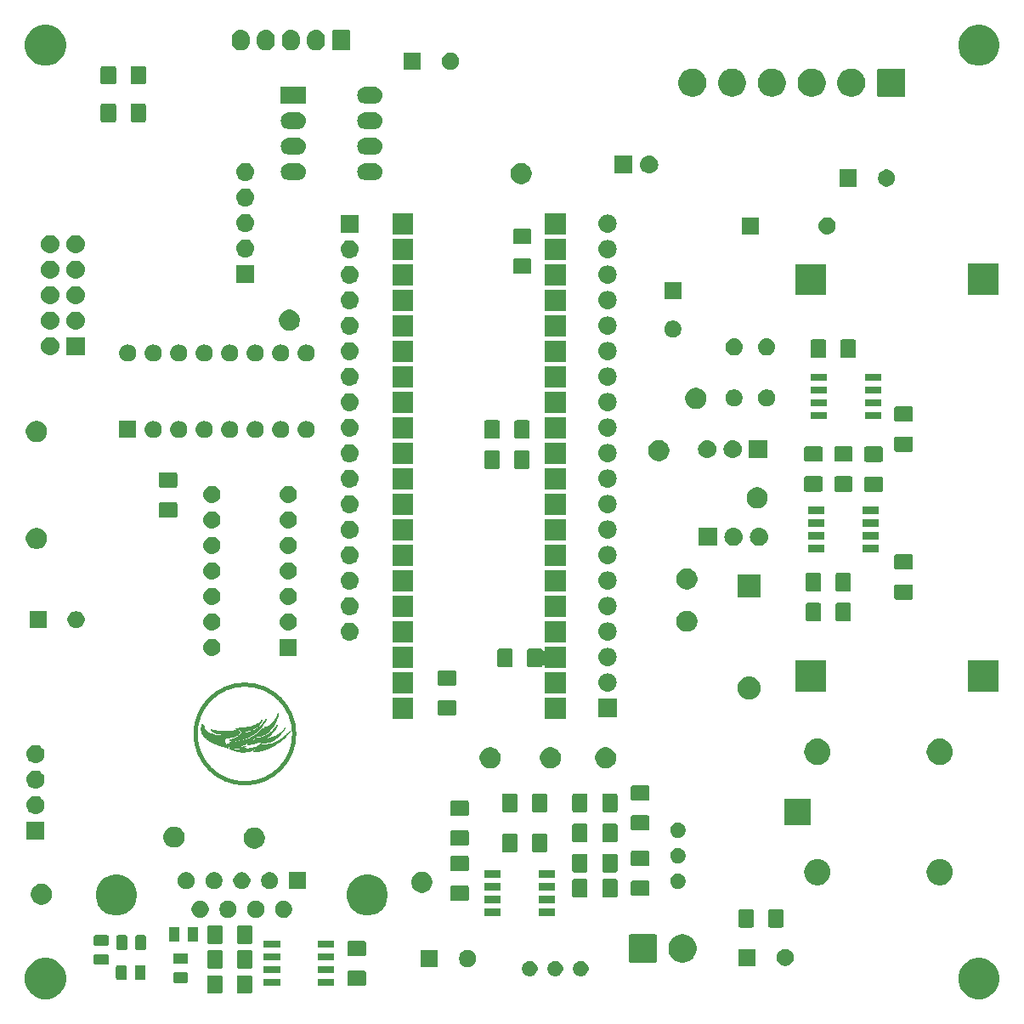
<source format=gbr>
G04 #@! TF.GenerationSoftware,KiCad,Pcbnew,(5.1.0)-1*
G04 #@! TF.CreationDate,2020-01-07T21:36:02+05:30*
G04 #@! TF.ProjectId,BLDC_STM32_proto_1,424c4443-5f53-4544-9d33-325f70726f74,rev?*
G04 #@! TF.SameCoordinates,Original*
G04 #@! TF.FileFunction,Soldermask,Bot*
G04 #@! TF.FilePolarity,Negative*
%FSLAX46Y46*%
G04 Gerber Fmt 4.6, Leading zero omitted, Abs format (unit mm)*
G04 Created by KiCad (PCBNEW (5.1.0)-1) date 2020-01-07 21:36:02*
%MOMM*%
%LPD*%
G04 APERTURE LIST*
%ADD10C,0.010000*%
%ADD11C,0.400000*%
%ADD12C,0.100000*%
G04 APERTURE END LIST*
D10*
G36*
X93070961Y-124917925D02*
G01*
X93103293Y-124908629D01*
X93143064Y-124896308D01*
X93181975Y-124883558D01*
X93211728Y-124872975D01*
X93218350Y-124870303D01*
X93245852Y-124859713D01*
X93284975Y-124846000D01*
X93300900Y-124840703D01*
X93391600Y-124807411D01*
X93497636Y-124762460D01*
X93613456Y-124708651D01*
X93733513Y-124648784D01*
X93852256Y-124585657D01*
X93964136Y-124522071D01*
X94063603Y-124460825D01*
X94095014Y-124440084D01*
X94127968Y-124418501D01*
X94151561Y-124404269D01*
X94158916Y-124400900D01*
X94172408Y-124393889D01*
X94201564Y-124375087D01*
X94241654Y-124347846D01*
X94287948Y-124315515D01*
X94335715Y-124281446D01*
X94380225Y-124248989D01*
X94416748Y-124221494D01*
X94440554Y-124202311D01*
X94444725Y-124198463D01*
X94467787Y-124177737D01*
X94499283Y-124151924D01*
X94505723Y-124146900D01*
X94577528Y-124089384D01*
X94658190Y-124021227D01*
X94744777Y-123945215D01*
X94834357Y-123864135D01*
X94923998Y-123780774D01*
X95010768Y-123697920D01*
X95091736Y-123618359D01*
X95163970Y-123544878D01*
X95224538Y-123480264D01*
X95270509Y-123427304D01*
X95291584Y-123399869D01*
X95318352Y-123362432D01*
X95340604Y-123332228D01*
X95352275Y-123317319D01*
X95364710Y-123298655D01*
X95384029Y-123265069D01*
X95402916Y-123229801D01*
X95425374Y-123180310D01*
X95431453Y-123150228D01*
X95421238Y-123139623D01*
X95394819Y-123148566D01*
X95352284Y-123177126D01*
X95344347Y-123183240D01*
X95311171Y-123210564D01*
X95265915Y-123249790D01*
X95212448Y-123297361D01*
X95154639Y-123349716D01*
X95096360Y-123403297D01*
X95041479Y-123454544D01*
X94993866Y-123499898D01*
X94957391Y-123535800D01*
X94935925Y-123558690D01*
X94935274Y-123559479D01*
X94913957Y-123580832D01*
X94878113Y-123611741D01*
X94831984Y-123649030D01*
X94779808Y-123689519D01*
X94725826Y-123730031D01*
X94674278Y-123767385D01*
X94629403Y-123798405D01*
X94595442Y-123819910D01*
X94576634Y-123828724D01*
X94576043Y-123828782D01*
X94557817Y-123837870D01*
X94539150Y-123854800D01*
X94518111Y-123873741D01*
X94504544Y-123880200D01*
X94488212Y-123886898D01*
X94459088Y-123904039D01*
X94438278Y-123917799D01*
X94406535Y-123937835D01*
X94383966Y-123948735D01*
X94377475Y-123949242D01*
X94365700Y-123952380D01*
X94355254Y-123962444D01*
X94335257Y-123978680D01*
X94324869Y-123981828D01*
X94306727Y-123987423D01*
X94274022Y-124001937D01*
X94240700Y-124018675D01*
X94196207Y-124040589D01*
X94138260Y-124067030D01*
X94077100Y-124093373D01*
X94056550Y-124101829D01*
X94004222Y-124123132D01*
X93958570Y-124141884D01*
X93926266Y-124155335D01*
X93916850Y-124159370D01*
X93890309Y-124169083D01*
X93845570Y-124183450D01*
X93788981Y-124200604D01*
X93726891Y-124218674D01*
X93665648Y-124235793D01*
X93611601Y-124250091D01*
X93593000Y-124254703D01*
X93508192Y-124275066D01*
X93440918Y-124290916D01*
X93384042Y-124303791D01*
X93330427Y-124315228D01*
X93272940Y-124326766D01*
X93204444Y-124339943D01*
X93148500Y-124350519D01*
X93100967Y-124357014D01*
X93045331Y-124361253D01*
X93019875Y-124362043D01*
X92964667Y-124366737D01*
X92915498Y-124378247D01*
X92878096Y-124394511D01*
X92858187Y-124413465D01*
X92856400Y-124420956D01*
X92861071Y-124444928D01*
X92876570Y-124476998D01*
X92905125Y-124521191D01*
X92934428Y-124561977D01*
X92958824Y-124597828D01*
X92975884Y-124631910D01*
X92987739Y-124671133D01*
X92996520Y-124722409D01*
X93003786Y-124786848D01*
X93011097Y-124828921D01*
X93023206Y-124870091D01*
X93037367Y-124903049D01*
X93050839Y-124920488D01*
X93054364Y-124921600D01*
X93070961Y-124917925D01*
X93070961Y-124917925D01*
G37*
X93070961Y-124917925D02*
X93103293Y-124908629D01*
X93143064Y-124896308D01*
X93181975Y-124883558D01*
X93211728Y-124872975D01*
X93218350Y-124870303D01*
X93245852Y-124859713D01*
X93284975Y-124846000D01*
X93300900Y-124840703D01*
X93391600Y-124807411D01*
X93497636Y-124762460D01*
X93613456Y-124708651D01*
X93733513Y-124648784D01*
X93852256Y-124585657D01*
X93964136Y-124522071D01*
X94063603Y-124460825D01*
X94095014Y-124440084D01*
X94127968Y-124418501D01*
X94151561Y-124404269D01*
X94158916Y-124400900D01*
X94172408Y-124393889D01*
X94201564Y-124375087D01*
X94241654Y-124347846D01*
X94287948Y-124315515D01*
X94335715Y-124281446D01*
X94380225Y-124248989D01*
X94416748Y-124221494D01*
X94440554Y-124202311D01*
X94444725Y-124198463D01*
X94467787Y-124177737D01*
X94499283Y-124151924D01*
X94505723Y-124146900D01*
X94577528Y-124089384D01*
X94658190Y-124021227D01*
X94744777Y-123945215D01*
X94834357Y-123864135D01*
X94923998Y-123780774D01*
X95010768Y-123697920D01*
X95091736Y-123618359D01*
X95163970Y-123544878D01*
X95224538Y-123480264D01*
X95270509Y-123427304D01*
X95291584Y-123399869D01*
X95318352Y-123362432D01*
X95340604Y-123332228D01*
X95352275Y-123317319D01*
X95364710Y-123298655D01*
X95384029Y-123265069D01*
X95402916Y-123229801D01*
X95425374Y-123180310D01*
X95431453Y-123150228D01*
X95421238Y-123139623D01*
X95394819Y-123148566D01*
X95352284Y-123177126D01*
X95344347Y-123183240D01*
X95311171Y-123210564D01*
X95265915Y-123249790D01*
X95212448Y-123297361D01*
X95154639Y-123349716D01*
X95096360Y-123403297D01*
X95041479Y-123454544D01*
X94993866Y-123499898D01*
X94957391Y-123535800D01*
X94935925Y-123558690D01*
X94935274Y-123559479D01*
X94913957Y-123580832D01*
X94878113Y-123611741D01*
X94831984Y-123649030D01*
X94779808Y-123689519D01*
X94725826Y-123730031D01*
X94674278Y-123767385D01*
X94629403Y-123798405D01*
X94595442Y-123819910D01*
X94576634Y-123828724D01*
X94576043Y-123828782D01*
X94557817Y-123837870D01*
X94539150Y-123854800D01*
X94518111Y-123873741D01*
X94504544Y-123880200D01*
X94488212Y-123886898D01*
X94459088Y-123904039D01*
X94438278Y-123917799D01*
X94406535Y-123937835D01*
X94383966Y-123948735D01*
X94377475Y-123949242D01*
X94365700Y-123952380D01*
X94355254Y-123962444D01*
X94335257Y-123978680D01*
X94324869Y-123981828D01*
X94306727Y-123987423D01*
X94274022Y-124001937D01*
X94240700Y-124018675D01*
X94196207Y-124040589D01*
X94138260Y-124067030D01*
X94077100Y-124093373D01*
X94056550Y-124101829D01*
X94004222Y-124123132D01*
X93958570Y-124141884D01*
X93926266Y-124155335D01*
X93916850Y-124159370D01*
X93890309Y-124169083D01*
X93845570Y-124183450D01*
X93788981Y-124200604D01*
X93726891Y-124218674D01*
X93665648Y-124235793D01*
X93611601Y-124250091D01*
X93593000Y-124254703D01*
X93508192Y-124275066D01*
X93440918Y-124290916D01*
X93384042Y-124303791D01*
X93330427Y-124315228D01*
X93272940Y-124326766D01*
X93204444Y-124339943D01*
X93148500Y-124350519D01*
X93100967Y-124357014D01*
X93045331Y-124361253D01*
X93019875Y-124362043D01*
X92964667Y-124366737D01*
X92915498Y-124378247D01*
X92878096Y-124394511D01*
X92858187Y-124413465D01*
X92856400Y-124420956D01*
X92861071Y-124444928D01*
X92876570Y-124476998D01*
X92905125Y-124521191D01*
X92934428Y-124561977D01*
X92958824Y-124597828D01*
X92975884Y-124631910D01*
X92987739Y-124671133D01*
X92996520Y-124722409D01*
X93003786Y-124786848D01*
X93011097Y-124828921D01*
X93023206Y-124870091D01*
X93037367Y-124903049D01*
X93050839Y-124920488D01*
X93054364Y-124921600D01*
X93070961Y-124917925D01*
D11*
X98606627Y-123687028D02*
G75*
G03X98606627Y-123687028I-4920366J0D01*
G01*
D10*
G36*
X95035857Y-123887218D02*
G01*
X95083849Y-123879723D01*
X95133202Y-123872147D01*
X95136050Y-123871715D01*
X95183736Y-123862602D01*
X95247172Y-123847888D01*
X95317911Y-123829701D01*
X95387508Y-123810171D01*
X95423412Y-123799260D01*
X95490953Y-123773565D01*
X95571817Y-123735831D01*
X95659327Y-123689674D01*
X95746805Y-123638711D01*
X95827575Y-123586559D01*
X95864394Y-123560403D01*
X96013949Y-123437237D01*
X96161502Y-123290750D01*
X96305261Y-123123021D01*
X96443434Y-122936129D01*
X96564078Y-122749050D01*
X96594852Y-122696997D01*
X96621052Y-122650617D01*
X96639558Y-122615559D01*
X96646797Y-122599241D01*
X96658194Y-122577814D01*
X96667255Y-122572100D01*
X96678796Y-122562444D01*
X96679100Y-122559645D01*
X96684182Y-122543389D01*
X96697841Y-122509900D01*
X96717694Y-122464858D01*
X96731042Y-122435820D01*
X96759350Y-122374992D01*
X96781193Y-122327596D01*
X96800909Y-122284076D01*
X96822836Y-122234874D01*
X96843498Y-122188148D01*
X96868755Y-122126261D01*
X96895173Y-122053406D01*
X96921598Y-121973723D01*
X96946875Y-121891349D01*
X96969852Y-121810422D01*
X96989373Y-121735079D01*
X97004285Y-121669459D01*
X97013434Y-121617699D01*
X97015666Y-121583937D01*
X97014216Y-121575995D01*
X97001123Y-121557801D01*
X96985452Y-121564823D01*
X96967163Y-121597083D01*
X96965020Y-121602101D01*
X96952696Y-121633693D01*
X96946131Y-121654610D01*
X96945800Y-121657061D01*
X96940985Y-121671882D01*
X96927995Y-121704776D01*
X96909004Y-121750620D01*
X96886192Y-121804295D01*
X96861735Y-121860679D01*
X96837811Y-121914650D01*
X96816598Y-121961088D01*
X96815937Y-121962500D01*
X96799108Y-121996357D01*
X96775686Y-122040796D01*
X96748741Y-122090315D01*
X96721343Y-122139412D01*
X96696562Y-122182588D01*
X96677469Y-122214340D01*
X96667133Y-122229168D01*
X96667097Y-122229200D01*
X96655223Y-122244441D01*
X96647350Y-122256734D01*
X96586427Y-122347203D01*
X96509881Y-122443626D01*
X96423013Y-122540457D01*
X96331127Y-122632145D01*
X96239525Y-122713143D01*
X96153509Y-122777904D01*
X96142048Y-122785466D01*
X96043793Y-122844947D01*
X95950148Y-122892039D01*
X95853237Y-122929901D01*
X95745186Y-122961690D01*
X95644050Y-122985166D01*
X95622496Y-123001377D01*
X95595555Y-123041623D01*
X95574200Y-123082801D01*
X95486125Y-123248083D01*
X95385755Y-123402024D01*
X95269099Y-123550118D01*
X95132165Y-123697859D01*
X95114695Y-123715316D01*
X95053735Y-123776990D01*
X95011093Y-123823500D01*
X94986026Y-123856471D01*
X94977788Y-123877524D01*
X94985636Y-123888283D01*
X95008825Y-123890370D01*
X95035857Y-123887218D01*
X95035857Y-123887218D01*
G37*
X95035857Y-123887218D02*
X95083849Y-123879723D01*
X95133202Y-123872147D01*
X95136050Y-123871715D01*
X95183736Y-123862602D01*
X95247172Y-123847888D01*
X95317911Y-123829701D01*
X95387508Y-123810171D01*
X95423412Y-123799260D01*
X95490953Y-123773565D01*
X95571817Y-123735831D01*
X95659327Y-123689674D01*
X95746805Y-123638711D01*
X95827575Y-123586559D01*
X95864394Y-123560403D01*
X96013949Y-123437237D01*
X96161502Y-123290750D01*
X96305261Y-123123021D01*
X96443434Y-122936129D01*
X96564078Y-122749050D01*
X96594852Y-122696997D01*
X96621052Y-122650617D01*
X96639558Y-122615559D01*
X96646797Y-122599241D01*
X96658194Y-122577814D01*
X96667255Y-122572100D01*
X96678796Y-122562444D01*
X96679100Y-122559645D01*
X96684182Y-122543389D01*
X96697841Y-122509900D01*
X96717694Y-122464858D01*
X96731042Y-122435820D01*
X96759350Y-122374992D01*
X96781193Y-122327596D01*
X96800909Y-122284076D01*
X96822836Y-122234874D01*
X96843498Y-122188148D01*
X96868755Y-122126261D01*
X96895173Y-122053406D01*
X96921598Y-121973723D01*
X96946875Y-121891349D01*
X96969852Y-121810422D01*
X96989373Y-121735079D01*
X97004285Y-121669459D01*
X97013434Y-121617699D01*
X97015666Y-121583937D01*
X97014216Y-121575995D01*
X97001123Y-121557801D01*
X96985452Y-121564823D01*
X96967163Y-121597083D01*
X96965020Y-121602101D01*
X96952696Y-121633693D01*
X96946131Y-121654610D01*
X96945800Y-121657061D01*
X96940985Y-121671882D01*
X96927995Y-121704776D01*
X96909004Y-121750620D01*
X96886192Y-121804295D01*
X96861735Y-121860679D01*
X96837811Y-121914650D01*
X96816598Y-121961088D01*
X96815937Y-121962500D01*
X96799108Y-121996357D01*
X96775686Y-122040796D01*
X96748741Y-122090315D01*
X96721343Y-122139412D01*
X96696562Y-122182588D01*
X96677469Y-122214340D01*
X96667133Y-122229168D01*
X96667097Y-122229200D01*
X96655223Y-122244441D01*
X96647350Y-122256734D01*
X96586427Y-122347203D01*
X96509881Y-122443626D01*
X96423013Y-122540457D01*
X96331127Y-122632145D01*
X96239525Y-122713143D01*
X96153509Y-122777904D01*
X96142048Y-122785466D01*
X96043793Y-122844947D01*
X95950148Y-122892039D01*
X95853237Y-122929901D01*
X95745186Y-122961690D01*
X95644050Y-122985166D01*
X95622496Y-123001377D01*
X95595555Y-123041623D01*
X95574200Y-123082801D01*
X95486125Y-123248083D01*
X95385755Y-123402024D01*
X95269099Y-123550118D01*
X95132165Y-123697859D01*
X95114695Y-123715316D01*
X95053735Y-123776990D01*
X95011093Y-123823500D01*
X94986026Y-123856471D01*
X94977788Y-123877524D01*
X94985636Y-123888283D01*
X95008825Y-123890370D01*
X95035857Y-123887218D01*
G36*
X92805494Y-124299324D02*
G01*
X92858426Y-124292639D01*
X92929199Y-124281283D01*
X93014368Y-124265807D01*
X93110400Y-124246783D01*
X93200575Y-124228174D01*
X93271116Y-124213292D01*
X93327285Y-124200829D01*
X93374345Y-124189479D01*
X93417558Y-124177936D01*
X93462187Y-124164892D01*
X93513493Y-124149042D01*
X93548550Y-124137995D01*
X93637406Y-124109682D01*
X93706627Y-124087028D01*
X93760911Y-124068407D01*
X93804957Y-124052194D01*
X93843463Y-124036766D01*
X93853350Y-124032597D01*
X93894343Y-124015222D01*
X93929100Y-124000627D01*
X93942250Y-123995184D01*
X94007318Y-123967744D01*
X94075725Y-123937463D01*
X94139984Y-123907769D01*
X94192612Y-123882089D01*
X94215300Y-123870140D01*
X94296377Y-123824015D01*
X94382745Y-123772708D01*
X94467792Y-123720306D01*
X94544907Y-123670897D01*
X94607477Y-123628570D01*
X94617194Y-123621653D01*
X94697367Y-123563259D01*
X94762755Y-123513601D01*
X94819716Y-123467341D01*
X94874610Y-123419141D01*
X94933795Y-123363662D01*
X94991992Y-123307025D01*
X95062609Y-123236421D01*
X95124038Y-123171981D01*
X95182512Y-123106785D01*
X95244263Y-123033914D01*
X95305047Y-122959450D01*
X95327998Y-122928967D01*
X95359818Y-122883867D01*
X95398263Y-122827606D01*
X95441092Y-122763643D01*
X95486059Y-122695436D01*
X95530921Y-122626441D01*
X95573435Y-122560118D01*
X95611357Y-122499923D01*
X95642444Y-122449315D01*
X95664452Y-122411750D01*
X95675137Y-122390687D01*
X95675800Y-122388063D01*
X95681725Y-122375107D01*
X95697035Y-122347200D01*
X95712430Y-122320593D01*
X95734510Y-122280952D01*
X95751668Y-122246226D01*
X95757736Y-122231134D01*
X95759956Y-122208488D01*
X95748977Y-122203212D01*
X95728638Y-122213840D01*
X95702782Y-122238904D01*
X95687984Y-122257775D01*
X95630794Y-122335194D01*
X95584480Y-122393186D01*
X95554796Y-122425867D01*
X95536674Y-122445310D01*
X95506363Y-122479347D01*
X95468082Y-122523183D01*
X95426056Y-122572027D01*
X95425993Y-122572100D01*
X95353264Y-122652963D01*
X95268308Y-122740462D01*
X95177442Y-122828545D01*
X95086979Y-122911164D01*
X95003237Y-122982269D01*
X94972444Y-123006587D01*
X94907009Y-123056714D01*
X94858796Y-123093212D01*
X94825011Y-123118088D01*
X94802863Y-123133354D01*
X94789558Y-123141018D01*
X94782777Y-123143080D01*
X94766858Y-123150476D01*
X94740132Y-123168219D01*
X94731977Y-123174260D01*
X94699571Y-123195718D01*
X94651661Y-123223491D01*
X94592736Y-123255372D01*
X94527283Y-123289154D01*
X94459790Y-123322627D01*
X94394746Y-123353586D01*
X94336638Y-123379820D01*
X94289954Y-123399124D01*
X94259182Y-123409288D01*
X94252186Y-123410300D01*
X94227132Y-123417137D01*
X94221015Y-123421410D01*
X94202458Y-123430006D01*
X94163945Y-123442234D01*
X94110449Y-123456872D01*
X94046944Y-123472695D01*
X93978404Y-123488479D01*
X93909805Y-123503002D01*
X93846119Y-123515039D01*
X93827950Y-123518107D01*
X93773227Y-123525308D01*
X93701221Y-123532328D01*
X93620046Y-123538499D01*
X93537812Y-123543150D01*
X93510450Y-123544289D01*
X93307250Y-123551844D01*
X93218967Y-123649347D01*
X93132926Y-123742141D01*
X93055528Y-123819562D01*
X92982465Y-123884336D01*
X92909426Y-123939192D01*
X92832101Y-123986855D01*
X92746182Y-124030053D01*
X92647356Y-124071511D01*
X92531316Y-124113957D01*
X92430950Y-124147897D01*
X92336413Y-124179531D01*
X92263558Y-124204980D01*
X92209756Y-124225422D01*
X92172379Y-124242036D01*
X92148799Y-124255999D01*
X92136389Y-124268491D01*
X92132519Y-124280689D01*
X92132500Y-124281711D01*
X92136584Y-124292270D01*
X92151141Y-124297541D01*
X92179624Y-124297469D01*
X92225485Y-124292001D01*
X92292180Y-124281083D01*
X92303950Y-124279015D01*
X92427961Y-124265961D01*
X92559351Y-124267626D01*
X92684973Y-124283763D01*
X92697650Y-124286363D01*
X92736559Y-124294333D01*
X92765464Y-124299637D01*
X92773850Y-124300783D01*
X92805494Y-124299324D01*
X92805494Y-124299324D01*
G37*
X92805494Y-124299324D02*
X92858426Y-124292639D01*
X92929199Y-124281283D01*
X93014368Y-124265807D01*
X93110400Y-124246783D01*
X93200575Y-124228174D01*
X93271116Y-124213292D01*
X93327285Y-124200829D01*
X93374345Y-124189479D01*
X93417558Y-124177936D01*
X93462187Y-124164892D01*
X93513493Y-124149042D01*
X93548550Y-124137995D01*
X93637406Y-124109682D01*
X93706627Y-124087028D01*
X93760911Y-124068407D01*
X93804957Y-124052194D01*
X93843463Y-124036766D01*
X93853350Y-124032597D01*
X93894343Y-124015222D01*
X93929100Y-124000627D01*
X93942250Y-123995184D01*
X94007318Y-123967744D01*
X94075725Y-123937463D01*
X94139984Y-123907769D01*
X94192612Y-123882089D01*
X94215300Y-123870140D01*
X94296377Y-123824015D01*
X94382745Y-123772708D01*
X94467792Y-123720306D01*
X94544907Y-123670897D01*
X94607477Y-123628570D01*
X94617194Y-123621653D01*
X94697367Y-123563259D01*
X94762755Y-123513601D01*
X94819716Y-123467341D01*
X94874610Y-123419141D01*
X94933795Y-123363662D01*
X94991992Y-123307025D01*
X95062609Y-123236421D01*
X95124038Y-123171981D01*
X95182512Y-123106785D01*
X95244263Y-123033914D01*
X95305047Y-122959450D01*
X95327998Y-122928967D01*
X95359818Y-122883867D01*
X95398263Y-122827606D01*
X95441092Y-122763643D01*
X95486059Y-122695436D01*
X95530921Y-122626441D01*
X95573435Y-122560118D01*
X95611357Y-122499923D01*
X95642444Y-122449315D01*
X95664452Y-122411750D01*
X95675137Y-122390687D01*
X95675800Y-122388063D01*
X95681725Y-122375107D01*
X95697035Y-122347200D01*
X95712430Y-122320593D01*
X95734510Y-122280952D01*
X95751668Y-122246226D01*
X95757736Y-122231134D01*
X95759956Y-122208488D01*
X95748977Y-122203212D01*
X95728638Y-122213840D01*
X95702782Y-122238904D01*
X95687984Y-122257775D01*
X95630794Y-122335194D01*
X95584480Y-122393186D01*
X95554796Y-122425867D01*
X95536674Y-122445310D01*
X95506363Y-122479347D01*
X95468082Y-122523183D01*
X95426056Y-122572027D01*
X95425993Y-122572100D01*
X95353264Y-122652963D01*
X95268308Y-122740462D01*
X95177442Y-122828545D01*
X95086979Y-122911164D01*
X95003237Y-122982269D01*
X94972444Y-123006587D01*
X94907009Y-123056714D01*
X94858796Y-123093212D01*
X94825011Y-123118088D01*
X94802863Y-123133354D01*
X94789558Y-123141018D01*
X94782777Y-123143080D01*
X94766858Y-123150476D01*
X94740132Y-123168219D01*
X94731977Y-123174260D01*
X94699571Y-123195718D01*
X94651661Y-123223491D01*
X94592736Y-123255372D01*
X94527283Y-123289154D01*
X94459790Y-123322627D01*
X94394746Y-123353586D01*
X94336638Y-123379820D01*
X94289954Y-123399124D01*
X94259182Y-123409288D01*
X94252186Y-123410300D01*
X94227132Y-123417137D01*
X94221015Y-123421410D01*
X94202458Y-123430006D01*
X94163945Y-123442234D01*
X94110449Y-123456872D01*
X94046944Y-123472695D01*
X93978404Y-123488479D01*
X93909805Y-123503002D01*
X93846119Y-123515039D01*
X93827950Y-123518107D01*
X93773227Y-123525308D01*
X93701221Y-123532328D01*
X93620046Y-123538499D01*
X93537812Y-123543150D01*
X93510450Y-123544289D01*
X93307250Y-123551844D01*
X93218967Y-123649347D01*
X93132926Y-123742141D01*
X93055528Y-123819562D01*
X92982465Y-123884336D01*
X92909426Y-123939192D01*
X92832101Y-123986855D01*
X92746182Y-124030053D01*
X92647356Y-124071511D01*
X92531316Y-124113957D01*
X92430950Y-124147897D01*
X92336413Y-124179531D01*
X92263558Y-124204980D01*
X92209756Y-124225422D01*
X92172379Y-124242036D01*
X92148799Y-124255999D01*
X92136389Y-124268491D01*
X92132519Y-124280689D01*
X92132500Y-124281711D01*
X92136584Y-124292270D01*
X92151141Y-124297541D01*
X92179624Y-124297469D01*
X92225485Y-124292001D01*
X92292180Y-124281083D01*
X92303950Y-124279015D01*
X92427961Y-124265961D01*
X92559351Y-124267626D01*
X92684973Y-124283763D01*
X92697650Y-124286363D01*
X92736559Y-124294333D01*
X92765464Y-124299637D01*
X92773850Y-124300783D01*
X92805494Y-124299324D01*
G36*
X93452281Y-123453950D02*
G01*
X93487888Y-123443780D01*
X93537952Y-123432464D01*
X93591781Y-123422414D01*
X93593000Y-123422214D01*
X93822459Y-123379198D01*
X94032312Y-123328200D01*
X94227506Y-123267747D01*
X94412987Y-123196367D01*
X94532800Y-123142405D01*
X94590988Y-123114404D01*
X94636839Y-123091294D01*
X94677165Y-123069172D01*
X94718781Y-123044136D01*
X94768499Y-123012282D01*
X94825727Y-122974610D01*
X94901823Y-122917377D01*
X94984824Y-122843115D01*
X95069597Y-122757161D01*
X95151013Y-122664854D01*
X95223939Y-122571531D01*
X95252881Y-122530239D01*
X95275254Y-122496231D01*
X95290463Y-122471657D01*
X95294800Y-122463048D01*
X95300537Y-122450519D01*
X95315906Y-122421060D01*
X95338143Y-122379914D01*
X95350645Y-122357187D01*
X95378637Y-122304603D01*
X95393827Y-122270143D01*
X95397133Y-122250550D01*
X95389472Y-122242571D01*
X95383124Y-122241900D01*
X95371190Y-122250628D01*
X95346252Y-122274156D01*
X95312403Y-122308502D01*
X95286816Y-122335544D01*
X95223213Y-122400264D01*
X95155246Y-122463359D01*
X95087618Y-122520914D01*
X95025035Y-122569010D01*
X94972200Y-122603732D01*
X94951900Y-122614397D01*
X94930249Y-122625661D01*
X94896303Y-122644523D01*
X94875700Y-122656321D01*
X94796934Y-122697391D01*
X94698936Y-122741379D01*
X94587392Y-122786287D01*
X94467987Y-122830110D01*
X94346408Y-122870850D01*
X94228341Y-122906503D01*
X94119471Y-122935070D01*
X94031150Y-122953576D01*
X93987677Y-122961410D01*
X93930390Y-122972068D01*
X93870396Y-122983479D01*
X93859700Y-122985544D01*
X93737407Y-123008179D01*
X93633925Y-123024988D01*
X93548550Y-123036327D01*
X93503722Y-123041581D01*
X93445770Y-123048437D01*
X93386788Y-123055464D01*
X93383450Y-123055863D01*
X93334383Y-123060570D01*
X93267294Y-123065389D01*
X93189555Y-123069869D01*
X93108537Y-123073560D01*
X93072300Y-123074866D01*
X92984091Y-123077915D01*
X92917817Y-123080917D01*
X92870022Y-123084480D01*
X92837248Y-123089216D01*
X92816038Y-123095732D01*
X92802937Y-123104638D01*
X92794487Y-123116544D01*
X92790600Y-123124525D01*
X92782663Y-123149686D01*
X92786349Y-123169126D01*
X92804158Y-123183822D01*
X92838590Y-123194749D01*
X92892146Y-123202883D01*
X92967324Y-123209201D01*
X93014770Y-123212036D01*
X93051735Y-123213961D01*
X93080208Y-123216821D01*
X93103832Y-123223193D01*
X93126247Y-123235656D01*
X93151095Y-123256789D01*
X93182017Y-123289170D01*
X93222654Y-123335377D01*
X93275500Y-123396658D01*
X93318935Y-123440447D01*
X93358582Y-123463154D01*
X93400984Y-123466900D01*
X93452281Y-123453950D01*
X93452281Y-123453950D01*
G37*
X93452281Y-123453950D02*
X93487888Y-123443780D01*
X93537952Y-123432464D01*
X93591781Y-123422414D01*
X93593000Y-123422214D01*
X93822459Y-123379198D01*
X94032312Y-123328200D01*
X94227506Y-123267747D01*
X94412987Y-123196367D01*
X94532800Y-123142405D01*
X94590988Y-123114404D01*
X94636839Y-123091294D01*
X94677165Y-123069172D01*
X94718781Y-123044136D01*
X94768499Y-123012282D01*
X94825727Y-122974610D01*
X94901823Y-122917377D01*
X94984824Y-122843115D01*
X95069597Y-122757161D01*
X95151013Y-122664854D01*
X95223939Y-122571531D01*
X95252881Y-122530239D01*
X95275254Y-122496231D01*
X95290463Y-122471657D01*
X95294800Y-122463048D01*
X95300537Y-122450519D01*
X95315906Y-122421060D01*
X95338143Y-122379914D01*
X95350645Y-122357187D01*
X95378637Y-122304603D01*
X95393827Y-122270143D01*
X95397133Y-122250550D01*
X95389472Y-122242571D01*
X95383124Y-122241900D01*
X95371190Y-122250628D01*
X95346252Y-122274156D01*
X95312403Y-122308502D01*
X95286816Y-122335544D01*
X95223213Y-122400264D01*
X95155246Y-122463359D01*
X95087618Y-122520914D01*
X95025035Y-122569010D01*
X94972200Y-122603732D01*
X94951900Y-122614397D01*
X94930249Y-122625661D01*
X94896303Y-122644523D01*
X94875700Y-122656321D01*
X94796934Y-122697391D01*
X94698936Y-122741379D01*
X94587392Y-122786287D01*
X94467987Y-122830110D01*
X94346408Y-122870850D01*
X94228341Y-122906503D01*
X94119471Y-122935070D01*
X94031150Y-122953576D01*
X93987677Y-122961410D01*
X93930390Y-122972068D01*
X93870396Y-122983479D01*
X93859700Y-122985544D01*
X93737407Y-123008179D01*
X93633925Y-123024988D01*
X93548550Y-123036327D01*
X93503722Y-123041581D01*
X93445770Y-123048437D01*
X93386788Y-123055464D01*
X93383450Y-123055863D01*
X93334383Y-123060570D01*
X93267294Y-123065389D01*
X93189555Y-123069869D01*
X93108537Y-123073560D01*
X93072300Y-123074866D01*
X92984091Y-123077915D01*
X92917817Y-123080917D01*
X92870022Y-123084480D01*
X92837248Y-123089216D01*
X92816038Y-123095732D01*
X92802937Y-123104638D01*
X92794487Y-123116544D01*
X92790600Y-123124525D01*
X92782663Y-123149686D01*
X92786349Y-123169126D01*
X92804158Y-123183822D01*
X92838590Y-123194749D01*
X92892146Y-123202883D01*
X92967324Y-123209201D01*
X93014770Y-123212036D01*
X93051735Y-123213961D01*
X93080208Y-123216821D01*
X93103832Y-123223193D01*
X93126247Y-123235656D01*
X93151095Y-123256789D01*
X93182017Y-123289170D01*
X93222654Y-123335377D01*
X93275500Y-123396658D01*
X93318935Y-123440447D01*
X93358582Y-123463154D01*
X93400984Y-123466900D01*
X93452281Y-123453950D01*
G36*
X92008025Y-125033077D02*
G01*
X92016617Y-125024634D01*
X92018041Y-125008454D01*
X92008951Y-124971317D01*
X91983253Y-124919759D01*
X91942837Y-124856760D01*
X91889593Y-124785302D01*
X91834050Y-124718275D01*
X91754377Y-124622579D01*
X91693445Y-124540076D01*
X91650195Y-124468046D01*
X91623569Y-124403772D01*
X91612510Y-124344535D01*
X91615958Y-124287616D01*
X91632855Y-124230297D01*
X91638692Y-124216408D01*
X91673313Y-124161177D01*
X91725078Y-124115602D01*
X91795849Y-124078731D01*
X91887487Y-124049615D01*
X92001851Y-124027303D01*
X92011850Y-124025811D01*
X92053659Y-124019444D01*
X92106106Y-124011129D01*
X92138850Y-124005793D01*
X92193988Y-123997016D01*
X92258133Y-123987273D01*
X92303950Y-123980600D01*
X92476806Y-123951585D01*
X92626492Y-123916520D01*
X92754678Y-123874663D01*
X92863033Y-123825271D01*
X92953227Y-123767600D01*
X93026929Y-123700908D01*
X93078199Y-123636063D01*
X93104371Y-123593521D01*
X93117923Y-123558065D01*
X93122743Y-123517474D01*
X93123099Y-123494939D01*
X93117485Y-123424128D01*
X93098806Y-123371577D01*
X93064310Y-123332335D01*
X93017017Y-123304093D01*
X92988172Y-123291084D01*
X92964177Y-123283002D01*
X92938795Y-123279438D01*
X92905790Y-123279980D01*
X92858923Y-123284219D01*
X92805600Y-123290186D01*
X92744237Y-123297548D01*
X92689520Y-123304751D01*
X92647968Y-123310899D01*
X92627800Y-123314641D01*
X92600612Y-123319757D01*
X92556458Y-123326481D01*
X92503612Y-123333577D01*
X92488100Y-123335497D01*
X92434310Y-123342121D01*
X92386845Y-123348148D01*
X92353969Y-123352522D01*
X92348400Y-123353322D01*
X92115886Y-123381604D01*
X91874783Y-123399003D01*
X91632362Y-123405378D01*
X91395896Y-123400586D01*
X91172656Y-123384485D01*
X91110150Y-123377526D01*
X90999782Y-123363827D01*
X90908106Y-123351502D01*
X90828541Y-123339361D01*
X90754509Y-123326213D01*
X90679430Y-123310867D01*
X90596725Y-123292134D01*
X90499815Y-123268823D01*
X90473025Y-123262245D01*
X90393120Y-123244281D01*
X90335910Y-123235792D01*
X90300345Y-123237234D01*
X90285375Y-123249063D01*
X90289951Y-123271736D01*
X90313022Y-123305708D01*
X90329124Y-123324764D01*
X90409790Y-123402528D01*
X90503328Y-123465325D01*
X90602150Y-123511938D01*
X90651838Y-123531938D01*
X90694902Y-123549298D01*
X90724025Y-123561066D01*
X90729150Y-123563146D01*
X90741839Y-123568055D01*
X90756154Y-123572625D01*
X90776085Y-123577755D01*
X90805622Y-123584342D01*
X90848757Y-123593283D01*
X90909480Y-123605476D01*
X90976800Y-123618849D01*
X91052736Y-123633339D01*
X91123844Y-123645451D01*
X91193549Y-123655436D01*
X91265273Y-123663545D01*
X91342441Y-123670027D01*
X91428476Y-123675134D01*
X91526803Y-123679115D01*
X91640845Y-123682222D01*
X91774027Y-123684703D01*
X91901288Y-123686465D01*
X92012229Y-123687979D01*
X92114617Y-123689645D01*
X92205813Y-123691399D01*
X92283179Y-123693180D01*
X92344077Y-123694923D01*
X92385867Y-123696566D01*
X92405913Y-123698046D01*
X92407275Y-123698559D01*
X92388137Y-123706968D01*
X92347297Y-123717591D01*
X92288293Y-123729831D01*
X92214667Y-123743094D01*
X92129959Y-123756784D01*
X92037710Y-123770308D01*
X91941461Y-123783071D01*
X91844752Y-123794477D01*
X91821350Y-123797001D01*
X91736092Y-123803892D01*
X91632692Y-123808883D01*
X91517207Y-123811970D01*
X91395693Y-123813152D01*
X91274206Y-123812423D01*
X91158803Y-123809783D01*
X91055541Y-123805228D01*
X90970475Y-123798756D01*
X90957750Y-123797407D01*
X90733253Y-123765483D01*
X90530053Y-123721966D01*
X90346533Y-123666226D01*
X90181075Y-123597631D01*
X90032061Y-123515548D01*
X89897875Y-123419345D01*
X89823208Y-123354019D01*
X89720892Y-123243336D01*
X89636015Y-123119347D01*
X89567194Y-122979508D01*
X89513045Y-122821277D01*
X89494624Y-122749900D01*
X89480846Y-122718343D01*
X89460964Y-122701231D01*
X89452800Y-122700155D01*
X89437775Y-122705423D01*
X89414700Y-122715484D01*
X89387554Y-122730975D01*
X89373376Y-122743199D01*
X89364104Y-122762738D01*
X89351023Y-122798103D01*
X89337013Y-122840618D01*
X89324957Y-122881605D01*
X89318421Y-122908650D01*
X89295110Y-123079344D01*
X89294447Y-123239990D01*
X89316947Y-123393000D01*
X89363123Y-123540788D01*
X89433488Y-123685765D01*
X89509109Y-123803551D01*
X89536548Y-123838493D01*
X89575255Y-123882866D01*
X89621930Y-123933387D01*
X89673275Y-123986773D01*
X89725989Y-124039742D01*
X89776771Y-124089011D01*
X89822323Y-124131296D01*
X89859344Y-124163316D01*
X89884534Y-124181787D01*
X89892556Y-124185000D01*
X89909370Y-124193492D01*
X89932953Y-124214191D01*
X89935399Y-124216750D01*
X89958770Y-124238272D01*
X89975965Y-124248389D01*
X89977061Y-124248500D01*
X89993246Y-124255815D01*
X90020953Y-124274389D01*
X90037000Y-124286600D01*
X90066485Y-124308857D01*
X90087334Y-124322581D01*
X90092406Y-124324700D01*
X90105775Y-124331112D01*
X90134813Y-124348142D01*
X90173946Y-124372487D01*
X90185828Y-124380084D01*
X90229941Y-124406414D01*
X90289539Y-124439024D01*
X90361201Y-124476303D01*
X90441505Y-124516642D01*
X90527029Y-124558433D01*
X90614352Y-124600065D01*
X90700050Y-124639929D01*
X90780703Y-124676416D01*
X90852889Y-124707917D01*
X90913185Y-124732823D01*
X90958170Y-124749523D01*
X90984422Y-124756410D01*
X90986219Y-124756501D01*
X91005106Y-124761752D01*
X91034303Y-124774468D01*
X91035892Y-124775255D01*
X91070135Y-124790059D01*
X91098168Y-124798747D01*
X91129275Y-124806730D01*
X91141900Y-124811111D01*
X91171515Y-124821850D01*
X91217536Y-124837343D01*
X91272036Y-124855050D01*
X91327090Y-124872430D01*
X91374773Y-124886942D01*
X91405657Y-124895663D01*
X91445850Y-124906499D01*
X91495793Y-124920617D01*
X91522900Y-124928527D01*
X91651753Y-124965800D01*
X91757993Y-124994598D01*
X91842845Y-125015222D01*
X91907530Y-125027975D01*
X91945175Y-125032681D01*
X91986224Y-125035090D01*
X92008025Y-125033077D01*
X92008025Y-125033077D01*
G37*
X92008025Y-125033077D02*
X92016617Y-125024634D01*
X92018041Y-125008454D01*
X92008951Y-124971317D01*
X91983253Y-124919759D01*
X91942837Y-124856760D01*
X91889593Y-124785302D01*
X91834050Y-124718275D01*
X91754377Y-124622579D01*
X91693445Y-124540076D01*
X91650195Y-124468046D01*
X91623569Y-124403772D01*
X91612510Y-124344535D01*
X91615958Y-124287616D01*
X91632855Y-124230297D01*
X91638692Y-124216408D01*
X91673313Y-124161177D01*
X91725078Y-124115602D01*
X91795849Y-124078731D01*
X91887487Y-124049615D01*
X92001851Y-124027303D01*
X92011850Y-124025811D01*
X92053659Y-124019444D01*
X92106106Y-124011129D01*
X92138850Y-124005793D01*
X92193988Y-123997016D01*
X92258133Y-123987273D01*
X92303950Y-123980600D01*
X92476806Y-123951585D01*
X92626492Y-123916520D01*
X92754678Y-123874663D01*
X92863033Y-123825271D01*
X92953227Y-123767600D01*
X93026929Y-123700908D01*
X93078199Y-123636063D01*
X93104371Y-123593521D01*
X93117923Y-123558065D01*
X93122743Y-123517474D01*
X93123099Y-123494939D01*
X93117485Y-123424128D01*
X93098806Y-123371577D01*
X93064310Y-123332335D01*
X93017017Y-123304093D01*
X92988172Y-123291084D01*
X92964177Y-123283002D01*
X92938795Y-123279438D01*
X92905790Y-123279980D01*
X92858923Y-123284219D01*
X92805600Y-123290186D01*
X92744237Y-123297548D01*
X92689520Y-123304751D01*
X92647968Y-123310899D01*
X92627800Y-123314641D01*
X92600612Y-123319757D01*
X92556458Y-123326481D01*
X92503612Y-123333577D01*
X92488100Y-123335497D01*
X92434310Y-123342121D01*
X92386845Y-123348148D01*
X92353969Y-123352522D01*
X92348400Y-123353322D01*
X92115886Y-123381604D01*
X91874783Y-123399003D01*
X91632362Y-123405378D01*
X91395896Y-123400586D01*
X91172656Y-123384485D01*
X91110150Y-123377526D01*
X90999782Y-123363827D01*
X90908106Y-123351502D01*
X90828541Y-123339361D01*
X90754509Y-123326213D01*
X90679430Y-123310867D01*
X90596725Y-123292134D01*
X90499815Y-123268823D01*
X90473025Y-123262245D01*
X90393120Y-123244281D01*
X90335910Y-123235792D01*
X90300345Y-123237234D01*
X90285375Y-123249063D01*
X90289951Y-123271736D01*
X90313022Y-123305708D01*
X90329124Y-123324764D01*
X90409790Y-123402528D01*
X90503328Y-123465325D01*
X90602150Y-123511938D01*
X90651838Y-123531938D01*
X90694902Y-123549298D01*
X90724025Y-123561066D01*
X90729150Y-123563146D01*
X90741839Y-123568055D01*
X90756154Y-123572625D01*
X90776085Y-123577755D01*
X90805622Y-123584342D01*
X90848757Y-123593283D01*
X90909480Y-123605476D01*
X90976800Y-123618849D01*
X91052736Y-123633339D01*
X91123844Y-123645451D01*
X91193549Y-123655436D01*
X91265273Y-123663545D01*
X91342441Y-123670027D01*
X91428476Y-123675134D01*
X91526803Y-123679115D01*
X91640845Y-123682222D01*
X91774027Y-123684703D01*
X91901288Y-123686465D01*
X92012229Y-123687979D01*
X92114617Y-123689645D01*
X92205813Y-123691399D01*
X92283179Y-123693180D01*
X92344077Y-123694923D01*
X92385867Y-123696566D01*
X92405913Y-123698046D01*
X92407275Y-123698559D01*
X92388137Y-123706968D01*
X92347297Y-123717591D01*
X92288293Y-123729831D01*
X92214667Y-123743094D01*
X92129959Y-123756784D01*
X92037710Y-123770308D01*
X91941461Y-123783071D01*
X91844752Y-123794477D01*
X91821350Y-123797001D01*
X91736092Y-123803892D01*
X91632692Y-123808883D01*
X91517207Y-123811970D01*
X91395693Y-123813152D01*
X91274206Y-123812423D01*
X91158803Y-123809783D01*
X91055541Y-123805228D01*
X90970475Y-123798756D01*
X90957750Y-123797407D01*
X90733253Y-123765483D01*
X90530053Y-123721966D01*
X90346533Y-123666226D01*
X90181075Y-123597631D01*
X90032061Y-123515548D01*
X89897875Y-123419345D01*
X89823208Y-123354019D01*
X89720892Y-123243336D01*
X89636015Y-123119347D01*
X89567194Y-122979508D01*
X89513045Y-122821277D01*
X89494624Y-122749900D01*
X89480846Y-122718343D01*
X89460964Y-122701231D01*
X89452800Y-122700155D01*
X89437775Y-122705423D01*
X89414700Y-122715484D01*
X89387554Y-122730975D01*
X89373376Y-122743199D01*
X89364104Y-122762738D01*
X89351023Y-122798103D01*
X89337013Y-122840618D01*
X89324957Y-122881605D01*
X89318421Y-122908650D01*
X89295110Y-123079344D01*
X89294447Y-123239990D01*
X89316947Y-123393000D01*
X89363123Y-123540788D01*
X89433488Y-123685765D01*
X89509109Y-123803551D01*
X89536548Y-123838493D01*
X89575255Y-123882866D01*
X89621930Y-123933387D01*
X89673275Y-123986773D01*
X89725989Y-124039742D01*
X89776771Y-124089011D01*
X89822323Y-124131296D01*
X89859344Y-124163316D01*
X89884534Y-124181787D01*
X89892556Y-124185000D01*
X89909370Y-124193492D01*
X89932953Y-124214191D01*
X89935399Y-124216750D01*
X89958770Y-124238272D01*
X89975965Y-124248389D01*
X89977061Y-124248500D01*
X89993246Y-124255815D01*
X90020953Y-124274389D01*
X90037000Y-124286600D01*
X90066485Y-124308857D01*
X90087334Y-124322581D01*
X90092406Y-124324700D01*
X90105775Y-124331112D01*
X90134813Y-124348142D01*
X90173946Y-124372487D01*
X90185828Y-124380084D01*
X90229941Y-124406414D01*
X90289539Y-124439024D01*
X90361201Y-124476303D01*
X90441505Y-124516642D01*
X90527029Y-124558433D01*
X90614352Y-124600065D01*
X90700050Y-124639929D01*
X90780703Y-124676416D01*
X90852889Y-124707917D01*
X90913185Y-124732823D01*
X90958170Y-124749523D01*
X90984422Y-124756410D01*
X90986219Y-124756501D01*
X91005106Y-124761752D01*
X91034303Y-124774468D01*
X91035892Y-124775255D01*
X91070135Y-124790059D01*
X91098168Y-124798747D01*
X91129275Y-124806730D01*
X91141900Y-124811111D01*
X91171515Y-124821850D01*
X91217536Y-124837343D01*
X91272036Y-124855050D01*
X91327090Y-124872430D01*
X91374773Y-124886942D01*
X91405657Y-124895663D01*
X91445850Y-124906499D01*
X91495793Y-124920617D01*
X91522900Y-124928527D01*
X91651753Y-124965800D01*
X91757993Y-124994598D01*
X91842845Y-125015222D01*
X91907530Y-125027975D01*
X91945175Y-125032681D01*
X91986224Y-125035090D01*
X92008025Y-125033077D01*
G36*
X94053726Y-124701268D02*
G01*
X94108110Y-124695291D01*
X94167754Y-124688823D01*
X94189900Y-124686447D01*
X94232467Y-124680486D01*
X94293553Y-124670102D01*
X94366913Y-124656542D01*
X94446307Y-124641049D01*
X94525493Y-124624870D01*
X94598227Y-124609250D01*
X94658268Y-124595433D01*
X94697900Y-124585103D01*
X94743164Y-124571858D01*
X94797794Y-124555930D01*
X94831250Y-124546203D01*
X94956690Y-124505345D01*
X95095682Y-124452409D01*
X95241398Y-124390482D01*
X95387014Y-124322652D01*
X95525705Y-124252005D01*
X95650643Y-124181629D01*
X95688500Y-124158485D01*
X95861729Y-124042267D01*
X96030419Y-123914107D01*
X96190762Y-123777487D01*
X96338954Y-123635893D01*
X96471188Y-123492809D01*
X96583658Y-123351720D01*
X96609707Y-123315050D01*
X96638846Y-123274073D01*
X96663203Y-123241986D01*
X96678793Y-123223961D01*
X96681474Y-123221917D01*
X96691671Y-123207410D01*
X96691800Y-123205432D01*
X96698217Y-123189172D01*
X96715015Y-123158502D01*
X96737730Y-123121380D01*
X96768273Y-123070560D01*
X96800789Y-123011352D01*
X96832843Y-122948833D01*
X96861997Y-122888079D01*
X96885815Y-122834166D01*
X96901861Y-122792169D01*
X96907700Y-122767258D01*
X96902136Y-122742378D01*
X96885880Y-122739890D01*
X96859581Y-122759457D01*
X96823891Y-122800744D01*
X96811992Y-122816575D01*
X96780364Y-122859722D01*
X96739440Y-122915575D01*
X96694924Y-122976345D01*
X96659347Y-123024925D01*
X96625061Y-123069927D01*
X96582684Y-123122766D01*
X96535108Y-123180140D01*
X96485225Y-123238745D01*
X96435930Y-123295276D01*
X96390114Y-123346431D01*
X96350671Y-123388906D01*
X96320493Y-123419397D01*
X96302473Y-123434601D01*
X96299646Y-123435700D01*
X96286614Y-123443862D01*
X96261427Y-123465103D01*
X96234189Y-123490403D01*
X96191157Y-123528967D01*
X96140430Y-123570344D01*
X96107600Y-123594989D01*
X96070165Y-123621897D01*
X96040315Y-123643673D01*
X96025050Y-123655184D01*
X95976732Y-123689777D01*
X95910186Y-123730907D01*
X95830790Y-123775737D01*
X95743922Y-123821429D01*
X95654963Y-123865147D01*
X95569290Y-123904054D01*
X95498000Y-123933160D01*
X95324439Y-123990328D01*
X95149503Y-124031384D01*
X94979531Y-124055068D01*
X94856650Y-124060673D01*
X94786360Y-124068011D01*
X94727645Y-124092578D01*
X94672500Y-124137136D01*
X94627948Y-124176425D01*
X94565709Y-124224821D01*
X94490319Y-124279129D01*
X94406315Y-124336155D01*
X94318233Y-124392707D01*
X94253400Y-124432190D01*
X94195818Y-124466611D01*
X94143299Y-124498425D01*
X94101216Y-124524350D01*
X94074940Y-124541104D01*
X94072939Y-124542455D01*
X94045622Y-124558780D01*
X94026723Y-124565983D01*
X94026221Y-124566000D01*
X94007204Y-124573751D01*
X93996595Y-124581875D01*
X93970880Y-124601463D01*
X93954413Y-124611731D01*
X93933905Y-124634423D01*
X93925574Y-124658913D01*
X93930128Y-124684840D01*
X93952673Y-124699989D01*
X93995198Y-124705018D01*
X94053726Y-124701268D01*
X94053726Y-124701268D01*
G37*
X94053726Y-124701268D02*
X94108110Y-124695291D01*
X94167754Y-124688823D01*
X94189900Y-124686447D01*
X94232467Y-124680486D01*
X94293553Y-124670102D01*
X94366913Y-124656542D01*
X94446307Y-124641049D01*
X94525493Y-124624870D01*
X94598227Y-124609250D01*
X94658268Y-124595433D01*
X94697900Y-124585103D01*
X94743164Y-124571858D01*
X94797794Y-124555930D01*
X94831250Y-124546203D01*
X94956690Y-124505345D01*
X95095682Y-124452409D01*
X95241398Y-124390482D01*
X95387014Y-124322652D01*
X95525705Y-124252005D01*
X95650643Y-124181629D01*
X95688500Y-124158485D01*
X95861729Y-124042267D01*
X96030419Y-123914107D01*
X96190762Y-123777487D01*
X96338954Y-123635893D01*
X96471188Y-123492809D01*
X96583658Y-123351720D01*
X96609707Y-123315050D01*
X96638846Y-123274073D01*
X96663203Y-123241986D01*
X96678793Y-123223961D01*
X96681474Y-123221917D01*
X96691671Y-123207410D01*
X96691800Y-123205432D01*
X96698217Y-123189172D01*
X96715015Y-123158502D01*
X96737730Y-123121380D01*
X96768273Y-123070560D01*
X96800789Y-123011352D01*
X96832843Y-122948833D01*
X96861997Y-122888079D01*
X96885815Y-122834166D01*
X96901861Y-122792169D01*
X96907700Y-122767258D01*
X96902136Y-122742378D01*
X96885880Y-122739890D01*
X96859581Y-122759457D01*
X96823891Y-122800744D01*
X96811992Y-122816575D01*
X96780364Y-122859722D01*
X96739440Y-122915575D01*
X96694924Y-122976345D01*
X96659347Y-123024925D01*
X96625061Y-123069927D01*
X96582684Y-123122766D01*
X96535108Y-123180140D01*
X96485225Y-123238745D01*
X96435930Y-123295276D01*
X96390114Y-123346431D01*
X96350671Y-123388906D01*
X96320493Y-123419397D01*
X96302473Y-123434601D01*
X96299646Y-123435700D01*
X96286614Y-123443862D01*
X96261427Y-123465103D01*
X96234189Y-123490403D01*
X96191157Y-123528967D01*
X96140430Y-123570344D01*
X96107600Y-123594989D01*
X96070165Y-123621897D01*
X96040315Y-123643673D01*
X96025050Y-123655184D01*
X95976732Y-123689777D01*
X95910186Y-123730907D01*
X95830790Y-123775737D01*
X95743922Y-123821429D01*
X95654963Y-123865147D01*
X95569290Y-123904054D01*
X95498000Y-123933160D01*
X95324439Y-123990328D01*
X95149503Y-124031384D01*
X94979531Y-124055068D01*
X94856650Y-124060673D01*
X94786360Y-124068011D01*
X94727645Y-124092578D01*
X94672500Y-124137136D01*
X94627948Y-124176425D01*
X94565709Y-124224821D01*
X94490319Y-124279129D01*
X94406315Y-124336155D01*
X94318233Y-124392707D01*
X94253400Y-124432190D01*
X94195818Y-124466611D01*
X94143299Y-124498425D01*
X94101216Y-124524350D01*
X94074940Y-124541104D01*
X94072939Y-124542455D01*
X94045622Y-124558780D01*
X94026723Y-124565983D01*
X94026221Y-124566000D01*
X94007204Y-124573751D01*
X93996595Y-124581875D01*
X93970880Y-124601463D01*
X93954413Y-124611731D01*
X93933905Y-124634423D01*
X93925574Y-124658913D01*
X93930128Y-124684840D01*
X93952673Y-124699989D01*
X93995198Y-124705018D01*
X94053726Y-124701268D01*
G36*
X95509879Y-124547861D02*
G01*
X95590341Y-124542058D01*
X95593279Y-124541808D01*
X95697190Y-124532228D01*
X95782493Y-124522416D01*
X95855961Y-124511120D01*
X95924365Y-124497088D01*
X95994477Y-124479065D01*
X96073069Y-124455799D01*
X96094900Y-124448996D01*
X96264395Y-124386220D01*
X96436055Y-124304737D01*
X96601395Y-124208898D01*
X96715945Y-124130368D01*
X96755179Y-124100393D01*
X96804319Y-124061408D01*
X96859162Y-124016911D01*
X96915506Y-123970402D01*
X96969150Y-123925380D01*
X97015892Y-123885345D01*
X97051529Y-123853797D01*
X97071861Y-123834233D01*
X97072800Y-123833177D01*
X97087992Y-123815890D01*
X97116396Y-123783826D01*
X97154308Y-123741156D01*
X97198024Y-123692052D01*
X97210571Y-123677976D01*
X97262593Y-123618187D01*
X97316440Y-123553869D01*
X97365753Y-123492753D01*
X97404127Y-123442634D01*
X97446130Y-123385295D01*
X97495066Y-123318511D01*
X97542848Y-123253319D01*
X97561631Y-123227698D01*
X97606937Y-123162388D01*
X97634280Y-123114416D01*
X97643840Y-123083345D01*
X97635796Y-123068734D01*
X97627463Y-123067400D01*
X97607535Y-123076159D01*
X97585091Y-123095975D01*
X97560894Y-123125794D01*
X97534160Y-123162462D01*
X97529707Y-123169000D01*
X97471798Y-123246691D01*
X97398502Y-123332077D01*
X97315777Y-123419092D01*
X97229582Y-123501670D01*
X97145878Y-123573742D01*
X97091850Y-123614770D01*
X97021266Y-123664435D01*
X96965881Y-123702608D01*
X96920330Y-123732711D01*
X96879250Y-123758167D01*
X96837280Y-123782398D01*
X96789055Y-123808825D01*
X96780700Y-123813325D01*
X96725655Y-123841072D01*
X96659125Y-123871781D01*
X96586862Y-123903095D01*
X96514617Y-123932659D01*
X96448143Y-123958116D01*
X96393191Y-123977111D01*
X96356373Y-123987126D01*
X96232388Y-124012999D01*
X96126583Y-124040435D01*
X96031756Y-124071977D01*
X95940706Y-124110170D01*
X95846231Y-124157558D01*
X95796450Y-124184937D01*
X95751419Y-124210222D01*
X95710022Y-124233373D01*
X95684284Y-124247683D01*
X95664230Y-124258860D01*
X95645701Y-124269598D01*
X95624074Y-124282767D01*
X95594724Y-124301233D01*
X95553026Y-124327864D01*
X95497910Y-124363243D01*
X95445965Y-124395977D01*
X95396381Y-124426123D01*
X95356643Y-124449176D01*
X95342335Y-124456875D01*
X95305707Y-124480959D01*
X95294308Y-124502696D01*
X95308038Y-124521648D01*
X95346796Y-124537377D01*
X95361504Y-124541007D01*
X95401101Y-124547355D01*
X95448680Y-124549633D01*
X95509879Y-124547861D01*
X95509879Y-124547861D01*
G37*
X95509879Y-124547861D02*
X95590341Y-124542058D01*
X95593279Y-124541808D01*
X95697190Y-124532228D01*
X95782493Y-124522416D01*
X95855961Y-124511120D01*
X95924365Y-124497088D01*
X95994477Y-124479065D01*
X96073069Y-124455799D01*
X96094900Y-124448996D01*
X96264395Y-124386220D01*
X96436055Y-124304737D01*
X96601395Y-124208898D01*
X96715945Y-124130368D01*
X96755179Y-124100393D01*
X96804319Y-124061408D01*
X96859162Y-124016911D01*
X96915506Y-123970402D01*
X96969150Y-123925380D01*
X97015892Y-123885345D01*
X97051529Y-123853797D01*
X97071861Y-123834233D01*
X97072800Y-123833177D01*
X97087992Y-123815890D01*
X97116396Y-123783826D01*
X97154308Y-123741156D01*
X97198024Y-123692052D01*
X97210571Y-123677976D01*
X97262593Y-123618187D01*
X97316440Y-123553869D01*
X97365753Y-123492753D01*
X97404127Y-123442634D01*
X97446130Y-123385295D01*
X97495066Y-123318511D01*
X97542848Y-123253319D01*
X97561631Y-123227698D01*
X97606937Y-123162388D01*
X97634280Y-123114416D01*
X97643840Y-123083345D01*
X97635796Y-123068734D01*
X97627463Y-123067400D01*
X97607535Y-123076159D01*
X97585091Y-123095975D01*
X97560894Y-123125794D01*
X97534160Y-123162462D01*
X97529707Y-123169000D01*
X97471798Y-123246691D01*
X97398502Y-123332077D01*
X97315777Y-123419092D01*
X97229582Y-123501670D01*
X97145878Y-123573742D01*
X97091850Y-123614770D01*
X97021266Y-123664435D01*
X96965881Y-123702608D01*
X96920330Y-123732711D01*
X96879250Y-123758167D01*
X96837280Y-123782398D01*
X96789055Y-123808825D01*
X96780700Y-123813325D01*
X96725655Y-123841072D01*
X96659125Y-123871781D01*
X96586862Y-123903095D01*
X96514617Y-123932659D01*
X96448143Y-123958116D01*
X96393191Y-123977111D01*
X96356373Y-123987126D01*
X96232388Y-124012999D01*
X96126583Y-124040435D01*
X96031756Y-124071977D01*
X95940706Y-124110170D01*
X95846231Y-124157558D01*
X95796450Y-124184937D01*
X95751419Y-124210222D01*
X95710022Y-124233373D01*
X95684284Y-124247683D01*
X95664230Y-124258860D01*
X95645701Y-124269598D01*
X95624074Y-124282767D01*
X95594724Y-124301233D01*
X95553026Y-124327864D01*
X95497910Y-124363243D01*
X95445965Y-124395977D01*
X95396381Y-124426123D01*
X95356643Y-124449176D01*
X95342335Y-124456875D01*
X95305707Y-124480959D01*
X95294308Y-124502696D01*
X95308038Y-124521648D01*
X95346796Y-124537377D01*
X95361504Y-124541007D01*
X95401101Y-124547355D01*
X95448680Y-124549633D01*
X95509879Y-124547861D01*
G36*
X94646861Y-125413807D02*
G01*
X94675675Y-125412918D01*
X94746361Y-125410275D01*
X94810748Y-125407210D01*
X94863283Y-125404037D01*
X94898416Y-125401066D01*
X94906919Y-125399906D01*
X94950158Y-125392880D01*
X95006671Y-125384645D01*
X95064498Y-125376891D01*
X95102198Y-125372333D01*
X95128398Y-125367764D01*
X95172363Y-125358426D01*
X95227248Y-125345821D01*
X95269400Y-125335636D01*
X95348735Y-125316026D01*
X95407392Y-125301397D01*
X95449361Y-125290673D01*
X95478630Y-125282779D01*
X95499188Y-125276640D01*
X95515026Y-125271182D01*
X95529750Y-125265481D01*
X95555278Y-125256419D01*
X95595404Y-125243308D01*
X95631350Y-125232092D01*
X95759545Y-125189095D01*
X95901702Y-125134631D01*
X96050828Y-125071590D01*
X96199931Y-125002861D01*
X96272700Y-124967059D01*
X96412583Y-124895340D01*
X96533566Y-124830197D01*
X96640338Y-124768784D01*
X96737585Y-124708254D01*
X96829997Y-124645761D01*
X96922260Y-124578460D01*
X96959434Y-124550125D01*
X96992948Y-124525094D01*
X97017998Y-124507844D01*
X97028058Y-124502500D01*
X97040561Y-124495050D01*
X97068775Y-124474803D01*
X97108645Y-124444913D01*
X97156115Y-124408537D01*
X97207131Y-124368830D01*
X97257637Y-124328947D01*
X97303579Y-124292043D01*
X97340901Y-124261274D01*
X97364900Y-124240397D01*
X97401853Y-124206512D01*
X97438878Y-124172952D01*
X97447450Y-124165261D01*
X97524643Y-124093852D01*
X97613300Y-124007808D01*
X97708628Y-123912012D01*
X97805836Y-123811347D01*
X97900135Y-123710696D01*
X97980907Y-123621514D01*
X98009557Y-123587698D01*
X98043827Y-123545065D01*
X98077826Y-123501179D01*
X98105666Y-123463606D01*
X98118752Y-123444451D01*
X98136425Y-123412749D01*
X98137916Y-123399908D01*
X98123714Y-123405628D01*
X98094309Y-123429609D01*
X98050191Y-123471550D01*
X98012600Y-123509594D01*
X97968435Y-123554008D01*
X97915315Y-123605691D01*
X97856321Y-123661825D01*
X97794536Y-123719593D01*
X97733042Y-123776180D01*
X97674920Y-123828768D01*
X97623253Y-123874540D01*
X97581122Y-123910680D01*
X97551611Y-123934370D01*
X97538837Y-123942586D01*
X97516935Y-123956569D01*
X97510950Y-123962588D01*
X97488711Y-123983394D01*
X97449301Y-124015266D01*
X97396764Y-124055308D01*
X97335147Y-124100623D01*
X97268494Y-124148314D01*
X97200852Y-124195485D01*
X97136266Y-124239239D01*
X97078781Y-124276679D01*
X97034700Y-124303605D01*
X96963009Y-124343822D01*
X96883707Y-124386097D01*
X96802498Y-124427588D01*
X96725083Y-124465454D01*
X96657168Y-124496854D01*
X96604454Y-124518946D01*
X96596550Y-124521885D01*
X96558330Y-124536790D01*
X96529822Y-124549926D01*
X96520984Y-124555400D01*
X96499176Y-124564215D01*
X96482535Y-124566000D01*
X96450747Y-124573150D01*
X96431100Y-124583202D01*
X96398006Y-124599708D01*
X96374300Y-124606950D01*
X96346731Y-124613432D01*
X96303475Y-124624457D01*
X96253321Y-124637779D01*
X96247300Y-124639413D01*
X96082755Y-124674694D01*
X95897046Y-124696719D01*
X95689922Y-124705518D01*
X95653390Y-124705701D01*
X95434500Y-124705700D01*
X95386281Y-124753325D01*
X95351703Y-124786214D01*
X95307304Y-124826748D01*
X95262668Y-124866181D01*
X95262456Y-124866364D01*
X95218841Y-124904203D01*
X95176131Y-124941429D01*
X95143321Y-124970201D01*
X95142400Y-124971014D01*
X95114044Y-124993981D01*
X95070880Y-125026585D01*
X95019197Y-125064318D01*
X94965282Y-125102669D01*
X94915424Y-125137128D01*
X94875909Y-125163186D01*
X94865647Y-125169510D01*
X94842582Y-125183782D01*
X94808093Y-125205647D01*
X94787960Y-125218566D01*
X94748711Y-125241953D01*
X94696789Y-125270369D01*
X94642566Y-125298161D01*
X94635560Y-125301594D01*
X94571418Y-125333490D01*
X94527272Y-125357362D01*
X94499840Y-125375358D01*
X94485844Y-125389623D01*
X94482000Y-125402045D01*
X94486388Y-125408637D01*
X94501759Y-125412924D01*
X94531422Y-125415090D01*
X94578686Y-125415323D01*
X94646861Y-125413807D01*
X94646861Y-125413807D01*
G37*
X94646861Y-125413807D02*
X94675675Y-125412918D01*
X94746361Y-125410275D01*
X94810748Y-125407210D01*
X94863283Y-125404037D01*
X94898416Y-125401066D01*
X94906919Y-125399906D01*
X94950158Y-125392880D01*
X95006671Y-125384645D01*
X95064498Y-125376891D01*
X95102198Y-125372333D01*
X95128398Y-125367764D01*
X95172363Y-125358426D01*
X95227248Y-125345821D01*
X95269400Y-125335636D01*
X95348735Y-125316026D01*
X95407392Y-125301397D01*
X95449361Y-125290673D01*
X95478630Y-125282779D01*
X95499188Y-125276640D01*
X95515026Y-125271182D01*
X95529750Y-125265481D01*
X95555278Y-125256419D01*
X95595404Y-125243308D01*
X95631350Y-125232092D01*
X95759545Y-125189095D01*
X95901702Y-125134631D01*
X96050828Y-125071590D01*
X96199931Y-125002861D01*
X96272700Y-124967059D01*
X96412583Y-124895340D01*
X96533566Y-124830197D01*
X96640338Y-124768784D01*
X96737585Y-124708254D01*
X96829997Y-124645761D01*
X96922260Y-124578460D01*
X96959434Y-124550125D01*
X96992948Y-124525094D01*
X97017998Y-124507844D01*
X97028058Y-124502500D01*
X97040561Y-124495050D01*
X97068775Y-124474803D01*
X97108645Y-124444913D01*
X97156115Y-124408537D01*
X97207131Y-124368830D01*
X97257637Y-124328947D01*
X97303579Y-124292043D01*
X97340901Y-124261274D01*
X97364900Y-124240397D01*
X97401853Y-124206512D01*
X97438878Y-124172952D01*
X97447450Y-124165261D01*
X97524643Y-124093852D01*
X97613300Y-124007808D01*
X97708628Y-123912012D01*
X97805836Y-123811347D01*
X97900135Y-123710696D01*
X97980907Y-123621514D01*
X98009557Y-123587698D01*
X98043827Y-123545065D01*
X98077826Y-123501179D01*
X98105666Y-123463606D01*
X98118752Y-123444451D01*
X98136425Y-123412749D01*
X98137916Y-123399908D01*
X98123714Y-123405628D01*
X98094309Y-123429609D01*
X98050191Y-123471550D01*
X98012600Y-123509594D01*
X97968435Y-123554008D01*
X97915315Y-123605691D01*
X97856321Y-123661825D01*
X97794536Y-123719593D01*
X97733042Y-123776180D01*
X97674920Y-123828768D01*
X97623253Y-123874540D01*
X97581122Y-123910680D01*
X97551611Y-123934370D01*
X97538837Y-123942586D01*
X97516935Y-123956569D01*
X97510950Y-123962588D01*
X97488711Y-123983394D01*
X97449301Y-124015266D01*
X97396764Y-124055308D01*
X97335147Y-124100623D01*
X97268494Y-124148314D01*
X97200852Y-124195485D01*
X97136266Y-124239239D01*
X97078781Y-124276679D01*
X97034700Y-124303605D01*
X96963009Y-124343822D01*
X96883707Y-124386097D01*
X96802498Y-124427588D01*
X96725083Y-124465454D01*
X96657168Y-124496854D01*
X96604454Y-124518946D01*
X96596550Y-124521885D01*
X96558330Y-124536790D01*
X96529822Y-124549926D01*
X96520984Y-124555400D01*
X96499176Y-124564215D01*
X96482535Y-124566000D01*
X96450747Y-124573150D01*
X96431100Y-124583202D01*
X96398006Y-124599708D01*
X96374300Y-124606950D01*
X96346731Y-124613432D01*
X96303475Y-124624457D01*
X96253321Y-124637779D01*
X96247300Y-124639413D01*
X96082755Y-124674694D01*
X95897046Y-124696719D01*
X95689922Y-124705518D01*
X95653390Y-124705701D01*
X95434500Y-124705700D01*
X95386281Y-124753325D01*
X95351703Y-124786214D01*
X95307304Y-124826748D01*
X95262668Y-124866181D01*
X95262456Y-124866364D01*
X95218841Y-124904203D01*
X95176131Y-124941429D01*
X95143321Y-124970201D01*
X95142400Y-124971014D01*
X95114044Y-124993981D01*
X95070880Y-125026585D01*
X95019197Y-125064318D01*
X94965282Y-125102669D01*
X94915424Y-125137128D01*
X94875909Y-125163186D01*
X94865647Y-125169510D01*
X94842582Y-125183782D01*
X94808093Y-125205647D01*
X94787960Y-125218566D01*
X94748711Y-125241953D01*
X94696789Y-125270369D01*
X94642566Y-125298161D01*
X94635560Y-125301594D01*
X94571418Y-125333490D01*
X94527272Y-125357362D01*
X94499840Y-125375358D01*
X94485844Y-125389623D01*
X94482000Y-125402045D01*
X94486388Y-125408637D01*
X94501759Y-125412924D01*
X94531422Y-125415090D01*
X94578686Y-125415323D01*
X94646861Y-125413807D01*
G36*
X92861773Y-124886923D02*
G01*
X92877364Y-124881912D01*
X92890622Y-124862570D01*
X92905504Y-124829324D01*
X92910227Y-124816039D01*
X92920563Y-124746028D01*
X92909114Y-124671375D01*
X92878068Y-124595821D01*
X92829618Y-124523105D01*
X92765953Y-124456968D01*
X92689264Y-124401152D01*
X92656754Y-124383218D01*
X92618222Y-124370689D01*
X92563683Y-124361353D01*
X92502414Y-124355967D01*
X92443692Y-124355290D01*
X92396792Y-124360079D01*
X92390716Y-124361477D01*
X92323910Y-124387957D01*
X92253232Y-124431387D01*
X92186262Y-124486047D01*
X92130582Y-124546218D01*
X92112790Y-124571134D01*
X92088912Y-124608017D01*
X92151796Y-124663352D01*
X92217665Y-124712130D01*
X92301195Y-124760014D01*
X92394809Y-124803234D01*
X92490930Y-124838020D01*
X92519850Y-124846447D01*
X92578147Y-124860110D01*
X92643178Y-124871726D01*
X92709499Y-124880755D01*
X92771668Y-124886657D01*
X92824240Y-124888893D01*
X92861773Y-124886923D01*
X92861773Y-124886923D01*
G37*
X92861773Y-124886923D02*
X92877364Y-124881912D01*
X92890622Y-124862570D01*
X92905504Y-124829324D01*
X92910227Y-124816039D01*
X92920563Y-124746028D01*
X92909114Y-124671375D01*
X92878068Y-124595821D01*
X92829618Y-124523105D01*
X92765953Y-124456968D01*
X92689264Y-124401152D01*
X92656754Y-124383218D01*
X92618222Y-124370689D01*
X92563683Y-124361353D01*
X92502414Y-124355967D01*
X92443692Y-124355290D01*
X92396792Y-124360079D01*
X92390716Y-124361477D01*
X92323910Y-124387957D01*
X92253232Y-124431387D01*
X92186262Y-124486047D01*
X92130582Y-124546218D01*
X92112790Y-124571134D01*
X92088912Y-124608017D01*
X92151796Y-124663352D01*
X92217665Y-124712130D01*
X92301195Y-124760014D01*
X92394809Y-124803234D01*
X92490930Y-124838020D01*
X92519850Y-124846447D01*
X92578147Y-124860110D01*
X92643178Y-124871726D01*
X92709499Y-124880755D01*
X92771668Y-124886657D01*
X92824240Y-124888893D01*
X92861773Y-124886923D01*
G36*
X92867495Y-125092170D02*
G01*
X92982118Y-125085302D01*
X93096123Y-125074267D01*
X93203163Y-125059444D01*
X93295232Y-125041597D01*
X93340354Y-125031342D01*
X93378317Y-125023043D01*
X93396832Y-125019281D01*
X93423848Y-125012871D01*
X93462640Y-125002082D01*
X93478700Y-124997279D01*
X93515594Y-124986677D01*
X93542879Y-124980059D01*
X93549431Y-124979062D01*
X93568443Y-124973956D01*
X93601145Y-124961850D01*
X93619281Y-124954384D01*
X93696715Y-124920276D01*
X93750076Y-124894090D01*
X93779416Y-124875799D01*
X93784785Y-124865375D01*
X93783941Y-124864723D01*
X93762347Y-124862562D01*
X93757925Y-124864559D01*
X93739863Y-124871764D01*
X93704784Y-124883060D01*
X93660222Y-124896022D01*
X93659443Y-124896238D01*
X93518089Y-124931335D01*
X93384369Y-124955261D01*
X93252292Y-124968313D01*
X93115869Y-124970792D01*
X92969109Y-124962994D01*
X92806021Y-124945219D01*
X92771156Y-124940527D01*
X92734073Y-124933777D01*
X92680043Y-124921975D01*
X92616566Y-124906956D01*
X92551142Y-124890561D01*
X92491271Y-124874626D01*
X92444453Y-124860991D01*
X92437300Y-124858696D01*
X92387836Y-124840788D01*
X92326913Y-124816225D01*
X92259596Y-124787334D01*
X92190951Y-124756442D01*
X92126045Y-124725876D01*
X92069942Y-124697962D01*
X92027708Y-124675027D01*
X92005500Y-124660361D01*
X91973065Y-124641678D01*
X91938604Y-124634487D01*
X91911968Y-124640374D01*
X91907273Y-124644559D01*
X91901874Y-124668392D01*
X91908402Y-124705185D01*
X91924671Y-124746782D01*
X91942930Y-124777613D01*
X91973301Y-124817410D01*
X92003186Y-124851819D01*
X92027699Y-124875576D01*
X92041225Y-124883500D01*
X92058550Y-124892220D01*
X92068781Y-124902287D01*
X92090565Y-124921024D01*
X92122197Y-124940918D01*
X92124311Y-124942042D01*
X92190927Y-124976441D01*
X92238433Y-124999550D01*
X92269740Y-125012737D01*
X92283214Y-125016725D01*
X92307411Y-125023121D01*
X92344235Y-125034359D01*
X92361100Y-125039834D01*
X92410857Y-125053779D01*
X92465852Y-125065672D01*
X92481750Y-125068342D01*
X92527832Y-125075366D01*
X92570034Y-125081898D01*
X92583350Y-125083996D01*
X92661766Y-125091895D01*
X92758596Y-125094493D01*
X92867495Y-125092170D01*
X92867495Y-125092170D01*
G37*
X92867495Y-125092170D02*
X92982118Y-125085302D01*
X93096123Y-125074267D01*
X93203163Y-125059444D01*
X93295232Y-125041597D01*
X93340354Y-125031342D01*
X93378317Y-125023043D01*
X93396832Y-125019281D01*
X93423848Y-125012871D01*
X93462640Y-125002082D01*
X93478700Y-124997279D01*
X93515594Y-124986677D01*
X93542879Y-124980059D01*
X93549431Y-124979062D01*
X93568443Y-124973956D01*
X93601145Y-124961850D01*
X93619281Y-124954384D01*
X93696715Y-124920276D01*
X93750076Y-124894090D01*
X93779416Y-124875799D01*
X93784785Y-124865375D01*
X93783941Y-124864723D01*
X93762347Y-124862562D01*
X93757925Y-124864559D01*
X93739863Y-124871764D01*
X93704784Y-124883060D01*
X93660222Y-124896022D01*
X93659443Y-124896238D01*
X93518089Y-124931335D01*
X93384369Y-124955261D01*
X93252292Y-124968313D01*
X93115869Y-124970792D01*
X92969109Y-124962994D01*
X92806021Y-124945219D01*
X92771156Y-124940527D01*
X92734073Y-124933777D01*
X92680043Y-124921975D01*
X92616566Y-124906956D01*
X92551142Y-124890561D01*
X92491271Y-124874626D01*
X92444453Y-124860991D01*
X92437300Y-124858696D01*
X92387836Y-124840788D01*
X92326913Y-124816225D01*
X92259596Y-124787334D01*
X92190951Y-124756442D01*
X92126045Y-124725876D01*
X92069942Y-124697962D01*
X92027708Y-124675027D01*
X92005500Y-124660361D01*
X91973065Y-124641678D01*
X91938604Y-124634487D01*
X91911968Y-124640374D01*
X91907273Y-124644559D01*
X91901874Y-124668392D01*
X91908402Y-124705185D01*
X91924671Y-124746782D01*
X91942930Y-124777613D01*
X91973301Y-124817410D01*
X92003186Y-124851819D01*
X92027699Y-124875576D01*
X92041225Y-124883500D01*
X92058550Y-124892220D01*
X92068781Y-124902287D01*
X92090565Y-124921024D01*
X92122197Y-124940918D01*
X92124311Y-124942042D01*
X92190927Y-124976441D01*
X92238433Y-124999550D01*
X92269740Y-125012737D01*
X92283214Y-125016725D01*
X92307411Y-125023121D01*
X92344235Y-125034359D01*
X92361100Y-125039834D01*
X92410857Y-125053779D01*
X92465852Y-125065672D01*
X92481750Y-125068342D01*
X92527832Y-125075366D01*
X92570034Y-125081898D01*
X92583350Y-125083996D01*
X92661766Y-125091895D01*
X92758596Y-125094493D01*
X92867495Y-125092170D01*
G36*
X93579355Y-125460556D02*
G01*
X93830103Y-125434634D01*
X94081978Y-125383483D01*
X94234350Y-125340422D01*
X94279613Y-125325603D01*
X94315652Y-125312562D01*
X94335238Y-125303931D01*
X94335950Y-125303458D01*
X94354494Y-125294174D01*
X94388080Y-125280443D01*
X94412150Y-125271483D01*
X94482577Y-125243874D01*
X94558675Y-125210235D01*
X94631666Y-125174714D01*
X94692768Y-125141462D01*
X94711499Y-125129993D01*
X94744271Y-125109563D01*
X94767518Y-125096187D01*
X94774100Y-125093263D01*
X94788248Y-125086164D01*
X94817285Y-125068422D01*
X94855289Y-125043958D01*
X94896339Y-125016696D01*
X94934514Y-124990557D01*
X94963895Y-124969464D01*
X94977300Y-124958655D01*
X94995882Y-124942463D01*
X95028358Y-124915697D01*
X95068587Y-124883398D01*
X95080332Y-124874106D01*
X95135771Y-124827954D01*
X95184026Y-124783174D01*
X95221908Y-124743163D01*
X95246227Y-124711317D01*
X95253793Y-124691031D01*
X95253495Y-124689737D01*
X95243251Y-124675059D01*
X95224668Y-124675090D01*
X95194266Y-124690837D01*
X95155534Y-124718076D01*
X95114215Y-124747259D01*
X95075411Y-124771932D01*
X95051368Y-124784880D01*
X95026196Y-124798750D01*
X95015406Y-124810108D01*
X95015400Y-124810295D01*
X95004617Y-124819649D01*
X94975458Y-124837054D01*
X94932700Y-124860124D01*
X94881125Y-124886475D01*
X94825512Y-124913722D01*
X94770642Y-124939480D01*
X94721293Y-124961364D01*
X94682247Y-124976990D01*
X94678850Y-124978202D01*
X94637325Y-124992899D01*
X94602353Y-125005487D01*
X94589950Y-125010065D01*
X94559386Y-125020192D01*
X94509391Y-125035149D01*
X94445129Y-125053436D01*
X94371769Y-125073550D01*
X94367700Y-125074645D01*
X94277495Y-125093383D01*
X94169318Y-125107002D01*
X94050122Y-125115265D01*
X93926860Y-125117935D01*
X93806486Y-125114773D01*
X93695955Y-125105543D01*
X93650150Y-125099164D01*
X93601807Y-125091481D01*
X93560706Y-125085143D01*
X93535858Y-125081539D01*
X93510636Y-125083559D01*
X93470987Y-125092149D01*
X93434258Y-125102740D01*
X93384185Y-125118058D01*
X93321754Y-125136074D01*
X93259234Y-125153262D01*
X93250100Y-125155684D01*
X93199050Y-125169472D01*
X93156116Y-125181680D01*
X93128242Y-125190308D01*
X93123100Y-125192210D01*
X93102840Y-125196830D01*
X93063743Y-125202725D01*
X93012281Y-125208989D01*
X92977050Y-125212656D01*
X92820322Y-125218791D01*
X92670962Y-125206590D01*
X92532862Y-125176638D01*
X92409909Y-125129523D01*
X92402988Y-125126107D01*
X92368614Y-125110172D01*
X92343114Y-125100620D01*
X92336877Y-125099400D01*
X92319345Y-125092766D01*
X92290212Y-125076064D01*
X92277047Y-125067451D01*
X92236029Y-125048065D01*
X92199363Y-125045189D01*
X92172356Y-125057402D01*
X92160313Y-125083286D01*
X92161090Y-125098461D01*
X92174818Y-125115035D01*
X92209242Y-125138118D01*
X92260942Y-125166252D01*
X92326496Y-125197977D01*
X92402484Y-125231834D01*
X92485485Y-125266366D01*
X92572077Y-125300112D01*
X92658840Y-125331615D01*
X92742352Y-125359415D01*
X92819193Y-125382054D01*
X92837350Y-125386836D01*
X93082630Y-125436669D01*
X93330081Y-125461238D01*
X93579355Y-125460556D01*
X93579355Y-125460556D01*
G37*
X93579355Y-125460556D02*
X93830103Y-125434634D01*
X94081978Y-125383483D01*
X94234350Y-125340422D01*
X94279613Y-125325603D01*
X94315652Y-125312562D01*
X94335238Y-125303931D01*
X94335950Y-125303458D01*
X94354494Y-125294174D01*
X94388080Y-125280443D01*
X94412150Y-125271483D01*
X94482577Y-125243874D01*
X94558675Y-125210235D01*
X94631666Y-125174714D01*
X94692768Y-125141462D01*
X94711499Y-125129993D01*
X94744271Y-125109563D01*
X94767518Y-125096187D01*
X94774100Y-125093263D01*
X94788248Y-125086164D01*
X94817285Y-125068422D01*
X94855289Y-125043958D01*
X94896339Y-125016696D01*
X94934514Y-124990557D01*
X94963895Y-124969464D01*
X94977300Y-124958655D01*
X94995882Y-124942463D01*
X95028358Y-124915697D01*
X95068587Y-124883398D01*
X95080332Y-124874106D01*
X95135771Y-124827954D01*
X95184026Y-124783174D01*
X95221908Y-124743163D01*
X95246227Y-124711317D01*
X95253793Y-124691031D01*
X95253495Y-124689737D01*
X95243251Y-124675059D01*
X95224668Y-124675090D01*
X95194266Y-124690837D01*
X95155534Y-124718076D01*
X95114215Y-124747259D01*
X95075411Y-124771932D01*
X95051368Y-124784880D01*
X95026196Y-124798750D01*
X95015406Y-124810108D01*
X95015400Y-124810295D01*
X95004617Y-124819649D01*
X94975458Y-124837054D01*
X94932700Y-124860124D01*
X94881125Y-124886475D01*
X94825512Y-124913722D01*
X94770642Y-124939480D01*
X94721293Y-124961364D01*
X94682247Y-124976990D01*
X94678850Y-124978202D01*
X94637325Y-124992899D01*
X94602353Y-125005487D01*
X94589950Y-125010065D01*
X94559386Y-125020192D01*
X94509391Y-125035149D01*
X94445129Y-125053436D01*
X94371769Y-125073550D01*
X94367700Y-125074645D01*
X94277495Y-125093383D01*
X94169318Y-125107002D01*
X94050122Y-125115265D01*
X93926860Y-125117935D01*
X93806486Y-125114773D01*
X93695955Y-125105543D01*
X93650150Y-125099164D01*
X93601807Y-125091481D01*
X93560706Y-125085143D01*
X93535858Y-125081539D01*
X93510636Y-125083559D01*
X93470987Y-125092149D01*
X93434258Y-125102740D01*
X93384185Y-125118058D01*
X93321754Y-125136074D01*
X93259234Y-125153262D01*
X93250100Y-125155684D01*
X93199050Y-125169472D01*
X93156116Y-125181680D01*
X93128242Y-125190308D01*
X93123100Y-125192210D01*
X93102840Y-125196830D01*
X93063743Y-125202725D01*
X93012281Y-125208989D01*
X92977050Y-125212656D01*
X92820322Y-125218791D01*
X92670962Y-125206590D01*
X92532862Y-125176638D01*
X92409909Y-125129523D01*
X92402988Y-125126107D01*
X92368614Y-125110172D01*
X92343114Y-125100620D01*
X92336877Y-125099400D01*
X92319345Y-125092766D01*
X92290212Y-125076064D01*
X92277047Y-125067451D01*
X92236029Y-125048065D01*
X92199363Y-125045189D01*
X92172356Y-125057402D01*
X92160313Y-125083286D01*
X92161090Y-125098461D01*
X92174818Y-125115035D01*
X92209242Y-125138118D01*
X92260942Y-125166252D01*
X92326496Y-125197977D01*
X92402484Y-125231834D01*
X92485485Y-125266366D01*
X92572077Y-125300112D01*
X92658840Y-125331615D01*
X92742352Y-125359415D01*
X92819193Y-125382054D01*
X92837350Y-125386836D01*
X93082630Y-125436669D01*
X93330081Y-125461238D01*
X93579355Y-125460556D01*
D12*
G36*
X167418254Y-146077818D02*
G01*
X167791511Y-146232426D01*
X167791513Y-146232427D01*
X168127436Y-146456884D01*
X168413116Y-146742564D01*
X168622548Y-147056000D01*
X168637574Y-147078489D01*
X168792182Y-147451746D01*
X168871000Y-147847993D01*
X168871000Y-148252007D01*
X168792182Y-148648254D01*
X168637574Y-149021511D01*
X168637573Y-149021513D01*
X168413116Y-149357436D01*
X168127436Y-149643116D01*
X167791513Y-149867573D01*
X167791512Y-149867574D01*
X167791511Y-149867574D01*
X167418254Y-150022182D01*
X167022007Y-150101000D01*
X166617993Y-150101000D01*
X166221746Y-150022182D01*
X165848489Y-149867574D01*
X165848488Y-149867574D01*
X165848487Y-149867573D01*
X165512564Y-149643116D01*
X165226884Y-149357436D01*
X165002427Y-149021513D01*
X165002426Y-149021511D01*
X164847818Y-148648254D01*
X164769000Y-148252007D01*
X164769000Y-147847993D01*
X164847818Y-147451746D01*
X165002426Y-147078489D01*
X165017453Y-147056000D01*
X165226884Y-146742564D01*
X165512564Y-146456884D01*
X165848487Y-146232427D01*
X165848489Y-146232426D01*
X166221746Y-146077818D01*
X166617993Y-145999000D01*
X167022007Y-145999000D01*
X167418254Y-146077818D01*
X167418254Y-146077818D01*
G37*
G36*
X74418254Y-146077818D02*
G01*
X74791511Y-146232426D01*
X74791513Y-146232427D01*
X75127436Y-146456884D01*
X75413116Y-146742564D01*
X75622548Y-147056000D01*
X75637574Y-147078489D01*
X75792182Y-147451746D01*
X75871000Y-147847993D01*
X75871000Y-148252007D01*
X75792182Y-148648254D01*
X75637574Y-149021511D01*
X75637573Y-149021513D01*
X75413116Y-149357436D01*
X75127436Y-149643116D01*
X74791513Y-149867573D01*
X74791512Y-149867574D01*
X74791511Y-149867574D01*
X74418254Y-150022182D01*
X74022007Y-150101000D01*
X73617993Y-150101000D01*
X73221746Y-150022182D01*
X72848489Y-149867574D01*
X72848488Y-149867574D01*
X72848487Y-149867573D01*
X72512564Y-149643116D01*
X72226884Y-149357436D01*
X72002427Y-149021513D01*
X72002426Y-149021511D01*
X71847818Y-148648254D01*
X71769000Y-148252007D01*
X71769000Y-147847993D01*
X71847818Y-147451746D01*
X72002426Y-147078489D01*
X72017453Y-147056000D01*
X72226884Y-146742564D01*
X72512564Y-146456884D01*
X72848487Y-146232427D01*
X72848489Y-146232426D01*
X73221746Y-146077818D01*
X73617993Y-145999000D01*
X74022007Y-145999000D01*
X74418254Y-146077818D01*
X74418254Y-146077818D01*
G37*
G36*
X94263062Y-147718181D02*
G01*
X94297981Y-147728774D01*
X94330163Y-147745976D01*
X94358373Y-147769127D01*
X94381524Y-147797337D01*
X94398726Y-147829519D01*
X94409319Y-147864438D01*
X94413500Y-147906895D01*
X94413500Y-149373105D01*
X94409319Y-149415562D01*
X94398726Y-149450481D01*
X94381524Y-149482663D01*
X94358373Y-149510873D01*
X94330163Y-149534024D01*
X94297981Y-149551226D01*
X94263062Y-149561819D01*
X94220605Y-149566000D01*
X93079395Y-149566000D01*
X93036938Y-149561819D01*
X93002019Y-149551226D01*
X92969837Y-149534024D01*
X92941627Y-149510873D01*
X92918476Y-149482663D01*
X92901274Y-149450481D01*
X92890681Y-149415562D01*
X92886500Y-149373105D01*
X92886500Y-147906895D01*
X92890681Y-147864438D01*
X92901274Y-147829519D01*
X92918476Y-147797337D01*
X92941627Y-147769127D01*
X92969837Y-147745976D01*
X93002019Y-147728774D01*
X93036938Y-147718181D01*
X93079395Y-147714000D01*
X94220605Y-147714000D01*
X94263062Y-147718181D01*
X94263062Y-147718181D01*
G37*
G36*
X91288062Y-147718181D02*
G01*
X91322981Y-147728774D01*
X91355163Y-147745976D01*
X91383373Y-147769127D01*
X91406524Y-147797337D01*
X91423726Y-147829519D01*
X91434319Y-147864438D01*
X91438500Y-147906895D01*
X91438500Y-149373105D01*
X91434319Y-149415562D01*
X91423726Y-149450481D01*
X91406524Y-149482663D01*
X91383373Y-149510873D01*
X91355163Y-149534024D01*
X91322981Y-149551226D01*
X91288062Y-149561819D01*
X91245605Y-149566000D01*
X90104395Y-149566000D01*
X90061938Y-149561819D01*
X90027019Y-149551226D01*
X89994837Y-149534024D01*
X89966627Y-149510873D01*
X89943476Y-149482663D01*
X89926274Y-149450481D01*
X89915681Y-149415562D01*
X89911500Y-149373105D01*
X89911500Y-147906895D01*
X89915681Y-147864438D01*
X89926274Y-147829519D01*
X89943476Y-147797337D01*
X89966627Y-147769127D01*
X89994837Y-147745976D01*
X90027019Y-147728774D01*
X90061938Y-147718181D01*
X90104395Y-147714000D01*
X91245605Y-147714000D01*
X91288062Y-147718181D01*
X91288062Y-147718181D01*
G37*
G36*
X102596000Y-148806000D02*
G01*
X100944000Y-148806000D01*
X100944000Y-148104000D01*
X102596000Y-148104000D01*
X102596000Y-148806000D01*
X102596000Y-148806000D01*
G37*
G36*
X97196000Y-148806000D02*
G01*
X95544000Y-148806000D01*
X95544000Y-148104000D01*
X97196000Y-148104000D01*
X97196000Y-148806000D01*
X97196000Y-148806000D01*
G37*
G36*
X105595562Y-147278181D02*
G01*
X105630481Y-147288774D01*
X105662663Y-147305976D01*
X105690873Y-147329127D01*
X105714024Y-147357337D01*
X105731226Y-147389519D01*
X105741819Y-147424438D01*
X105746000Y-147466895D01*
X105746000Y-148608105D01*
X105741819Y-148650562D01*
X105731226Y-148685481D01*
X105714024Y-148717663D01*
X105690873Y-148745873D01*
X105662663Y-148769024D01*
X105630481Y-148786226D01*
X105595562Y-148796819D01*
X105553105Y-148801000D01*
X104086895Y-148801000D01*
X104044438Y-148796819D01*
X104009519Y-148786226D01*
X103977337Y-148769024D01*
X103949127Y-148745873D01*
X103925976Y-148717663D01*
X103908774Y-148685481D01*
X103898181Y-148650562D01*
X103894000Y-148608105D01*
X103894000Y-147466895D01*
X103898181Y-147424438D01*
X103908774Y-147389519D01*
X103925976Y-147357337D01*
X103949127Y-147329127D01*
X103977337Y-147305976D01*
X104009519Y-147288774D01*
X104044438Y-147278181D01*
X104086895Y-147274000D01*
X105553105Y-147274000D01*
X105595562Y-147278181D01*
X105595562Y-147278181D01*
G37*
G36*
X87854468Y-147411065D02*
G01*
X87893138Y-147422796D01*
X87928777Y-147441846D01*
X87960017Y-147467483D01*
X87985654Y-147498723D01*
X88004704Y-147534362D01*
X88016435Y-147573032D01*
X88021000Y-147619388D01*
X88021000Y-148270612D01*
X88016435Y-148316968D01*
X88004704Y-148355638D01*
X87985654Y-148391277D01*
X87960017Y-148422517D01*
X87928777Y-148448154D01*
X87893138Y-148467204D01*
X87854468Y-148478935D01*
X87808112Y-148483500D01*
X86731888Y-148483500D01*
X86685532Y-148478935D01*
X86646862Y-148467204D01*
X86611223Y-148448154D01*
X86579983Y-148422517D01*
X86554346Y-148391277D01*
X86535296Y-148355638D01*
X86523565Y-148316968D01*
X86519000Y-148270612D01*
X86519000Y-147619388D01*
X86523565Y-147573032D01*
X86535296Y-147534362D01*
X86554346Y-147498723D01*
X86579983Y-147467483D01*
X86611223Y-147441846D01*
X86646862Y-147422796D01*
X86685532Y-147411065D01*
X86731888Y-147406500D01*
X87808112Y-147406500D01*
X87854468Y-147411065D01*
X87854468Y-147411065D01*
G37*
G36*
X83626968Y-146703565D02*
G01*
X83665638Y-146715296D01*
X83701277Y-146734346D01*
X83732517Y-146759983D01*
X83758154Y-146791223D01*
X83777204Y-146826862D01*
X83788935Y-146865532D01*
X83793500Y-146911888D01*
X83793500Y-147988112D01*
X83788935Y-148034468D01*
X83777204Y-148073138D01*
X83758154Y-148108777D01*
X83732517Y-148140017D01*
X83701277Y-148165654D01*
X83665638Y-148184704D01*
X83626968Y-148196435D01*
X83580612Y-148201000D01*
X82929388Y-148201000D01*
X82883032Y-148196435D01*
X82844362Y-148184704D01*
X82808723Y-148165654D01*
X82777483Y-148140017D01*
X82751846Y-148108777D01*
X82732796Y-148073138D01*
X82721065Y-148034468D01*
X82716500Y-147988112D01*
X82716500Y-146911888D01*
X82721065Y-146865532D01*
X82732796Y-146826862D01*
X82751846Y-146791223D01*
X82777483Y-146759983D01*
X82808723Y-146734346D01*
X82844362Y-146715296D01*
X82883032Y-146703565D01*
X82929388Y-146699000D01*
X83580612Y-146699000D01*
X83626968Y-146703565D01*
X83626968Y-146703565D01*
G37*
G36*
X81751968Y-146703565D02*
G01*
X81790638Y-146715296D01*
X81826277Y-146734346D01*
X81857517Y-146759983D01*
X81883154Y-146791223D01*
X81902204Y-146826862D01*
X81913935Y-146865532D01*
X81918500Y-146911888D01*
X81918500Y-147988112D01*
X81913935Y-148034468D01*
X81902204Y-148073138D01*
X81883154Y-148108777D01*
X81857517Y-148140017D01*
X81826277Y-148165654D01*
X81790638Y-148184704D01*
X81751968Y-148196435D01*
X81705612Y-148201000D01*
X81054388Y-148201000D01*
X81008032Y-148196435D01*
X80969362Y-148184704D01*
X80933723Y-148165654D01*
X80902483Y-148140017D01*
X80876846Y-148108777D01*
X80857796Y-148073138D01*
X80846065Y-148034468D01*
X80841500Y-147988112D01*
X80841500Y-146911888D01*
X80846065Y-146865532D01*
X80857796Y-146826862D01*
X80876846Y-146791223D01*
X80902483Y-146759983D01*
X80933723Y-146734346D01*
X80969362Y-146715296D01*
X81008032Y-146703565D01*
X81054388Y-146699000D01*
X81705612Y-146699000D01*
X81751968Y-146703565D01*
X81751968Y-146703565D01*
G37*
G36*
X122187493Y-146287266D02*
G01*
X122294893Y-146308629D01*
X122435206Y-146366748D01*
X122561484Y-146451125D01*
X122668875Y-146558516D01*
X122753252Y-146684794D01*
X122811371Y-146825107D01*
X122841000Y-146974063D01*
X122841000Y-147125937D01*
X122811371Y-147274893D01*
X122753252Y-147415206D01*
X122668875Y-147541484D01*
X122561484Y-147648875D01*
X122435206Y-147733252D01*
X122294893Y-147791371D01*
X122195589Y-147811124D01*
X122145938Y-147821000D01*
X121994062Y-147821000D01*
X121944411Y-147811124D01*
X121845107Y-147791371D01*
X121704794Y-147733252D01*
X121578516Y-147648875D01*
X121471125Y-147541484D01*
X121386748Y-147415206D01*
X121328629Y-147274893D01*
X121299000Y-147125937D01*
X121299000Y-146974063D01*
X121328629Y-146825107D01*
X121386748Y-146684794D01*
X121471125Y-146558516D01*
X121578516Y-146451125D01*
X121704794Y-146366748D01*
X121845107Y-146308629D01*
X121952507Y-146287266D01*
X121994062Y-146279000D01*
X122145938Y-146279000D01*
X122187493Y-146287266D01*
X122187493Y-146287266D01*
G37*
G36*
X127267493Y-146287266D02*
G01*
X127374893Y-146308629D01*
X127515206Y-146366748D01*
X127641484Y-146451125D01*
X127748875Y-146558516D01*
X127833252Y-146684794D01*
X127891371Y-146825107D01*
X127921000Y-146974063D01*
X127921000Y-147125937D01*
X127891371Y-147274893D01*
X127833252Y-147415206D01*
X127748875Y-147541484D01*
X127641484Y-147648875D01*
X127515206Y-147733252D01*
X127374893Y-147791371D01*
X127275589Y-147811124D01*
X127225938Y-147821000D01*
X127074062Y-147821000D01*
X127024411Y-147811124D01*
X126925107Y-147791371D01*
X126784794Y-147733252D01*
X126658516Y-147648875D01*
X126551125Y-147541484D01*
X126466748Y-147415206D01*
X126408629Y-147274893D01*
X126379000Y-147125937D01*
X126379000Y-146974063D01*
X126408629Y-146825107D01*
X126466748Y-146684794D01*
X126551125Y-146558516D01*
X126658516Y-146451125D01*
X126784794Y-146366748D01*
X126925107Y-146308629D01*
X127032507Y-146287266D01*
X127074062Y-146279000D01*
X127225938Y-146279000D01*
X127267493Y-146287266D01*
X127267493Y-146287266D01*
G37*
G36*
X124727493Y-146287266D02*
G01*
X124834893Y-146308629D01*
X124975206Y-146366748D01*
X125101484Y-146451125D01*
X125208875Y-146558516D01*
X125293252Y-146684794D01*
X125351371Y-146825107D01*
X125381000Y-146974063D01*
X125381000Y-147125937D01*
X125351371Y-147274893D01*
X125293252Y-147415206D01*
X125208875Y-147541484D01*
X125101484Y-147648875D01*
X124975206Y-147733252D01*
X124834893Y-147791371D01*
X124735589Y-147811124D01*
X124685938Y-147821000D01*
X124534062Y-147821000D01*
X124484411Y-147811124D01*
X124385107Y-147791371D01*
X124244794Y-147733252D01*
X124118516Y-147648875D01*
X124011125Y-147541484D01*
X123926748Y-147415206D01*
X123868629Y-147274893D01*
X123839000Y-147125937D01*
X123839000Y-146974063D01*
X123868629Y-146825107D01*
X123926748Y-146684794D01*
X124011125Y-146558516D01*
X124118516Y-146451125D01*
X124244794Y-146366748D01*
X124385107Y-146308629D01*
X124492507Y-146287266D01*
X124534062Y-146279000D01*
X124685938Y-146279000D01*
X124727493Y-146287266D01*
X124727493Y-146287266D01*
G37*
G36*
X102596000Y-147536000D02*
G01*
X100944000Y-147536000D01*
X100944000Y-146834000D01*
X102596000Y-146834000D01*
X102596000Y-147536000D01*
X102596000Y-147536000D01*
G37*
G36*
X97196000Y-147536000D02*
G01*
X95544000Y-147536000D01*
X95544000Y-146834000D01*
X97196000Y-146834000D01*
X97196000Y-147536000D01*
X97196000Y-147536000D01*
G37*
G36*
X91308062Y-145208181D02*
G01*
X91342981Y-145218774D01*
X91375163Y-145235976D01*
X91403373Y-145259127D01*
X91426524Y-145287337D01*
X91443726Y-145319519D01*
X91454319Y-145354438D01*
X91458500Y-145396895D01*
X91458500Y-146863105D01*
X91454319Y-146905562D01*
X91443726Y-146940481D01*
X91426524Y-146972663D01*
X91403373Y-147000873D01*
X91375163Y-147024024D01*
X91342981Y-147041226D01*
X91308062Y-147051819D01*
X91265605Y-147056000D01*
X90124395Y-147056000D01*
X90081938Y-147051819D01*
X90047019Y-147041226D01*
X90014837Y-147024024D01*
X89986627Y-147000873D01*
X89963476Y-146972663D01*
X89946274Y-146940481D01*
X89935681Y-146905562D01*
X89931500Y-146863105D01*
X89931500Y-145396895D01*
X89935681Y-145354438D01*
X89946274Y-145319519D01*
X89963476Y-145287337D01*
X89986627Y-145259127D01*
X90014837Y-145235976D01*
X90047019Y-145218774D01*
X90081938Y-145208181D01*
X90124395Y-145204000D01*
X91265605Y-145204000D01*
X91308062Y-145208181D01*
X91308062Y-145208181D01*
G37*
G36*
X94283062Y-145208181D02*
G01*
X94317981Y-145218774D01*
X94350163Y-145235976D01*
X94378373Y-145259127D01*
X94401524Y-145287337D01*
X94418726Y-145319519D01*
X94429319Y-145354438D01*
X94433500Y-145396895D01*
X94433500Y-146863105D01*
X94429319Y-146905562D01*
X94418726Y-146940481D01*
X94401524Y-146972663D01*
X94378373Y-147000873D01*
X94350163Y-147024024D01*
X94317981Y-147041226D01*
X94283062Y-147051819D01*
X94240605Y-147056000D01*
X93099395Y-147056000D01*
X93056938Y-147051819D01*
X93022019Y-147041226D01*
X92989837Y-147024024D01*
X92961627Y-147000873D01*
X92938476Y-146972663D01*
X92921274Y-146940481D01*
X92910681Y-146905562D01*
X92906500Y-146863105D01*
X92906500Y-145396895D01*
X92910681Y-145354438D01*
X92921274Y-145319519D01*
X92938476Y-145287337D01*
X92961627Y-145259127D01*
X92989837Y-145235976D01*
X93022019Y-145218774D01*
X93056938Y-145208181D01*
X93099395Y-145204000D01*
X94240605Y-145204000D01*
X94283062Y-145208181D01*
X94283062Y-145208181D01*
G37*
G36*
X112921000Y-146901000D02*
G01*
X111219000Y-146901000D01*
X111219000Y-145199000D01*
X112921000Y-145199000D01*
X112921000Y-146901000D01*
X112921000Y-146901000D01*
G37*
G36*
X116118228Y-145231703D02*
G01*
X116273100Y-145295853D01*
X116412481Y-145388985D01*
X116531015Y-145507519D01*
X116624147Y-145646900D01*
X116688297Y-145801772D01*
X116721000Y-145966184D01*
X116721000Y-146133816D01*
X116688297Y-146298228D01*
X116624147Y-146453100D01*
X116531015Y-146592481D01*
X116412481Y-146711015D01*
X116273100Y-146804147D01*
X116118228Y-146868297D01*
X115953816Y-146901000D01*
X115786184Y-146901000D01*
X115621772Y-146868297D01*
X115466900Y-146804147D01*
X115327519Y-146711015D01*
X115208985Y-146592481D01*
X115115853Y-146453100D01*
X115051703Y-146298228D01*
X115019000Y-146133816D01*
X115019000Y-145966184D01*
X115051703Y-145801772D01*
X115115853Y-145646900D01*
X115208985Y-145507519D01*
X115327519Y-145388985D01*
X115466900Y-145295853D01*
X115621772Y-145231703D01*
X115786184Y-145199000D01*
X115953816Y-145199000D01*
X116118228Y-145231703D01*
X116118228Y-145231703D01*
G37*
G36*
X144571000Y-146801000D02*
G01*
X142869000Y-146801000D01*
X142869000Y-145099000D01*
X144571000Y-145099000D01*
X144571000Y-146801000D01*
X144571000Y-146801000D01*
G37*
G36*
X147768228Y-145131703D02*
G01*
X147923100Y-145195853D01*
X148062481Y-145288985D01*
X148181015Y-145407519D01*
X148274147Y-145546900D01*
X148338297Y-145701772D01*
X148371000Y-145866184D01*
X148371000Y-146033816D01*
X148338297Y-146198228D01*
X148274147Y-146353100D01*
X148181015Y-146492481D01*
X148062481Y-146611015D01*
X147923100Y-146704147D01*
X147768228Y-146768297D01*
X147603816Y-146801000D01*
X147436184Y-146801000D01*
X147271772Y-146768297D01*
X147116900Y-146704147D01*
X146977519Y-146611015D01*
X146858985Y-146492481D01*
X146765853Y-146353100D01*
X146701703Y-146198228D01*
X146669000Y-146033816D01*
X146669000Y-145866184D01*
X146701703Y-145701772D01*
X146765853Y-145546900D01*
X146858985Y-145407519D01*
X146977519Y-145288985D01*
X147116900Y-145195853D01*
X147271772Y-145131703D01*
X147436184Y-145099000D01*
X147603816Y-145099000D01*
X147768228Y-145131703D01*
X147768228Y-145131703D01*
G37*
G36*
X79964468Y-145603565D02*
G01*
X80003138Y-145615296D01*
X80038777Y-145634346D01*
X80070017Y-145659983D01*
X80095654Y-145691223D01*
X80114704Y-145726862D01*
X80126435Y-145765532D01*
X80131000Y-145811888D01*
X80131000Y-146463112D01*
X80126435Y-146509468D01*
X80114704Y-146548138D01*
X80095654Y-146583777D01*
X80070017Y-146615017D01*
X80038777Y-146640654D01*
X80003138Y-146659704D01*
X79964468Y-146671435D01*
X79918112Y-146676000D01*
X78841888Y-146676000D01*
X78795532Y-146671435D01*
X78756862Y-146659704D01*
X78721223Y-146640654D01*
X78689983Y-146615017D01*
X78664346Y-146583777D01*
X78645296Y-146548138D01*
X78633565Y-146509468D01*
X78629000Y-146463112D01*
X78629000Y-145811888D01*
X78633565Y-145765532D01*
X78645296Y-145726862D01*
X78664346Y-145691223D01*
X78689983Y-145659983D01*
X78721223Y-145634346D01*
X78756862Y-145615296D01*
X78795532Y-145603565D01*
X78841888Y-145599000D01*
X79918112Y-145599000D01*
X79964468Y-145603565D01*
X79964468Y-145603565D01*
G37*
G36*
X87854468Y-145536065D02*
G01*
X87893138Y-145547796D01*
X87928777Y-145566846D01*
X87960017Y-145592483D01*
X87985654Y-145623723D01*
X88004704Y-145659362D01*
X88016435Y-145698032D01*
X88021000Y-145744388D01*
X88021000Y-146395612D01*
X88016435Y-146441968D01*
X88004704Y-146480638D01*
X87985654Y-146516277D01*
X87960017Y-146547517D01*
X87928777Y-146573154D01*
X87893138Y-146592204D01*
X87854468Y-146603935D01*
X87808112Y-146608500D01*
X86731888Y-146608500D01*
X86685532Y-146603935D01*
X86646862Y-146592204D01*
X86611223Y-146573154D01*
X86579983Y-146547517D01*
X86554346Y-146516277D01*
X86535296Y-146480638D01*
X86523565Y-146441968D01*
X86519000Y-146395612D01*
X86519000Y-145744388D01*
X86523565Y-145698032D01*
X86535296Y-145659362D01*
X86554346Y-145623723D01*
X86579983Y-145592483D01*
X86611223Y-145566846D01*
X86646862Y-145547796D01*
X86685532Y-145536065D01*
X86731888Y-145531500D01*
X87808112Y-145531500D01*
X87854468Y-145536065D01*
X87854468Y-145536065D01*
G37*
G36*
X137554038Y-143676062D02*
G01*
X137688657Y-143702839D01*
X137779085Y-143740296D01*
X137943621Y-143808449D01*
X137973873Y-143828663D01*
X138173086Y-143961772D01*
X138368228Y-144156914D01*
X138395755Y-144198112D01*
X138521551Y-144386379D01*
X138553858Y-144464376D01*
X138624446Y-144634788D01*
X138627161Y-144641344D01*
X138681000Y-144912012D01*
X138681000Y-145187988D01*
X138659544Y-145295853D01*
X138627161Y-145458657D01*
X138606921Y-145507519D01*
X138521551Y-145713621D01*
X138502146Y-145742663D01*
X138368228Y-145943086D01*
X138173086Y-146138228D01*
X138032108Y-146232426D01*
X137943621Y-146291551D01*
X137865207Y-146324031D01*
X137688657Y-146397161D01*
X137598433Y-146415107D01*
X137417988Y-146451000D01*
X137142012Y-146451000D01*
X136961567Y-146415107D01*
X136871343Y-146397161D01*
X136694793Y-146324031D01*
X136616379Y-146291551D01*
X136527892Y-146232426D01*
X136386914Y-146138228D01*
X136191772Y-145943086D01*
X136057854Y-145742663D01*
X136038449Y-145713621D01*
X135953079Y-145507519D01*
X135932839Y-145458657D01*
X135900456Y-145295853D01*
X135879000Y-145187988D01*
X135879000Y-144912012D01*
X135932839Y-144641344D01*
X135935555Y-144634788D01*
X136006142Y-144464376D01*
X136038449Y-144386379D01*
X136164245Y-144198112D01*
X136191772Y-144156914D01*
X136386914Y-143961772D01*
X136586127Y-143828663D01*
X136616379Y-143808449D01*
X136780915Y-143740296D01*
X136871343Y-143702839D01*
X137005962Y-143676062D01*
X137142012Y-143649000D01*
X137417988Y-143649000D01*
X137554038Y-143676062D01*
X137554038Y-143676062D01*
G37*
G36*
X134594031Y-143652621D02*
G01*
X134623486Y-143661556D01*
X134650623Y-143676062D01*
X134674414Y-143695586D01*
X134693938Y-143719377D01*
X134708444Y-143746514D01*
X134717379Y-143775969D01*
X134721000Y-143812734D01*
X134721000Y-146287266D01*
X134717379Y-146324031D01*
X134708444Y-146353486D01*
X134693938Y-146380623D01*
X134674414Y-146404414D01*
X134650623Y-146423938D01*
X134623486Y-146438444D01*
X134594031Y-146447379D01*
X134557266Y-146451000D01*
X132082734Y-146451000D01*
X132045969Y-146447379D01*
X132016514Y-146438444D01*
X131989377Y-146423938D01*
X131965586Y-146404414D01*
X131946062Y-146380623D01*
X131931556Y-146353486D01*
X131922621Y-146324031D01*
X131919000Y-146287266D01*
X131919000Y-143812734D01*
X131922621Y-143775969D01*
X131931556Y-143746514D01*
X131946062Y-143719377D01*
X131965586Y-143695586D01*
X131989377Y-143676062D01*
X132016514Y-143661556D01*
X132045969Y-143652621D01*
X132082734Y-143649000D01*
X134557266Y-143649000D01*
X134594031Y-143652621D01*
X134594031Y-143652621D01*
G37*
G36*
X97196000Y-146266000D02*
G01*
X95544000Y-146266000D01*
X95544000Y-145564000D01*
X97196000Y-145564000D01*
X97196000Y-146266000D01*
X97196000Y-146266000D01*
G37*
G36*
X102596000Y-146266000D02*
G01*
X100944000Y-146266000D01*
X100944000Y-145564000D01*
X102596000Y-145564000D01*
X102596000Y-146266000D01*
X102596000Y-146266000D01*
G37*
G36*
X105595562Y-144303181D02*
G01*
X105630481Y-144313774D01*
X105662663Y-144330976D01*
X105690873Y-144354127D01*
X105714024Y-144382337D01*
X105731226Y-144414519D01*
X105741819Y-144449438D01*
X105746000Y-144491895D01*
X105746000Y-145633105D01*
X105741819Y-145675562D01*
X105731226Y-145710481D01*
X105714024Y-145742663D01*
X105690873Y-145770873D01*
X105662663Y-145794024D01*
X105630481Y-145811226D01*
X105595562Y-145821819D01*
X105553105Y-145826000D01*
X104086895Y-145826000D01*
X104044438Y-145821819D01*
X104009519Y-145811226D01*
X103977337Y-145794024D01*
X103949127Y-145770873D01*
X103925976Y-145742663D01*
X103908774Y-145710481D01*
X103898181Y-145675562D01*
X103894000Y-145633105D01*
X103894000Y-144491895D01*
X103898181Y-144449438D01*
X103908774Y-144414519D01*
X103925976Y-144382337D01*
X103949127Y-144354127D01*
X103977337Y-144330976D01*
X104009519Y-144313774D01*
X104044438Y-144303181D01*
X104086895Y-144299000D01*
X105553105Y-144299000D01*
X105595562Y-144303181D01*
X105595562Y-144303181D01*
G37*
G36*
X83676968Y-143713565D02*
G01*
X83715638Y-143725296D01*
X83751277Y-143744346D01*
X83782517Y-143769983D01*
X83808154Y-143801223D01*
X83827204Y-143836862D01*
X83838935Y-143875532D01*
X83843500Y-143921888D01*
X83843500Y-144998112D01*
X83838935Y-145044468D01*
X83827204Y-145083138D01*
X83808154Y-145118777D01*
X83782517Y-145150017D01*
X83751277Y-145175654D01*
X83715638Y-145194704D01*
X83676968Y-145206435D01*
X83630612Y-145211000D01*
X82979388Y-145211000D01*
X82933032Y-145206435D01*
X82894362Y-145194704D01*
X82858723Y-145175654D01*
X82827483Y-145150017D01*
X82801846Y-145118777D01*
X82782796Y-145083138D01*
X82771065Y-145044468D01*
X82766500Y-144998112D01*
X82766500Y-143921888D01*
X82771065Y-143875532D01*
X82782796Y-143836862D01*
X82801846Y-143801223D01*
X82827483Y-143769983D01*
X82858723Y-143744346D01*
X82894362Y-143725296D01*
X82933032Y-143713565D01*
X82979388Y-143709000D01*
X83630612Y-143709000D01*
X83676968Y-143713565D01*
X83676968Y-143713565D01*
G37*
G36*
X81801968Y-143713565D02*
G01*
X81840638Y-143725296D01*
X81876277Y-143744346D01*
X81907517Y-143769983D01*
X81933154Y-143801223D01*
X81952204Y-143836862D01*
X81963935Y-143875532D01*
X81968500Y-143921888D01*
X81968500Y-144998112D01*
X81963935Y-145044468D01*
X81952204Y-145083138D01*
X81933154Y-145118777D01*
X81907517Y-145150017D01*
X81876277Y-145175654D01*
X81840638Y-145194704D01*
X81801968Y-145206435D01*
X81755612Y-145211000D01*
X81104388Y-145211000D01*
X81058032Y-145206435D01*
X81019362Y-145194704D01*
X80983723Y-145175654D01*
X80952483Y-145150017D01*
X80926846Y-145118777D01*
X80907796Y-145083138D01*
X80896065Y-145044468D01*
X80891500Y-144998112D01*
X80891500Y-143921888D01*
X80896065Y-143875532D01*
X80907796Y-143836862D01*
X80926846Y-143801223D01*
X80952483Y-143769983D01*
X80983723Y-143744346D01*
X81019362Y-143725296D01*
X81058032Y-143713565D01*
X81104388Y-143709000D01*
X81755612Y-143709000D01*
X81801968Y-143713565D01*
X81801968Y-143713565D01*
G37*
G36*
X97196000Y-144996000D02*
G01*
X95544000Y-144996000D01*
X95544000Y-144294000D01*
X97196000Y-144294000D01*
X97196000Y-144996000D01*
X97196000Y-144996000D01*
G37*
G36*
X102596000Y-144996000D02*
G01*
X100944000Y-144996000D01*
X100944000Y-144294000D01*
X102596000Y-144294000D01*
X102596000Y-144996000D01*
X102596000Y-144996000D01*
G37*
G36*
X79964468Y-143728565D02*
G01*
X80003138Y-143740296D01*
X80038777Y-143759346D01*
X80070017Y-143784983D01*
X80095654Y-143816223D01*
X80114704Y-143851862D01*
X80126435Y-143890532D01*
X80131000Y-143936888D01*
X80131000Y-144588112D01*
X80126435Y-144634468D01*
X80114704Y-144673138D01*
X80095654Y-144708777D01*
X80070017Y-144740017D01*
X80038777Y-144765654D01*
X80003138Y-144784704D01*
X79964468Y-144796435D01*
X79918112Y-144801000D01*
X78841888Y-144801000D01*
X78795532Y-144796435D01*
X78756862Y-144784704D01*
X78721223Y-144765654D01*
X78689983Y-144740017D01*
X78664346Y-144708777D01*
X78645296Y-144673138D01*
X78633565Y-144634468D01*
X78629000Y-144588112D01*
X78629000Y-143936888D01*
X78633565Y-143890532D01*
X78645296Y-143851862D01*
X78664346Y-143816223D01*
X78689983Y-143784983D01*
X78721223Y-143759346D01*
X78756862Y-143740296D01*
X78795532Y-143728565D01*
X78841888Y-143724000D01*
X79918112Y-143724000D01*
X79964468Y-143728565D01*
X79964468Y-143728565D01*
G37*
G36*
X91335562Y-142758181D02*
G01*
X91370481Y-142768774D01*
X91402663Y-142785976D01*
X91430873Y-142809127D01*
X91454024Y-142837337D01*
X91471226Y-142869519D01*
X91481819Y-142904438D01*
X91486000Y-142946895D01*
X91486000Y-144413105D01*
X91481819Y-144455562D01*
X91471226Y-144490481D01*
X91454024Y-144522663D01*
X91430873Y-144550873D01*
X91402663Y-144574024D01*
X91370481Y-144591226D01*
X91335562Y-144601819D01*
X91293105Y-144606000D01*
X90151895Y-144606000D01*
X90109438Y-144601819D01*
X90074519Y-144591226D01*
X90042337Y-144574024D01*
X90014127Y-144550873D01*
X89990976Y-144522663D01*
X89973774Y-144490481D01*
X89963181Y-144455562D01*
X89959000Y-144413105D01*
X89959000Y-142946895D01*
X89963181Y-142904438D01*
X89973774Y-142869519D01*
X89990976Y-142837337D01*
X90014127Y-142809127D01*
X90042337Y-142785976D01*
X90074519Y-142768774D01*
X90109438Y-142758181D01*
X90151895Y-142754000D01*
X91293105Y-142754000D01*
X91335562Y-142758181D01*
X91335562Y-142758181D01*
G37*
G36*
X94310562Y-142758181D02*
G01*
X94345481Y-142768774D01*
X94377663Y-142785976D01*
X94405873Y-142809127D01*
X94429024Y-142837337D01*
X94446226Y-142869519D01*
X94456819Y-142904438D01*
X94461000Y-142946895D01*
X94461000Y-144413105D01*
X94456819Y-144455562D01*
X94446226Y-144490481D01*
X94429024Y-144522663D01*
X94405873Y-144550873D01*
X94377663Y-144574024D01*
X94345481Y-144591226D01*
X94310562Y-144601819D01*
X94268105Y-144606000D01*
X93126895Y-144606000D01*
X93084438Y-144601819D01*
X93049519Y-144591226D01*
X93017337Y-144574024D01*
X92989127Y-144550873D01*
X92965976Y-144522663D01*
X92948774Y-144490481D01*
X92938181Y-144455562D01*
X92934000Y-144413105D01*
X92934000Y-142946895D01*
X92938181Y-142904438D01*
X92948774Y-142869519D01*
X92965976Y-142837337D01*
X92989127Y-142809127D01*
X93017337Y-142785976D01*
X93049519Y-142768774D01*
X93084438Y-142758181D01*
X93126895Y-142754000D01*
X94268105Y-142754000D01*
X94310562Y-142758181D01*
X94310562Y-142758181D01*
G37*
G36*
X88886968Y-142913565D02*
G01*
X88925638Y-142925296D01*
X88961277Y-142944346D01*
X88992517Y-142969983D01*
X89018154Y-143001223D01*
X89037204Y-143036862D01*
X89048935Y-143075532D01*
X89053500Y-143121888D01*
X89053500Y-144198112D01*
X89048935Y-144244468D01*
X89037204Y-144283138D01*
X89018154Y-144318777D01*
X88992517Y-144350017D01*
X88961277Y-144375654D01*
X88925638Y-144394704D01*
X88886968Y-144406435D01*
X88840612Y-144411000D01*
X88189388Y-144411000D01*
X88143032Y-144406435D01*
X88104362Y-144394704D01*
X88068723Y-144375654D01*
X88037483Y-144350017D01*
X88011846Y-144318777D01*
X87992796Y-144283138D01*
X87981065Y-144244468D01*
X87976500Y-144198112D01*
X87976500Y-143121888D01*
X87981065Y-143075532D01*
X87992796Y-143036862D01*
X88011846Y-143001223D01*
X88037483Y-142969983D01*
X88068723Y-142944346D01*
X88104362Y-142925296D01*
X88143032Y-142913565D01*
X88189388Y-142909000D01*
X88840612Y-142909000D01*
X88886968Y-142913565D01*
X88886968Y-142913565D01*
G37*
G36*
X87011968Y-142913565D02*
G01*
X87050638Y-142925296D01*
X87086277Y-142944346D01*
X87117517Y-142969983D01*
X87143154Y-143001223D01*
X87162204Y-143036862D01*
X87173935Y-143075532D01*
X87178500Y-143121888D01*
X87178500Y-144198112D01*
X87173935Y-144244468D01*
X87162204Y-144283138D01*
X87143154Y-144318777D01*
X87117517Y-144350017D01*
X87086277Y-144375654D01*
X87050638Y-144394704D01*
X87011968Y-144406435D01*
X86965612Y-144411000D01*
X86314388Y-144411000D01*
X86268032Y-144406435D01*
X86229362Y-144394704D01*
X86193723Y-144375654D01*
X86162483Y-144350017D01*
X86136846Y-144318777D01*
X86117796Y-144283138D01*
X86106065Y-144244468D01*
X86101500Y-144198112D01*
X86101500Y-143121888D01*
X86106065Y-143075532D01*
X86117796Y-143036862D01*
X86136846Y-143001223D01*
X86162483Y-142969983D01*
X86193723Y-142944346D01*
X86229362Y-142925296D01*
X86268032Y-142913565D01*
X86314388Y-142909000D01*
X86965612Y-142909000D01*
X87011968Y-142913565D01*
X87011968Y-142913565D01*
G37*
G36*
X147208062Y-141128181D02*
G01*
X147242981Y-141138774D01*
X147275163Y-141155976D01*
X147303373Y-141179127D01*
X147326524Y-141207337D01*
X147343726Y-141239519D01*
X147354319Y-141274438D01*
X147358500Y-141316895D01*
X147358500Y-142783105D01*
X147354319Y-142825562D01*
X147343726Y-142860481D01*
X147326524Y-142892663D01*
X147303373Y-142920873D01*
X147275163Y-142944024D01*
X147242981Y-142961226D01*
X147208062Y-142971819D01*
X147165605Y-142976000D01*
X146024395Y-142976000D01*
X145981938Y-142971819D01*
X145947019Y-142961226D01*
X145914837Y-142944024D01*
X145886627Y-142920873D01*
X145863476Y-142892663D01*
X145846274Y-142860481D01*
X145835681Y-142825562D01*
X145831500Y-142783105D01*
X145831500Y-141316895D01*
X145835681Y-141274438D01*
X145846274Y-141239519D01*
X145863476Y-141207337D01*
X145886627Y-141179127D01*
X145914837Y-141155976D01*
X145947019Y-141138774D01*
X145981938Y-141128181D01*
X146024395Y-141124000D01*
X147165605Y-141124000D01*
X147208062Y-141128181D01*
X147208062Y-141128181D01*
G37*
G36*
X144233062Y-141128181D02*
G01*
X144267981Y-141138774D01*
X144300163Y-141155976D01*
X144328373Y-141179127D01*
X144351524Y-141207337D01*
X144368726Y-141239519D01*
X144379319Y-141274438D01*
X144383500Y-141316895D01*
X144383500Y-142783105D01*
X144379319Y-142825562D01*
X144368726Y-142860481D01*
X144351524Y-142892663D01*
X144328373Y-142920873D01*
X144300163Y-142944024D01*
X144267981Y-142961226D01*
X144233062Y-142971819D01*
X144190605Y-142976000D01*
X143049395Y-142976000D01*
X143006938Y-142971819D01*
X142972019Y-142961226D01*
X142939837Y-142944024D01*
X142911627Y-142920873D01*
X142888476Y-142892663D01*
X142871274Y-142860481D01*
X142860681Y-142825562D01*
X142856500Y-142783105D01*
X142856500Y-141316895D01*
X142860681Y-141274438D01*
X142871274Y-141239519D01*
X142888476Y-141207337D01*
X142911627Y-141179127D01*
X142939837Y-141155976D01*
X142972019Y-141138774D01*
X143006938Y-141128181D01*
X143049395Y-141124000D01*
X144190605Y-141124000D01*
X144233062Y-141128181D01*
X144233062Y-141128181D01*
G37*
G36*
X92243228Y-140321703D02*
G01*
X92398100Y-140385853D01*
X92537481Y-140478985D01*
X92656015Y-140597519D01*
X92749147Y-140736900D01*
X92813297Y-140891772D01*
X92846000Y-141056184D01*
X92846000Y-141223816D01*
X92813297Y-141388228D01*
X92749147Y-141543100D01*
X92656015Y-141682481D01*
X92537481Y-141801015D01*
X92398100Y-141894147D01*
X92243228Y-141958297D01*
X92078816Y-141991000D01*
X91911184Y-141991000D01*
X91746772Y-141958297D01*
X91591900Y-141894147D01*
X91452519Y-141801015D01*
X91333985Y-141682481D01*
X91240853Y-141543100D01*
X91176703Y-141388228D01*
X91144000Y-141223816D01*
X91144000Y-141056184D01*
X91176703Y-140891772D01*
X91240853Y-140736900D01*
X91333985Y-140597519D01*
X91452519Y-140478985D01*
X91591900Y-140385853D01*
X91746772Y-140321703D01*
X91911184Y-140289000D01*
X92078816Y-140289000D01*
X92243228Y-140321703D01*
X92243228Y-140321703D01*
G37*
G36*
X95013228Y-140321703D02*
G01*
X95168100Y-140385853D01*
X95307481Y-140478985D01*
X95426015Y-140597519D01*
X95519147Y-140736900D01*
X95583297Y-140891772D01*
X95616000Y-141056184D01*
X95616000Y-141223816D01*
X95583297Y-141388228D01*
X95519147Y-141543100D01*
X95426015Y-141682481D01*
X95307481Y-141801015D01*
X95168100Y-141894147D01*
X95013228Y-141958297D01*
X94848816Y-141991000D01*
X94681184Y-141991000D01*
X94516772Y-141958297D01*
X94361900Y-141894147D01*
X94222519Y-141801015D01*
X94103985Y-141682481D01*
X94010853Y-141543100D01*
X93946703Y-141388228D01*
X93914000Y-141223816D01*
X93914000Y-141056184D01*
X93946703Y-140891772D01*
X94010853Y-140736900D01*
X94103985Y-140597519D01*
X94222519Y-140478985D01*
X94361900Y-140385853D01*
X94516772Y-140321703D01*
X94681184Y-140289000D01*
X94848816Y-140289000D01*
X95013228Y-140321703D01*
X95013228Y-140321703D01*
G37*
G36*
X97783228Y-140321703D02*
G01*
X97938100Y-140385853D01*
X98077481Y-140478985D01*
X98196015Y-140597519D01*
X98289147Y-140736900D01*
X98353297Y-140891772D01*
X98386000Y-141056184D01*
X98386000Y-141223816D01*
X98353297Y-141388228D01*
X98289147Y-141543100D01*
X98196015Y-141682481D01*
X98077481Y-141801015D01*
X97938100Y-141894147D01*
X97783228Y-141958297D01*
X97618816Y-141991000D01*
X97451184Y-141991000D01*
X97286772Y-141958297D01*
X97131900Y-141894147D01*
X96992519Y-141801015D01*
X96873985Y-141682481D01*
X96780853Y-141543100D01*
X96716703Y-141388228D01*
X96684000Y-141223816D01*
X96684000Y-141056184D01*
X96716703Y-140891772D01*
X96780853Y-140736900D01*
X96873985Y-140597519D01*
X96992519Y-140478985D01*
X97131900Y-140385853D01*
X97286772Y-140321703D01*
X97451184Y-140289000D01*
X97618816Y-140289000D01*
X97783228Y-140321703D01*
X97783228Y-140321703D01*
G37*
G36*
X89473228Y-140321703D02*
G01*
X89628100Y-140385853D01*
X89767481Y-140478985D01*
X89886015Y-140597519D01*
X89979147Y-140736900D01*
X90043297Y-140891772D01*
X90076000Y-141056184D01*
X90076000Y-141223816D01*
X90043297Y-141388228D01*
X89979147Y-141543100D01*
X89886015Y-141682481D01*
X89767481Y-141801015D01*
X89628100Y-141894147D01*
X89473228Y-141958297D01*
X89308816Y-141991000D01*
X89141184Y-141991000D01*
X88976772Y-141958297D01*
X88821900Y-141894147D01*
X88682519Y-141801015D01*
X88563985Y-141682481D01*
X88470853Y-141543100D01*
X88406703Y-141388228D01*
X88374000Y-141223816D01*
X88374000Y-141056184D01*
X88406703Y-140891772D01*
X88470853Y-140736900D01*
X88563985Y-140597519D01*
X88682519Y-140478985D01*
X88821900Y-140385853D01*
X88976772Y-140321703D01*
X89141184Y-140289000D01*
X89308816Y-140289000D01*
X89473228Y-140321703D01*
X89473228Y-140321703D01*
G37*
G36*
X119196000Y-141806000D02*
G01*
X117544000Y-141806000D01*
X117544000Y-141104000D01*
X119196000Y-141104000D01*
X119196000Y-141806000D01*
X119196000Y-141806000D01*
G37*
G36*
X124596000Y-141806000D02*
G01*
X122944000Y-141806000D01*
X122944000Y-141104000D01*
X124596000Y-141104000D01*
X124596000Y-141806000D01*
X124596000Y-141806000D01*
G37*
G36*
X106478254Y-137747818D02*
G01*
X106838170Y-137896900D01*
X106851513Y-137902427D01*
X107187436Y-138126884D01*
X107473116Y-138412564D01*
X107686674Y-138732175D01*
X107697574Y-138748489D01*
X107852182Y-139121746D01*
X107931000Y-139517993D01*
X107931000Y-139922007D01*
X107852182Y-140318254D01*
X107710373Y-140660611D01*
X107697573Y-140691513D01*
X107473116Y-141027436D01*
X107187436Y-141313116D01*
X106851513Y-141537573D01*
X106851512Y-141537574D01*
X106851511Y-141537574D01*
X106478254Y-141692182D01*
X106082007Y-141771000D01*
X105677993Y-141771000D01*
X105281746Y-141692182D01*
X104908489Y-141537574D01*
X104908488Y-141537574D01*
X104908487Y-141537573D01*
X104572564Y-141313116D01*
X104286884Y-141027436D01*
X104062427Y-140691513D01*
X104049627Y-140660611D01*
X103907818Y-140318254D01*
X103829000Y-139922007D01*
X103829000Y-139517993D01*
X103907818Y-139121746D01*
X104062426Y-138748489D01*
X104073327Y-138732175D01*
X104286884Y-138412564D01*
X104572564Y-138126884D01*
X104908487Y-137902427D01*
X104921830Y-137896900D01*
X105281746Y-137747818D01*
X105677993Y-137669000D01*
X106082007Y-137669000D01*
X106478254Y-137747818D01*
X106478254Y-137747818D01*
G37*
G36*
X81478254Y-137747818D02*
G01*
X81838170Y-137896900D01*
X81851513Y-137902427D01*
X82187436Y-138126884D01*
X82473116Y-138412564D01*
X82686674Y-138732175D01*
X82697574Y-138748489D01*
X82852182Y-139121746D01*
X82931000Y-139517993D01*
X82931000Y-139922007D01*
X82852182Y-140318254D01*
X82710373Y-140660611D01*
X82697573Y-140691513D01*
X82473116Y-141027436D01*
X82187436Y-141313116D01*
X81851513Y-141537573D01*
X81851512Y-141537574D01*
X81851511Y-141537574D01*
X81478254Y-141692182D01*
X81082007Y-141771000D01*
X80677993Y-141771000D01*
X80281746Y-141692182D01*
X79908489Y-141537574D01*
X79908488Y-141537574D01*
X79908487Y-141537573D01*
X79572564Y-141313116D01*
X79286884Y-141027436D01*
X79062427Y-140691513D01*
X79049627Y-140660611D01*
X78907818Y-140318254D01*
X78829000Y-139922007D01*
X78829000Y-139517993D01*
X78907818Y-139121746D01*
X79062426Y-138748489D01*
X79073327Y-138732175D01*
X79286884Y-138412564D01*
X79572564Y-138126884D01*
X79908487Y-137902427D01*
X79921830Y-137896900D01*
X80281746Y-137747818D01*
X80677993Y-137669000D01*
X81082007Y-137669000D01*
X81478254Y-137747818D01*
X81478254Y-137747818D01*
G37*
G36*
X73726564Y-138639389D02*
G01*
X73917833Y-138718615D01*
X73917835Y-138718616D01*
X74089973Y-138833635D01*
X74236365Y-138980027D01*
X74350606Y-139151000D01*
X74351385Y-139152167D01*
X74430611Y-139343436D01*
X74471000Y-139546484D01*
X74471000Y-139753516D01*
X74430611Y-139956564D01*
X74362663Y-140120605D01*
X74351384Y-140147835D01*
X74236365Y-140319973D01*
X74089973Y-140466365D01*
X73917835Y-140581384D01*
X73917834Y-140581385D01*
X73917833Y-140581385D01*
X73726564Y-140660611D01*
X73523516Y-140701000D01*
X73316484Y-140701000D01*
X73113436Y-140660611D01*
X72922167Y-140581385D01*
X72922166Y-140581385D01*
X72922165Y-140581384D01*
X72750027Y-140466365D01*
X72603635Y-140319973D01*
X72488616Y-140147835D01*
X72477337Y-140120605D01*
X72409389Y-139956564D01*
X72369000Y-139753516D01*
X72369000Y-139546484D01*
X72409389Y-139343436D01*
X72488615Y-139152167D01*
X72489395Y-139151000D01*
X72603635Y-138980027D01*
X72750027Y-138833635D01*
X72922165Y-138718616D01*
X72922167Y-138718615D01*
X73113436Y-138639389D01*
X73316484Y-138599000D01*
X73523516Y-138599000D01*
X73726564Y-138639389D01*
X73726564Y-138639389D01*
G37*
G36*
X124596000Y-140536000D02*
G01*
X122944000Y-140536000D01*
X122944000Y-139834000D01*
X124596000Y-139834000D01*
X124596000Y-140536000D01*
X124596000Y-140536000D01*
G37*
G36*
X119196000Y-140536000D02*
G01*
X117544000Y-140536000D01*
X117544000Y-139834000D01*
X119196000Y-139834000D01*
X119196000Y-140536000D01*
X119196000Y-140536000D01*
G37*
G36*
X115845562Y-138790681D02*
G01*
X115880481Y-138801274D01*
X115912663Y-138818476D01*
X115940873Y-138841627D01*
X115964024Y-138869837D01*
X115981226Y-138902019D01*
X115991819Y-138936938D01*
X115996000Y-138979395D01*
X115996000Y-140120605D01*
X115991819Y-140163062D01*
X115981226Y-140197981D01*
X115964024Y-140230163D01*
X115940873Y-140258373D01*
X115912663Y-140281524D01*
X115880481Y-140298726D01*
X115845562Y-140309319D01*
X115803105Y-140313500D01*
X114336895Y-140313500D01*
X114294438Y-140309319D01*
X114259519Y-140298726D01*
X114227337Y-140281524D01*
X114199127Y-140258373D01*
X114175976Y-140230163D01*
X114158774Y-140197981D01*
X114148181Y-140163062D01*
X114144000Y-140120605D01*
X114144000Y-138979395D01*
X114148181Y-138936938D01*
X114158774Y-138902019D01*
X114175976Y-138869837D01*
X114199127Y-138841627D01*
X114227337Y-138818476D01*
X114259519Y-138801274D01*
X114294438Y-138790681D01*
X114336895Y-138786500D01*
X115803105Y-138786500D01*
X115845562Y-138790681D01*
X115845562Y-138790681D01*
G37*
G36*
X130658062Y-138128181D02*
G01*
X130692981Y-138138774D01*
X130725163Y-138155976D01*
X130753373Y-138179127D01*
X130776524Y-138207337D01*
X130793726Y-138239519D01*
X130804319Y-138274438D01*
X130808500Y-138316895D01*
X130808500Y-139783105D01*
X130804319Y-139825562D01*
X130793726Y-139860481D01*
X130776524Y-139892663D01*
X130753373Y-139920873D01*
X130725163Y-139944024D01*
X130692981Y-139961226D01*
X130658062Y-139971819D01*
X130615605Y-139976000D01*
X129474395Y-139976000D01*
X129431938Y-139971819D01*
X129397019Y-139961226D01*
X129364837Y-139944024D01*
X129336627Y-139920873D01*
X129313476Y-139892663D01*
X129296274Y-139860481D01*
X129285681Y-139825562D01*
X129281500Y-139783105D01*
X129281500Y-138316895D01*
X129285681Y-138274438D01*
X129296274Y-138239519D01*
X129313476Y-138207337D01*
X129336627Y-138179127D01*
X129364837Y-138155976D01*
X129397019Y-138138774D01*
X129431938Y-138128181D01*
X129474395Y-138124000D01*
X130615605Y-138124000D01*
X130658062Y-138128181D01*
X130658062Y-138128181D01*
G37*
G36*
X127683062Y-138128181D02*
G01*
X127717981Y-138138774D01*
X127750163Y-138155976D01*
X127778373Y-138179127D01*
X127801524Y-138207337D01*
X127818726Y-138239519D01*
X127829319Y-138274438D01*
X127833500Y-138316895D01*
X127833500Y-139783105D01*
X127829319Y-139825562D01*
X127818726Y-139860481D01*
X127801524Y-139892663D01*
X127778373Y-139920873D01*
X127750163Y-139944024D01*
X127717981Y-139961226D01*
X127683062Y-139971819D01*
X127640605Y-139976000D01*
X126499395Y-139976000D01*
X126456938Y-139971819D01*
X126422019Y-139961226D01*
X126389837Y-139944024D01*
X126361627Y-139920873D01*
X126338476Y-139892663D01*
X126321274Y-139860481D01*
X126310681Y-139825562D01*
X126306500Y-139783105D01*
X126306500Y-138316895D01*
X126310681Y-138274438D01*
X126321274Y-138239519D01*
X126338476Y-138207337D01*
X126361627Y-138179127D01*
X126389837Y-138155976D01*
X126422019Y-138138774D01*
X126456938Y-138128181D01*
X126499395Y-138124000D01*
X127640605Y-138124000D01*
X127683062Y-138128181D01*
X127683062Y-138128181D01*
G37*
G36*
X133845562Y-138290681D02*
G01*
X133880481Y-138301274D01*
X133912663Y-138318476D01*
X133940873Y-138341627D01*
X133964024Y-138369837D01*
X133981226Y-138402019D01*
X133991819Y-138436938D01*
X133996000Y-138479395D01*
X133996000Y-139620605D01*
X133991819Y-139663062D01*
X133981226Y-139697981D01*
X133964024Y-139730163D01*
X133940873Y-139758373D01*
X133912663Y-139781524D01*
X133880481Y-139798726D01*
X133845562Y-139809319D01*
X133803105Y-139813500D01*
X132336895Y-139813500D01*
X132294438Y-139809319D01*
X132259519Y-139798726D01*
X132227337Y-139781524D01*
X132199127Y-139758373D01*
X132175976Y-139730163D01*
X132158774Y-139697981D01*
X132148181Y-139663062D01*
X132144000Y-139620605D01*
X132144000Y-138479395D01*
X132148181Y-138436938D01*
X132158774Y-138402019D01*
X132175976Y-138369837D01*
X132199127Y-138341627D01*
X132227337Y-138318476D01*
X132259519Y-138301274D01*
X132294438Y-138290681D01*
X132336895Y-138286500D01*
X133803105Y-138286500D01*
X133845562Y-138290681D01*
X133845562Y-138290681D01*
G37*
G36*
X111626564Y-137439389D02*
G01*
X111817833Y-137518615D01*
X111817835Y-137518616D01*
X111989973Y-137633635D01*
X112136365Y-137780027D01*
X112250126Y-137950282D01*
X112251385Y-137952167D01*
X112330611Y-138143436D01*
X112371000Y-138346484D01*
X112371000Y-138553516D01*
X112330611Y-138756564D01*
X112251385Y-138947833D01*
X112251384Y-138947835D01*
X112136365Y-139119973D01*
X111989973Y-139266365D01*
X111817835Y-139381384D01*
X111817834Y-139381385D01*
X111817833Y-139381385D01*
X111626564Y-139460611D01*
X111423516Y-139501000D01*
X111216484Y-139501000D01*
X111013436Y-139460611D01*
X110822167Y-139381385D01*
X110822166Y-139381385D01*
X110822165Y-139381384D01*
X110650027Y-139266365D01*
X110503635Y-139119973D01*
X110388616Y-138947835D01*
X110388615Y-138947833D01*
X110309389Y-138756564D01*
X110269000Y-138553516D01*
X110269000Y-138346484D01*
X110309389Y-138143436D01*
X110388615Y-137952167D01*
X110389875Y-137950282D01*
X110503635Y-137780027D01*
X110650027Y-137633635D01*
X110822165Y-137518616D01*
X110822167Y-137518615D01*
X111013436Y-137439389D01*
X111216484Y-137399000D01*
X111423516Y-137399000D01*
X111626564Y-137439389D01*
X111626564Y-137439389D01*
G37*
G36*
X124596000Y-139266000D02*
G01*
X122944000Y-139266000D01*
X122944000Y-138564000D01*
X124596000Y-138564000D01*
X124596000Y-139266000D01*
X124596000Y-139266000D01*
G37*
G36*
X119196000Y-139266000D02*
G01*
X117544000Y-139266000D01*
X117544000Y-138564000D01*
X119196000Y-138564000D01*
X119196000Y-139266000D01*
X119196000Y-139266000D01*
G37*
G36*
X90858228Y-137481703D02*
G01*
X91013100Y-137545853D01*
X91152481Y-137638985D01*
X91271015Y-137757519D01*
X91364147Y-137896900D01*
X91428297Y-138051772D01*
X91461000Y-138216184D01*
X91461000Y-138383816D01*
X91428297Y-138548228D01*
X91364147Y-138703100D01*
X91271015Y-138842481D01*
X91152481Y-138961015D01*
X91013100Y-139054147D01*
X90858228Y-139118297D01*
X90693816Y-139151000D01*
X90526184Y-139151000D01*
X90361772Y-139118297D01*
X90206900Y-139054147D01*
X90067519Y-138961015D01*
X89948985Y-138842481D01*
X89855853Y-138703100D01*
X89791703Y-138548228D01*
X89759000Y-138383816D01*
X89759000Y-138216184D01*
X89791703Y-138051772D01*
X89855853Y-137896900D01*
X89948985Y-137757519D01*
X90067519Y-137638985D01*
X90206900Y-137545853D01*
X90361772Y-137481703D01*
X90526184Y-137449000D01*
X90693816Y-137449000D01*
X90858228Y-137481703D01*
X90858228Y-137481703D01*
G37*
G36*
X88088228Y-137481703D02*
G01*
X88243100Y-137545853D01*
X88382481Y-137638985D01*
X88501015Y-137757519D01*
X88594147Y-137896900D01*
X88658297Y-138051772D01*
X88691000Y-138216184D01*
X88691000Y-138383816D01*
X88658297Y-138548228D01*
X88594147Y-138703100D01*
X88501015Y-138842481D01*
X88382481Y-138961015D01*
X88243100Y-139054147D01*
X88088228Y-139118297D01*
X87923816Y-139151000D01*
X87756184Y-139151000D01*
X87591772Y-139118297D01*
X87436900Y-139054147D01*
X87297519Y-138961015D01*
X87178985Y-138842481D01*
X87085853Y-138703100D01*
X87021703Y-138548228D01*
X86989000Y-138383816D01*
X86989000Y-138216184D01*
X87021703Y-138051772D01*
X87085853Y-137896900D01*
X87178985Y-137757519D01*
X87297519Y-137638985D01*
X87436900Y-137545853D01*
X87591772Y-137481703D01*
X87756184Y-137449000D01*
X87923816Y-137449000D01*
X88088228Y-137481703D01*
X88088228Y-137481703D01*
G37*
G36*
X93628228Y-137481703D02*
G01*
X93783100Y-137545853D01*
X93922481Y-137638985D01*
X94041015Y-137757519D01*
X94134147Y-137896900D01*
X94198297Y-138051772D01*
X94231000Y-138216184D01*
X94231000Y-138383816D01*
X94198297Y-138548228D01*
X94134147Y-138703100D01*
X94041015Y-138842481D01*
X93922481Y-138961015D01*
X93783100Y-139054147D01*
X93628228Y-139118297D01*
X93463816Y-139151000D01*
X93296184Y-139151000D01*
X93131772Y-139118297D01*
X92976900Y-139054147D01*
X92837519Y-138961015D01*
X92718985Y-138842481D01*
X92625853Y-138703100D01*
X92561703Y-138548228D01*
X92529000Y-138383816D01*
X92529000Y-138216184D01*
X92561703Y-138051772D01*
X92625853Y-137896900D01*
X92718985Y-137757519D01*
X92837519Y-137638985D01*
X92976900Y-137545853D01*
X93131772Y-137481703D01*
X93296184Y-137449000D01*
X93463816Y-137449000D01*
X93628228Y-137481703D01*
X93628228Y-137481703D01*
G37*
G36*
X96398228Y-137481703D02*
G01*
X96553100Y-137545853D01*
X96692481Y-137638985D01*
X96811015Y-137757519D01*
X96904147Y-137896900D01*
X96968297Y-138051772D01*
X97001000Y-138216184D01*
X97001000Y-138383816D01*
X96968297Y-138548228D01*
X96904147Y-138703100D01*
X96811015Y-138842481D01*
X96692481Y-138961015D01*
X96553100Y-139054147D01*
X96398228Y-139118297D01*
X96233816Y-139151000D01*
X96066184Y-139151000D01*
X95901772Y-139118297D01*
X95746900Y-139054147D01*
X95607519Y-138961015D01*
X95488985Y-138842481D01*
X95395853Y-138703100D01*
X95331703Y-138548228D01*
X95299000Y-138383816D01*
X95299000Y-138216184D01*
X95331703Y-138051772D01*
X95395853Y-137896900D01*
X95488985Y-137757519D01*
X95607519Y-137638985D01*
X95746900Y-137545853D01*
X95901772Y-137481703D01*
X96066184Y-137449000D01*
X96233816Y-137449000D01*
X96398228Y-137481703D01*
X96398228Y-137481703D01*
G37*
G36*
X99771000Y-139151000D02*
G01*
X98069000Y-139151000D01*
X98069000Y-137449000D01*
X99771000Y-137449000D01*
X99771000Y-139151000D01*
X99771000Y-139151000D01*
G37*
G36*
X136945589Y-137578876D02*
G01*
X137044893Y-137598629D01*
X137185206Y-137656748D01*
X137311484Y-137741125D01*
X137418875Y-137848516D01*
X137503252Y-137974794D01*
X137561371Y-138115107D01*
X137567006Y-138143436D01*
X137586823Y-138243061D01*
X137591000Y-138264063D01*
X137591000Y-138415937D01*
X137561371Y-138564893D01*
X137503252Y-138705206D01*
X137418875Y-138831484D01*
X137311484Y-138938875D01*
X137185206Y-139023252D01*
X137044893Y-139081371D01*
X136945589Y-139101124D01*
X136895938Y-139111000D01*
X136744062Y-139111000D01*
X136694411Y-139101124D01*
X136595107Y-139081371D01*
X136454794Y-139023252D01*
X136328516Y-138938875D01*
X136221125Y-138831484D01*
X136136748Y-138705206D01*
X136078629Y-138564893D01*
X136049000Y-138415937D01*
X136049000Y-138264063D01*
X136053178Y-138243061D01*
X136072994Y-138143436D01*
X136078629Y-138115107D01*
X136136748Y-137974794D01*
X136221125Y-137848516D01*
X136328516Y-137741125D01*
X136454794Y-137656748D01*
X136595107Y-137598629D01*
X136694411Y-137578876D01*
X136744062Y-137569000D01*
X136895938Y-137569000D01*
X136945589Y-137578876D01*
X136945589Y-137578876D01*
G37*
G36*
X150879472Y-136158412D02*
G01*
X150975040Y-136167825D01*
X151220280Y-136242218D01*
X151446294Y-136363025D01*
X151489977Y-136398875D01*
X151644397Y-136525603D01*
X151724220Y-136622869D01*
X151806975Y-136723706D01*
X151927782Y-136949720D01*
X152002175Y-137194960D01*
X152027294Y-137450000D01*
X152002175Y-137705040D01*
X151943974Y-137896903D01*
X151927781Y-137950282D01*
X151926773Y-137952167D01*
X151806975Y-138176294D01*
X151774238Y-138216184D01*
X151644397Y-138374397D01*
X151516455Y-138479395D01*
X151446294Y-138536975D01*
X151220280Y-138657782D01*
X150975040Y-138732175D01*
X150879472Y-138741588D01*
X150783906Y-138751000D01*
X150656094Y-138751000D01*
X150560528Y-138741588D01*
X150464960Y-138732175D01*
X150219720Y-138657782D01*
X149993706Y-138536975D01*
X149923545Y-138479395D01*
X149795603Y-138374397D01*
X149665762Y-138216184D01*
X149633025Y-138176294D01*
X149513227Y-137952167D01*
X149512219Y-137950282D01*
X149496027Y-137896903D01*
X149437825Y-137705040D01*
X149412706Y-137450000D01*
X149437825Y-137194960D01*
X149512218Y-136949720D01*
X149633025Y-136723706D01*
X149715780Y-136622869D01*
X149795603Y-136525603D01*
X149950023Y-136398875D01*
X149993706Y-136363025D01*
X150219720Y-136242218D01*
X150464960Y-136167825D01*
X150560528Y-136158412D01*
X150656094Y-136149000D01*
X150783906Y-136149000D01*
X150879472Y-136158412D01*
X150879472Y-136158412D01*
G37*
G36*
X163079472Y-136158412D02*
G01*
X163175040Y-136167825D01*
X163420280Y-136242218D01*
X163646294Y-136363025D01*
X163689977Y-136398875D01*
X163844397Y-136525603D01*
X163924220Y-136622869D01*
X164006975Y-136723706D01*
X164127782Y-136949720D01*
X164202175Y-137194960D01*
X164227294Y-137450000D01*
X164202175Y-137705040D01*
X164143974Y-137896903D01*
X164127781Y-137950282D01*
X164126773Y-137952167D01*
X164006975Y-138176294D01*
X163974238Y-138216184D01*
X163844397Y-138374397D01*
X163716455Y-138479395D01*
X163646294Y-138536975D01*
X163420280Y-138657782D01*
X163175040Y-138732175D01*
X163079472Y-138741588D01*
X162983906Y-138751000D01*
X162856094Y-138751000D01*
X162760528Y-138741588D01*
X162664960Y-138732175D01*
X162419720Y-138657782D01*
X162193706Y-138536975D01*
X162123545Y-138479395D01*
X161995603Y-138374397D01*
X161865762Y-138216184D01*
X161833025Y-138176294D01*
X161713227Y-137952167D01*
X161712219Y-137950282D01*
X161696027Y-137896903D01*
X161637825Y-137705040D01*
X161612706Y-137450000D01*
X161637825Y-137194960D01*
X161712218Y-136949720D01*
X161833025Y-136723706D01*
X161915780Y-136622869D01*
X161995603Y-136525603D01*
X162150023Y-136398875D01*
X162193706Y-136363025D01*
X162419720Y-136242218D01*
X162664960Y-136167825D01*
X162760528Y-136158412D01*
X162856094Y-136149000D01*
X162983906Y-136149000D01*
X163079472Y-136158412D01*
X163079472Y-136158412D01*
G37*
G36*
X119196000Y-137996000D02*
G01*
X117544000Y-137996000D01*
X117544000Y-137294000D01*
X119196000Y-137294000D01*
X119196000Y-137996000D01*
X119196000Y-137996000D01*
G37*
G36*
X124596000Y-137996000D02*
G01*
X122944000Y-137996000D01*
X122944000Y-137294000D01*
X124596000Y-137294000D01*
X124596000Y-137996000D01*
X124596000Y-137996000D01*
G37*
G36*
X130658062Y-135628181D02*
G01*
X130692981Y-135638774D01*
X130725163Y-135655976D01*
X130753373Y-135679127D01*
X130776524Y-135707337D01*
X130793726Y-135739519D01*
X130804319Y-135774438D01*
X130808500Y-135816895D01*
X130808500Y-137283105D01*
X130804319Y-137325562D01*
X130793726Y-137360481D01*
X130776524Y-137392663D01*
X130753373Y-137420873D01*
X130725163Y-137444024D01*
X130692981Y-137461226D01*
X130658062Y-137471819D01*
X130615605Y-137476000D01*
X129474395Y-137476000D01*
X129431938Y-137471819D01*
X129397019Y-137461226D01*
X129364837Y-137444024D01*
X129336627Y-137420873D01*
X129313476Y-137392663D01*
X129296274Y-137360481D01*
X129285681Y-137325562D01*
X129281500Y-137283105D01*
X129281500Y-135816895D01*
X129285681Y-135774438D01*
X129296274Y-135739519D01*
X129313476Y-135707337D01*
X129336627Y-135679127D01*
X129364837Y-135655976D01*
X129397019Y-135638774D01*
X129431938Y-135628181D01*
X129474395Y-135624000D01*
X130615605Y-135624000D01*
X130658062Y-135628181D01*
X130658062Y-135628181D01*
G37*
G36*
X127683062Y-135628181D02*
G01*
X127717981Y-135638774D01*
X127750163Y-135655976D01*
X127778373Y-135679127D01*
X127801524Y-135707337D01*
X127818726Y-135739519D01*
X127829319Y-135774438D01*
X127833500Y-135816895D01*
X127833500Y-137283105D01*
X127829319Y-137325562D01*
X127818726Y-137360481D01*
X127801524Y-137392663D01*
X127778373Y-137420873D01*
X127750163Y-137444024D01*
X127717981Y-137461226D01*
X127683062Y-137471819D01*
X127640605Y-137476000D01*
X126499395Y-137476000D01*
X126456938Y-137471819D01*
X126422019Y-137461226D01*
X126389837Y-137444024D01*
X126361627Y-137420873D01*
X126338476Y-137392663D01*
X126321274Y-137360481D01*
X126310681Y-137325562D01*
X126306500Y-137283105D01*
X126306500Y-135816895D01*
X126310681Y-135774438D01*
X126321274Y-135739519D01*
X126338476Y-135707337D01*
X126361627Y-135679127D01*
X126389837Y-135655976D01*
X126422019Y-135638774D01*
X126456938Y-135628181D01*
X126499395Y-135624000D01*
X127640605Y-135624000D01*
X127683062Y-135628181D01*
X127683062Y-135628181D01*
G37*
G36*
X115845562Y-135815681D02*
G01*
X115880481Y-135826274D01*
X115912663Y-135843476D01*
X115940873Y-135866627D01*
X115964024Y-135894837D01*
X115981226Y-135927019D01*
X115991819Y-135961938D01*
X115996000Y-136004395D01*
X115996000Y-137145605D01*
X115991819Y-137188062D01*
X115981226Y-137222981D01*
X115964024Y-137255163D01*
X115940873Y-137283373D01*
X115912663Y-137306524D01*
X115880481Y-137323726D01*
X115845562Y-137334319D01*
X115803105Y-137338500D01*
X114336895Y-137338500D01*
X114294438Y-137334319D01*
X114259519Y-137323726D01*
X114227337Y-137306524D01*
X114199127Y-137283373D01*
X114175976Y-137255163D01*
X114158774Y-137222981D01*
X114148181Y-137188062D01*
X114144000Y-137145605D01*
X114144000Y-136004395D01*
X114148181Y-135961938D01*
X114158774Y-135927019D01*
X114175976Y-135894837D01*
X114199127Y-135866627D01*
X114227337Y-135843476D01*
X114259519Y-135826274D01*
X114294438Y-135815681D01*
X114336895Y-135811500D01*
X115803105Y-135811500D01*
X115845562Y-135815681D01*
X115845562Y-135815681D01*
G37*
G36*
X133845562Y-135315681D02*
G01*
X133880481Y-135326274D01*
X133912663Y-135343476D01*
X133940873Y-135366627D01*
X133964024Y-135394837D01*
X133981226Y-135427019D01*
X133991819Y-135461938D01*
X133996000Y-135504395D01*
X133996000Y-136645605D01*
X133991819Y-136688062D01*
X133981226Y-136722981D01*
X133964024Y-136755163D01*
X133940873Y-136783373D01*
X133912663Y-136806524D01*
X133880481Y-136823726D01*
X133845562Y-136834319D01*
X133803105Y-136838500D01*
X132336895Y-136838500D01*
X132294438Y-136834319D01*
X132259519Y-136823726D01*
X132227337Y-136806524D01*
X132199127Y-136783373D01*
X132175976Y-136755163D01*
X132158774Y-136722981D01*
X132148181Y-136688062D01*
X132144000Y-136645605D01*
X132144000Y-135504395D01*
X132148181Y-135461938D01*
X132158774Y-135427019D01*
X132175976Y-135394837D01*
X132199127Y-135366627D01*
X132227337Y-135343476D01*
X132259519Y-135326274D01*
X132294438Y-135315681D01*
X132336895Y-135311500D01*
X133803105Y-135311500D01*
X133845562Y-135315681D01*
X133845562Y-135315681D01*
G37*
G36*
X136945589Y-135038876D02*
G01*
X137044893Y-135058629D01*
X137185206Y-135116748D01*
X137311484Y-135201125D01*
X137418875Y-135308516D01*
X137503252Y-135434794D01*
X137561371Y-135575107D01*
X137591000Y-135724063D01*
X137591000Y-135875937D01*
X137561371Y-136024893D01*
X137503252Y-136165206D01*
X137418875Y-136291484D01*
X137311484Y-136398875D01*
X137185206Y-136483252D01*
X137044893Y-136541371D01*
X136945589Y-136561124D01*
X136895938Y-136571000D01*
X136744062Y-136571000D01*
X136694411Y-136561124D01*
X136595107Y-136541371D01*
X136454794Y-136483252D01*
X136328516Y-136398875D01*
X136221125Y-136291484D01*
X136136748Y-136165206D01*
X136078629Y-136024893D01*
X136049000Y-135875937D01*
X136049000Y-135724063D01*
X136078629Y-135575107D01*
X136136748Y-135434794D01*
X136221125Y-135308516D01*
X136328516Y-135201125D01*
X136454794Y-135116748D01*
X136595107Y-135058629D01*
X136694411Y-135038876D01*
X136744062Y-135029000D01*
X136895938Y-135029000D01*
X136945589Y-135038876D01*
X136945589Y-135038876D01*
G37*
G36*
X123658062Y-133628181D02*
G01*
X123692981Y-133638774D01*
X123725163Y-133655976D01*
X123753373Y-133679127D01*
X123776524Y-133707337D01*
X123793726Y-133739519D01*
X123804319Y-133774438D01*
X123808500Y-133816895D01*
X123808500Y-135283105D01*
X123804319Y-135325562D01*
X123793726Y-135360481D01*
X123776524Y-135392663D01*
X123753373Y-135420873D01*
X123725163Y-135444024D01*
X123692981Y-135461226D01*
X123658062Y-135471819D01*
X123615605Y-135476000D01*
X122474395Y-135476000D01*
X122431938Y-135471819D01*
X122397019Y-135461226D01*
X122364837Y-135444024D01*
X122336627Y-135420873D01*
X122313476Y-135392663D01*
X122296274Y-135360481D01*
X122285681Y-135325562D01*
X122281500Y-135283105D01*
X122281500Y-133816895D01*
X122285681Y-133774438D01*
X122296274Y-133739519D01*
X122313476Y-133707337D01*
X122336627Y-133679127D01*
X122364837Y-133655976D01*
X122397019Y-133638774D01*
X122431938Y-133628181D01*
X122474395Y-133624000D01*
X123615605Y-133624000D01*
X123658062Y-133628181D01*
X123658062Y-133628181D01*
G37*
G36*
X120683062Y-133628181D02*
G01*
X120717981Y-133638774D01*
X120750163Y-133655976D01*
X120778373Y-133679127D01*
X120801524Y-133707337D01*
X120818726Y-133739519D01*
X120829319Y-133774438D01*
X120833500Y-133816895D01*
X120833500Y-135283105D01*
X120829319Y-135325562D01*
X120818726Y-135360481D01*
X120801524Y-135392663D01*
X120778373Y-135420873D01*
X120750163Y-135444024D01*
X120717981Y-135461226D01*
X120683062Y-135471819D01*
X120640605Y-135476000D01*
X119499395Y-135476000D01*
X119456938Y-135471819D01*
X119422019Y-135461226D01*
X119389837Y-135444024D01*
X119361627Y-135420873D01*
X119338476Y-135392663D01*
X119321274Y-135360481D01*
X119310681Y-135325562D01*
X119306500Y-135283105D01*
X119306500Y-133816895D01*
X119310681Y-133774438D01*
X119321274Y-133739519D01*
X119338476Y-133707337D01*
X119361627Y-133679127D01*
X119389837Y-133655976D01*
X119422019Y-133638774D01*
X119456938Y-133628181D01*
X119499395Y-133624000D01*
X120640605Y-133624000D01*
X120683062Y-133628181D01*
X120683062Y-133628181D01*
G37*
G36*
X94926564Y-133039389D02*
G01*
X95117833Y-133118615D01*
X95117835Y-133118616D01*
X95289973Y-133233635D01*
X95436365Y-133380027D01*
X95502761Y-133479395D01*
X95551385Y-133552167D01*
X95630611Y-133743436D01*
X95671000Y-133946484D01*
X95671000Y-134153516D01*
X95630611Y-134356564D01*
X95583271Y-134470852D01*
X95551384Y-134547835D01*
X95436365Y-134719973D01*
X95289973Y-134866365D01*
X95117835Y-134981384D01*
X95117834Y-134981385D01*
X95117833Y-134981385D01*
X94926564Y-135060611D01*
X94723516Y-135101000D01*
X94516484Y-135101000D01*
X94313436Y-135060611D01*
X94122167Y-134981385D01*
X94122166Y-134981385D01*
X94122165Y-134981384D01*
X93950027Y-134866365D01*
X93803635Y-134719973D01*
X93688616Y-134547835D01*
X93656729Y-134470852D01*
X93609389Y-134356564D01*
X93569000Y-134153516D01*
X93569000Y-133946484D01*
X93609389Y-133743436D01*
X93688615Y-133552167D01*
X93737240Y-133479395D01*
X93803635Y-133380027D01*
X93950027Y-133233635D01*
X94122165Y-133118616D01*
X94122167Y-133118615D01*
X94313436Y-133039389D01*
X94516484Y-132999000D01*
X94723516Y-132999000D01*
X94926564Y-133039389D01*
X94926564Y-133039389D01*
G37*
G36*
X86926564Y-132939389D02*
G01*
X87117833Y-133018615D01*
X87117835Y-133018616D01*
X87289973Y-133133635D01*
X87436365Y-133280027D01*
X87541210Y-133436938D01*
X87551385Y-133452167D01*
X87630611Y-133643436D01*
X87671000Y-133846484D01*
X87671000Y-134053516D01*
X87630611Y-134256564D01*
X87589189Y-134356565D01*
X87551384Y-134447835D01*
X87436365Y-134619973D01*
X87289973Y-134766365D01*
X87117835Y-134881384D01*
X87117834Y-134881385D01*
X87117833Y-134881385D01*
X86926564Y-134960611D01*
X86723516Y-135001000D01*
X86516484Y-135001000D01*
X86313436Y-134960611D01*
X86122167Y-134881385D01*
X86122166Y-134881385D01*
X86122165Y-134881384D01*
X85950027Y-134766365D01*
X85803635Y-134619973D01*
X85688616Y-134447835D01*
X85650811Y-134356565D01*
X85609389Y-134256564D01*
X85569000Y-134053516D01*
X85569000Y-133846484D01*
X85609389Y-133643436D01*
X85688615Y-133452167D01*
X85698791Y-133436938D01*
X85803635Y-133280027D01*
X85950027Y-133133635D01*
X86122165Y-133018616D01*
X86122167Y-133018615D01*
X86313436Y-132939389D01*
X86516484Y-132899000D01*
X86723516Y-132899000D01*
X86926564Y-132939389D01*
X86926564Y-132939389D01*
G37*
G36*
X115845562Y-133290681D02*
G01*
X115880481Y-133301274D01*
X115912663Y-133318476D01*
X115940873Y-133341627D01*
X115964024Y-133369837D01*
X115981226Y-133402019D01*
X115991819Y-133436938D01*
X115996000Y-133479395D01*
X115996000Y-134620605D01*
X115991819Y-134663062D01*
X115981226Y-134697981D01*
X115964024Y-134730163D01*
X115940873Y-134758373D01*
X115912663Y-134781524D01*
X115880481Y-134798726D01*
X115845562Y-134809319D01*
X115803105Y-134813500D01*
X114336895Y-134813500D01*
X114294438Y-134809319D01*
X114259519Y-134798726D01*
X114227337Y-134781524D01*
X114199127Y-134758373D01*
X114175976Y-134730163D01*
X114158774Y-134697981D01*
X114148181Y-134663062D01*
X114144000Y-134620605D01*
X114144000Y-133479395D01*
X114148181Y-133436938D01*
X114158774Y-133402019D01*
X114175976Y-133369837D01*
X114199127Y-133341627D01*
X114227337Y-133318476D01*
X114259519Y-133301274D01*
X114294438Y-133290681D01*
X114336895Y-133286500D01*
X115803105Y-133286500D01*
X115845562Y-133290681D01*
X115845562Y-133290681D01*
G37*
G36*
X127683062Y-132628181D02*
G01*
X127717981Y-132638774D01*
X127750163Y-132655976D01*
X127778373Y-132679127D01*
X127801524Y-132707337D01*
X127818726Y-132739519D01*
X127829319Y-132774438D01*
X127833500Y-132816895D01*
X127833500Y-134283105D01*
X127829319Y-134325562D01*
X127818726Y-134360481D01*
X127801524Y-134392663D01*
X127778373Y-134420873D01*
X127750163Y-134444024D01*
X127717981Y-134461226D01*
X127683062Y-134471819D01*
X127640605Y-134476000D01*
X126499395Y-134476000D01*
X126456938Y-134471819D01*
X126422019Y-134461226D01*
X126389837Y-134444024D01*
X126361627Y-134420873D01*
X126338476Y-134392663D01*
X126321274Y-134360481D01*
X126310681Y-134325562D01*
X126306500Y-134283105D01*
X126306500Y-132816895D01*
X126310681Y-132774438D01*
X126321274Y-132739519D01*
X126338476Y-132707337D01*
X126361627Y-132679127D01*
X126389837Y-132655976D01*
X126422019Y-132638774D01*
X126456938Y-132628181D01*
X126499395Y-132624000D01*
X127640605Y-132624000D01*
X127683062Y-132628181D01*
X127683062Y-132628181D01*
G37*
G36*
X130658062Y-132628181D02*
G01*
X130692981Y-132638774D01*
X130725163Y-132655976D01*
X130753373Y-132679127D01*
X130776524Y-132707337D01*
X130793726Y-132739519D01*
X130804319Y-132774438D01*
X130808500Y-132816895D01*
X130808500Y-134283105D01*
X130804319Y-134325562D01*
X130793726Y-134360481D01*
X130776524Y-134392663D01*
X130753373Y-134420873D01*
X130725163Y-134444024D01*
X130692981Y-134461226D01*
X130658062Y-134471819D01*
X130615605Y-134476000D01*
X129474395Y-134476000D01*
X129431938Y-134471819D01*
X129397019Y-134461226D01*
X129364837Y-134444024D01*
X129336627Y-134420873D01*
X129313476Y-134392663D01*
X129296274Y-134360481D01*
X129285681Y-134325562D01*
X129281500Y-134283105D01*
X129281500Y-132816895D01*
X129285681Y-132774438D01*
X129296274Y-132739519D01*
X129313476Y-132707337D01*
X129336627Y-132679127D01*
X129364837Y-132655976D01*
X129397019Y-132638774D01*
X129431938Y-132628181D01*
X129474395Y-132624000D01*
X130615605Y-132624000D01*
X130658062Y-132628181D01*
X130658062Y-132628181D01*
G37*
G36*
X73721000Y-134201000D02*
G01*
X71919000Y-134201000D01*
X71919000Y-132399000D01*
X73721000Y-132399000D01*
X73721000Y-134201000D01*
X73721000Y-134201000D01*
G37*
G36*
X136945589Y-132498876D02*
G01*
X137044893Y-132518629D01*
X137185206Y-132576748D01*
X137311484Y-132661125D01*
X137418875Y-132768516D01*
X137503252Y-132894794D01*
X137561371Y-133035107D01*
X137591000Y-133184063D01*
X137591000Y-133335937D01*
X137561371Y-133484893D01*
X137503252Y-133625206D01*
X137418875Y-133751484D01*
X137311484Y-133858875D01*
X137185206Y-133943252D01*
X137044893Y-134001371D01*
X136945589Y-134021124D01*
X136895938Y-134031000D01*
X136744062Y-134031000D01*
X136694411Y-134021124D01*
X136595107Y-134001371D01*
X136454794Y-133943252D01*
X136328516Y-133858875D01*
X136221125Y-133751484D01*
X136136748Y-133625206D01*
X136078629Y-133484893D01*
X136049000Y-133335937D01*
X136049000Y-133184063D01*
X136078629Y-133035107D01*
X136136748Y-132894794D01*
X136221125Y-132768516D01*
X136328516Y-132661125D01*
X136454794Y-132576748D01*
X136595107Y-132518629D01*
X136694411Y-132498876D01*
X136744062Y-132489000D01*
X136895938Y-132489000D01*
X136945589Y-132498876D01*
X136945589Y-132498876D01*
G37*
G36*
X133845562Y-131790681D02*
G01*
X133880481Y-131801274D01*
X133912663Y-131818476D01*
X133940873Y-131841627D01*
X133964024Y-131869837D01*
X133981226Y-131902019D01*
X133991819Y-131936938D01*
X133996000Y-131979395D01*
X133996000Y-133120605D01*
X133991819Y-133163062D01*
X133981226Y-133197981D01*
X133964024Y-133230163D01*
X133940873Y-133258373D01*
X133912663Y-133281524D01*
X133880481Y-133298726D01*
X133845562Y-133309319D01*
X133803105Y-133313500D01*
X132336895Y-133313500D01*
X132294438Y-133309319D01*
X132259519Y-133298726D01*
X132227337Y-133281524D01*
X132199127Y-133258373D01*
X132175976Y-133230163D01*
X132158774Y-133197981D01*
X132148181Y-133163062D01*
X132144000Y-133120605D01*
X132144000Y-131979395D01*
X132148181Y-131936938D01*
X132158774Y-131902019D01*
X132175976Y-131869837D01*
X132199127Y-131841627D01*
X132227337Y-131818476D01*
X132259519Y-131801274D01*
X132294438Y-131790681D01*
X132336895Y-131786500D01*
X133803105Y-131786500D01*
X133845562Y-131790681D01*
X133845562Y-131790681D01*
G37*
G36*
X150021000Y-132751000D02*
G01*
X147419000Y-132751000D01*
X147419000Y-130149000D01*
X150021000Y-130149000D01*
X150021000Y-132751000D01*
X150021000Y-132751000D01*
G37*
G36*
X115845562Y-130315681D02*
G01*
X115880481Y-130326274D01*
X115912663Y-130343476D01*
X115940873Y-130366627D01*
X115964024Y-130394837D01*
X115981226Y-130427019D01*
X115991819Y-130461938D01*
X115996000Y-130504395D01*
X115996000Y-131645605D01*
X115991819Y-131688062D01*
X115981226Y-131722981D01*
X115964024Y-131755163D01*
X115940873Y-131783373D01*
X115912663Y-131806524D01*
X115880481Y-131823726D01*
X115845562Y-131834319D01*
X115803105Y-131838500D01*
X114336895Y-131838500D01*
X114294438Y-131834319D01*
X114259519Y-131823726D01*
X114227337Y-131806524D01*
X114199127Y-131783373D01*
X114175976Y-131755163D01*
X114158774Y-131722981D01*
X114148181Y-131688062D01*
X114144000Y-131645605D01*
X114144000Y-130504395D01*
X114148181Y-130461938D01*
X114158774Y-130427019D01*
X114175976Y-130394837D01*
X114199127Y-130366627D01*
X114227337Y-130343476D01*
X114259519Y-130326274D01*
X114294438Y-130315681D01*
X114336895Y-130311500D01*
X115803105Y-130311500D01*
X115845562Y-130315681D01*
X115845562Y-130315681D01*
G37*
G36*
X72930443Y-129865519D02*
G01*
X72996627Y-129872037D01*
X73166466Y-129923557D01*
X73322991Y-130007222D01*
X73358729Y-130036552D01*
X73460186Y-130119814D01*
X73541945Y-130219439D01*
X73572778Y-130257009D01*
X73601904Y-130311500D01*
X73631371Y-130366627D01*
X73656443Y-130413534D01*
X73707963Y-130583373D01*
X73725359Y-130760000D01*
X73707963Y-130936627D01*
X73656443Y-131106466D01*
X73572778Y-131262991D01*
X73543448Y-131298729D01*
X73460186Y-131400186D01*
X73367805Y-131476000D01*
X73322991Y-131512778D01*
X73166466Y-131596443D01*
X72996627Y-131647963D01*
X72930443Y-131654481D01*
X72864260Y-131661000D01*
X72775740Y-131661000D01*
X72709557Y-131654481D01*
X72643373Y-131647963D01*
X72473534Y-131596443D01*
X72317009Y-131512778D01*
X72272195Y-131476000D01*
X72179814Y-131400186D01*
X72096552Y-131298729D01*
X72067222Y-131262991D01*
X71983557Y-131106466D01*
X71932037Y-130936627D01*
X71914641Y-130760000D01*
X71932037Y-130583373D01*
X71983557Y-130413534D01*
X72008630Y-130366627D01*
X72038096Y-130311500D01*
X72067222Y-130257009D01*
X72098055Y-130219439D01*
X72179814Y-130119814D01*
X72281271Y-130036552D01*
X72317009Y-130007222D01*
X72473534Y-129923557D01*
X72643373Y-129872037D01*
X72709557Y-129865519D01*
X72775740Y-129859000D01*
X72864260Y-129859000D01*
X72930443Y-129865519D01*
X72930443Y-129865519D01*
G37*
G36*
X123658062Y-129628181D02*
G01*
X123692981Y-129638774D01*
X123725163Y-129655976D01*
X123753373Y-129679127D01*
X123776524Y-129707337D01*
X123793726Y-129739519D01*
X123804319Y-129774438D01*
X123808500Y-129816895D01*
X123808500Y-131283105D01*
X123804319Y-131325562D01*
X123793726Y-131360481D01*
X123776524Y-131392663D01*
X123753373Y-131420873D01*
X123725163Y-131444024D01*
X123692981Y-131461226D01*
X123658062Y-131471819D01*
X123615605Y-131476000D01*
X122474395Y-131476000D01*
X122431938Y-131471819D01*
X122397019Y-131461226D01*
X122364837Y-131444024D01*
X122336627Y-131420873D01*
X122313476Y-131392663D01*
X122296274Y-131360481D01*
X122285681Y-131325562D01*
X122281500Y-131283105D01*
X122281500Y-129816895D01*
X122285681Y-129774438D01*
X122296274Y-129739519D01*
X122313476Y-129707337D01*
X122336627Y-129679127D01*
X122364837Y-129655976D01*
X122397019Y-129638774D01*
X122431938Y-129628181D01*
X122474395Y-129624000D01*
X123615605Y-129624000D01*
X123658062Y-129628181D01*
X123658062Y-129628181D01*
G37*
G36*
X120683062Y-129628181D02*
G01*
X120717981Y-129638774D01*
X120750163Y-129655976D01*
X120778373Y-129679127D01*
X120801524Y-129707337D01*
X120818726Y-129739519D01*
X120829319Y-129774438D01*
X120833500Y-129816895D01*
X120833500Y-131283105D01*
X120829319Y-131325562D01*
X120818726Y-131360481D01*
X120801524Y-131392663D01*
X120778373Y-131420873D01*
X120750163Y-131444024D01*
X120717981Y-131461226D01*
X120683062Y-131471819D01*
X120640605Y-131476000D01*
X119499395Y-131476000D01*
X119456938Y-131471819D01*
X119422019Y-131461226D01*
X119389837Y-131444024D01*
X119361627Y-131420873D01*
X119338476Y-131392663D01*
X119321274Y-131360481D01*
X119310681Y-131325562D01*
X119306500Y-131283105D01*
X119306500Y-129816895D01*
X119310681Y-129774438D01*
X119321274Y-129739519D01*
X119338476Y-129707337D01*
X119361627Y-129679127D01*
X119389837Y-129655976D01*
X119422019Y-129638774D01*
X119456938Y-129628181D01*
X119499395Y-129624000D01*
X120640605Y-129624000D01*
X120683062Y-129628181D01*
X120683062Y-129628181D01*
G37*
G36*
X127683062Y-129628181D02*
G01*
X127717981Y-129638774D01*
X127750163Y-129655976D01*
X127778373Y-129679127D01*
X127801524Y-129707337D01*
X127818726Y-129739519D01*
X127829319Y-129774438D01*
X127833500Y-129816895D01*
X127833500Y-131283105D01*
X127829319Y-131325562D01*
X127818726Y-131360481D01*
X127801524Y-131392663D01*
X127778373Y-131420873D01*
X127750163Y-131444024D01*
X127717981Y-131461226D01*
X127683062Y-131471819D01*
X127640605Y-131476000D01*
X126499395Y-131476000D01*
X126456938Y-131471819D01*
X126422019Y-131461226D01*
X126389837Y-131444024D01*
X126361627Y-131420873D01*
X126338476Y-131392663D01*
X126321274Y-131360481D01*
X126310681Y-131325562D01*
X126306500Y-131283105D01*
X126306500Y-129816895D01*
X126310681Y-129774438D01*
X126321274Y-129739519D01*
X126338476Y-129707337D01*
X126361627Y-129679127D01*
X126389837Y-129655976D01*
X126422019Y-129638774D01*
X126456938Y-129628181D01*
X126499395Y-129624000D01*
X127640605Y-129624000D01*
X127683062Y-129628181D01*
X127683062Y-129628181D01*
G37*
G36*
X130658062Y-129628181D02*
G01*
X130692981Y-129638774D01*
X130725163Y-129655976D01*
X130753373Y-129679127D01*
X130776524Y-129707337D01*
X130793726Y-129739519D01*
X130804319Y-129774438D01*
X130808500Y-129816895D01*
X130808500Y-131283105D01*
X130804319Y-131325562D01*
X130793726Y-131360481D01*
X130776524Y-131392663D01*
X130753373Y-131420873D01*
X130725163Y-131444024D01*
X130692981Y-131461226D01*
X130658062Y-131471819D01*
X130615605Y-131476000D01*
X129474395Y-131476000D01*
X129431938Y-131471819D01*
X129397019Y-131461226D01*
X129364837Y-131444024D01*
X129336627Y-131420873D01*
X129313476Y-131392663D01*
X129296274Y-131360481D01*
X129285681Y-131325562D01*
X129281500Y-131283105D01*
X129281500Y-129816895D01*
X129285681Y-129774438D01*
X129296274Y-129739519D01*
X129313476Y-129707337D01*
X129336627Y-129679127D01*
X129364837Y-129655976D01*
X129397019Y-129638774D01*
X129431938Y-129628181D01*
X129474395Y-129624000D01*
X130615605Y-129624000D01*
X130658062Y-129628181D01*
X130658062Y-129628181D01*
G37*
G36*
X133845562Y-128815681D02*
G01*
X133880481Y-128826274D01*
X133912663Y-128843476D01*
X133940873Y-128866627D01*
X133964024Y-128894837D01*
X133981226Y-128927019D01*
X133991819Y-128961938D01*
X133996000Y-129004395D01*
X133996000Y-130145605D01*
X133991819Y-130188062D01*
X133981226Y-130222981D01*
X133964024Y-130255163D01*
X133940873Y-130283373D01*
X133912663Y-130306524D01*
X133880481Y-130323726D01*
X133845562Y-130334319D01*
X133803105Y-130338500D01*
X132336895Y-130338500D01*
X132294438Y-130334319D01*
X132259519Y-130323726D01*
X132227337Y-130306524D01*
X132199127Y-130283373D01*
X132175976Y-130255163D01*
X132158774Y-130222981D01*
X132148181Y-130188062D01*
X132144000Y-130145605D01*
X132144000Y-129004395D01*
X132148181Y-128961938D01*
X132158774Y-128927019D01*
X132175976Y-128894837D01*
X132199127Y-128866627D01*
X132227337Y-128843476D01*
X132259519Y-128826274D01*
X132294438Y-128815681D01*
X132336895Y-128811500D01*
X133803105Y-128811500D01*
X133845562Y-128815681D01*
X133845562Y-128815681D01*
G37*
G36*
X72930443Y-127325519D02*
G01*
X72996627Y-127332037D01*
X73166466Y-127383557D01*
X73322991Y-127467222D01*
X73358729Y-127496552D01*
X73460186Y-127579814D01*
X73543448Y-127681271D01*
X73572778Y-127717009D01*
X73656443Y-127873534D01*
X73707963Y-128043373D01*
X73725359Y-128220000D01*
X73707963Y-128396627D01*
X73656443Y-128566466D01*
X73572778Y-128722991D01*
X73543448Y-128758729D01*
X73460186Y-128860186D01*
X73358729Y-128943448D01*
X73322991Y-128972778D01*
X73322989Y-128972779D01*
X73221305Y-129027131D01*
X73166466Y-129056443D01*
X72996627Y-129107963D01*
X72930443Y-129114481D01*
X72864260Y-129121000D01*
X72775740Y-129121000D01*
X72709557Y-129114481D01*
X72643373Y-129107963D01*
X72473534Y-129056443D01*
X72418696Y-129027131D01*
X72317011Y-128972779D01*
X72317009Y-128972778D01*
X72281271Y-128943448D01*
X72179814Y-128860186D01*
X72096552Y-128758729D01*
X72067222Y-128722991D01*
X71983557Y-128566466D01*
X71932037Y-128396627D01*
X71914641Y-128220000D01*
X71932037Y-128043373D01*
X71983557Y-127873534D01*
X72067222Y-127717009D01*
X72096552Y-127681271D01*
X72179814Y-127579814D01*
X72281271Y-127496552D01*
X72317009Y-127467222D01*
X72473534Y-127383557D01*
X72643373Y-127332037D01*
X72709557Y-127325519D01*
X72775740Y-127319000D01*
X72864260Y-127319000D01*
X72930443Y-127325519D01*
X72930443Y-127325519D01*
G37*
G36*
X118426564Y-125039389D02*
G01*
X118617833Y-125118615D01*
X118617835Y-125118616D01*
X118789973Y-125233635D01*
X118936365Y-125380027D01*
X119018784Y-125503375D01*
X119051385Y-125552167D01*
X119130611Y-125743436D01*
X119171000Y-125946484D01*
X119171000Y-126153516D01*
X119130611Y-126356564D01*
X119055882Y-126536976D01*
X119051384Y-126547835D01*
X118936365Y-126719973D01*
X118789973Y-126866365D01*
X118617835Y-126981384D01*
X118617834Y-126981385D01*
X118617833Y-126981385D01*
X118426564Y-127060611D01*
X118223516Y-127101000D01*
X118016484Y-127101000D01*
X117813436Y-127060611D01*
X117622167Y-126981385D01*
X117622166Y-126981385D01*
X117622165Y-126981384D01*
X117450027Y-126866365D01*
X117303635Y-126719973D01*
X117188616Y-126547835D01*
X117184118Y-126536976D01*
X117109389Y-126356564D01*
X117069000Y-126153516D01*
X117069000Y-125946484D01*
X117109389Y-125743436D01*
X117188615Y-125552167D01*
X117221217Y-125503375D01*
X117303635Y-125380027D01*
X117450027Y-125233635D01*
X117622165Y-125118616D01*
X117622167Y-125118615D01*
X117813436Y-125039389D01*
X118016484Y-124999000D01*
X118223516Y-124999000D01*
X118426564Y-125039389D01*
X118426564Y-125039389D01*
G37*
G36*
X124426564Y-125039389D02*
G01*
X124617833Y-125118615D01*
X124617835Y-125118616D01*
X124789973Y-125233635D01*
X124936365Y-125380027D01*
X125018784Y-125503375D01*
X125051385Y-125552167D01*
X125130611Y-125743436D01*
X125171000Y-125946484D01*
X125171000Y-126153516D01*
X125130611Y-126356564D01*
X125055882Y-126536976D01*
X125051384Y-126547835D01*
X124936365Y-126719973D01*
X124789973Y-126866365D01*
X124617835Y-126981384D01*
X124617834Y-126981385D01*
X124617833Y-126981385D01*
X124426564Y-127060611D01*
X124223516Y-127101000D01*
X124016484Y-127101000D01*
X123813436Y-127060611D01*
X123622167Y-126981385D01*
X123622166Y-126981385D01*
X123622165Y-126981384D01*
X123450027Y-126866365D01*
X123303635Y-126719973D01*
X123188616Y-126547835D01*
X123184118Y-126536976D01*
X123109389Y-126356564D01*
X123069000Y-126153516D01*
X123069000Y-125946484D01*
X123109389Y-125743436D01*
X123188615Y-125552167D01*
X123221217Y-125503375D01*
X123303635Y-125380027D01*
X123450027Y-125233635D01*
X123622165Y-125118616D01*
X123622167Y-125118615D01*
X123813436Y-125039389D01*
X124016484Y-124999000D01*
X124223516Y-124999000D01*
X124426564Y-125039389D01*
X124426564Y-125039389D01*
G37*
G36*
X129926564Y-125039389D02*
G01*
X130117833Y-125118615D01*
X130117835Y-125118616D01*
X130289973Y-125233635D01*
X130436365Y-125380027D01*
X130518784Y-125503375D01*
X130551385Y-125552167D01*
X130630611Y-125743436D01*
X130671000Y-125946484D01*
X130671000Y-126153516D01*
X130630611Y-126356564D01*
X130555882Y-126536976D01*
X130551384Y-126547835D01*
X130436365Y-126719973D01*
X130289973Y-126866365D01*
X130117835Y-126981384D01*
X130117834Y-126981385D01*
X130117833Y-126981385D01*
X129926564Y-127060611D01*
X129723516Y-127101000D01*
X129516484Y-127101000D01*
X129313436Y-127060611D01*
X129122167Y-126981385D01*
X129122166Y-126981385D01*
X129122165Y-126981384D01*
X128950027Y-126866365D01*
X128803635Y-126719973D01*
X128688616Y-126547835D01*
X128684118Y-126536976D01*
X128609389Y-126356564D01*
X128569000Y-126153516D01*
X128569000Y-125946484D01*
X128609389Y-125743436D01*
X128688615Y-125552167D01*
X128721217Y-125503375D01*
X128803635Y-125380027D01*
X128950027Y-125233635D01*
X129122165Y-125118616D01*
X129122167Y-125118615D01*
X129313436Y-125039389D01*
X129516484Y-124999000D01*
X129723516Y-124999000D01*
X129926564Y-125039389D01*
X129926564Y-125039389D01*
G37*
G36*
X163079472Y-124158412D02*
G01*
X163175040Y-124167825D01*
X163420280Y-124242218D01*
X163646294Y-124363025D01*
X163697899Y-124405376D01*
X163844397Y-124525603D01*
X163964624Y-124672101D01*
X164006975Y-124723706D01*
X164127782Y-124949720D01*
X164202175Y-125194960D01*
X164227294Y-125450000D01*
X164202175Y-125705040D01*
X164127782Y-125950280D01*
X164006975Y-126176294D01*
X163964624Y-126227899D01*
X163844397Y-126374397D01*
X163697899Y-126494624D01*
X163646294Y-126536975D01*
X163420280Y-126657782D01*
X163175040Y-126732175D01*
X163079472Y-126741588D01*
X162983906Y-126751000D01*
X162856094Y-126751000D01*
X162760528Y-126741588D01*
X162664960Y-126732175D01*
X162419720Y-126657782D01*
X162193706Y-126536975D01*
X162142101Y-126494624D01*
X161995603Y-126374397D01*
X161875376Y-126227899D01*
X161833025Y-126176294D01*
X161712218Y-125950280D01*
X161637825Y-125705040D01*
X161612706Y-125450000D01*
X161637825Y-125194960D01*
X161712218Y-124949720D01*
X161833025Y-124723706D01*
X161875376Y-124672101D01*
X161995603Y-124525603D01*
X162142101Y-124405376D01*
X162193706Y-124363025D01*
X162419720Y-124242218D01*
X162664960Y-124167825D01*
X162760528Y-124158412D01*
X162856094Y-124149000D01*
X162983906Y-124149000D01*
X163079472Y-124158412D01*
X163079472Y-124158412D01*
G37*
G36*
X150879472Y-124158412D02*
G01*
X150975040Y-124167825D01*
X151220280Y-124242218D01*
X151446294Y-124363025D01*
X151497899Y-124405376D01*
X151644397Y-124525603D01*
X151764624Y-124672101D01*
X151806975Y-124723706D01*
X151927782Y-124949720D01*
X152002175Y-125194960D01*
X152027294Y-125450000D01*
X152002175Y-125705040D01*
X151927782Y-125950280D01*
X151806975Y-126176294D01*
X151764624Y-126227899D01*
X151644397Y-126374397D01*
X151497899Y-126494624D01*
X151446294Y-126536975D01*
X151220280Y-126657782D01*
X150975040Y-126732175D01*
X150879472Y-126741588D01*
X150783906Y-126751000D01*
X150656094Y-126751000D01*
X150560528Y-126741588D01*
X150464960Y-126732175D01*
X150219720Y-126657782D01*
X149993706Y-126536975D01*
X149942101Y-126494624D01*
X149795603Y-126374397D01*
X149675376Y-126227899D01*
X149633025Y-126176294D01*
X149512218Y-125950280D01*
X149437825Y-125705040D01*
X149412706Y-125450000D01*
X149437825Y-125194960D01*
X149512218Y-124949720D01*
X149633025Y-124723706D01*
X149675376Y-124672101D01*
X149795603Y-124525603D01*
X149942101Y-124405376D01*
X149993706Y-124363025D01*
X150219720Y-124242218D01*
X150464960Y-124167825D01*
X150560528Y-124158412D01*
X150656094Y-124149000D01*
X150783906Y-124149000D01*
X150879472Y-124158412D01*
X150879472Y-124158412D01*
G37*
G36*
X72930442Y-124785518D02*
G01*
X72996627Y-124792037D01*
X73166466Y-124843557D01*
X73322991Y-124927222D01*
X73350402Y-124949718D01*
X73460186Y-125039814D01*
X73524855Y-125118615D01*
X73572778Y-125177009D01*
X73656443Y-125333534D01*
X73707963Y-125503373D01*
X73725359Y-125680000D01*
X73707963Y-125856627D01*
X73656443Y-126026466D01*
X73572778Y-126182991D01*
X73543448Y-126218729D01*
X73460186Y-126320186D01*
X73358729Y-126403448D01*
X73322991Y-126432778D01*
X73166466Y-126516443D01*
X72996627Y-126567963D01*
X72930443Y-126574481D01*
X72864260Y-126581000D01*
X72775740Y-126581000D01*
X72709557Y-126574481D01*
X72643373Y-126567963D01*
X72473534Y-126516443D01*
X72317009Y-126432778D01*
X72281271Y-126403448D01*
X72179814Y-126320186D01*
X72096552Y-126218729D01*
X72067222Y-126182991D01*
X71983557Y-126026466D01*
X71932037Y-125856627D01*
X71914641Y-125680000D01*
X71932037Y-125503373D01*
X71983557Y-125333534D01*
X72067222Y-125177009D01*
X72115145Y-125118615D01*
X72179814Y-125039814D01*
X72289598Y-124949718D01*
X72317009Y-124927222D01*
X72473534Y-124843557D01*
X72643373Y-124792037D01*
X72709558Y-124785518D01*
X72775740Y-124779000D01*
X72864260Y-124779000D01*
X72930442Y-124785518D01*
X72930442Y-124785518D01*
G37*
G36*
X125671000Y-122161000D02*
G01*
X123569000Y-122161000D01*
X123569000Y-120059000D01*
X125671000Y-120059000D01*
X125671000Y-122161000D01*
X125671000Y-122161000D01*
G37*
G36*
X110471000Y-122161000D02*
G01*
X108369000Y-122161000D01*
X108369000Y-120059000D01*
X110471000Y-120059000D01*
X110471000Y-122161000D01*
X110471000Y-122161000D01*
G37*
G36*
X130721000Y-121991000D02*
G01*
X128919000Y-121991000D01*
X128919000Y-120189000D01*
X130721000Y-120189000D01*
X130721000Y-121991000D01*
X130721000Y-121991000D01*
G37*
G36*
X114595562Y-120315681D02*
G01*
X114630481Y-120326274D01*
X114662663Y-120343476D01*
X114690873Y-120366627D01*
X114714024Y-120394837D01*
X114731226Y-120427019D01*
X114741819Y-120461938D01*
X114746000Y-120504395D01*
X114746000Y-121645605D01*
X114741819Y-121688062D01*
X114731226Y-121722981D01*
X114714024Y-121755163D01*
X114690873Y-121783373D01*
X114662663Y-121806524D01*
X114630481Y-121823726D01*
X114595562Y-121834319D01*
X114553105Y-121838500D01*
X113086895Y-121838500D01*
X113044438Y-121834319D01*
X113009519Y-121823726D01*
X112977337Y-121806524D01*
X112949127Y-121783373D01*
X112925976Y-121755163D01*
X112908774Y-121722981D01*
X112898181Y-121688062D01*
X112894000Y-121645605D01*
X112894000Y-120504395D01*
X112898181Y-120461938D01*
X112908774Y-120427019D01*
X112925976Y-120394837D01*
X112949127Y-120366627D01*
X112977337Y-120343476D01*
X113009519Y-120326274D01*
X113044438Y-120315681D01*
X113086895Y-120311500D01*
X114553105Y-120311500D01*
X114595562Y-120315681D01*
X114595562Y-120315681D01*
G37*
G36*
X144089271Y-117970103D02*
G01*
X144145635Y-117975654D01*
X144362600Y-118041470D01*
X144362602Y-118041471D01*
X144562555Y-118148347D01*
X144737818Y-118292182D01*
X144881653Y-118467445D01*
X144988529Y-118667398D01*
X144988530Y-118667400D01*
X145054346Y-118884365D01*
X145076569Y-119110000D01*
X145054346Y-119335635D01*
X145038934Y-119386442D01*
X144988529Y-119552602D01*
X144881653Y-119752555D01*
X144737818Y-119927818D01*
X144562555Y-120071653D01*
X144362602Y-120178529D01*
X144362600Y-120178530D01*
X144145635Y-120244346D01*
X144089271Y-120249897D01*
X143976545Y-120261000D01*
X143863455Y-120261000D01*
X143750729Y-120249897D01*
X143694365Y-120244346D01*
X143477400Y-120178530D01*
X143477398Y-120178529D01*
X143277445Y-120071653D01*
X143102182Y-119927818D01*
X142958347Y-119752555D01*
X142851471Y-119552602D01*
X142801067Y-119386442D01*
X142785654Y-119335635D01*
X142763431Y-119110000D01*
X142785654Y-118884365D01*
X142851470Y-118667400D01*
X142851471Y-118667398D01*
X142958347Y-118467445D01*
X143102182Y-118292182D01*
X143277445Y-118148347D01*
X143477398Y-118041471D01*
X143477400Y-118041470D01*
X143694365Y-117975654D01*
X143750729Y-117970103D01*
X143863455Y-117959000D01*
X143976545Y-117959000D01*
X144089271Y-117970103D01*
X144089271Y-117970103D01*
G37*
G36*
X110471000Y-119621000D02*
G01*
X108369000Y-119621000D01*
X108369000Y-117519000D01*
X110471000Y-117519000D01*
X110471000Y-119621000D01*
X110471000Y-119621000D01*
G37*
G36*
X125671000Y-119621000D02*
G01*
X123569000Y-119621000D01*
X123569000Y-117519000D01*
X125671000Y-117519000D01*
X125671000Y-119621000D01*
X125671000Y-119621000D01*
G37*
G36*
X151621000Y-119451000D02*
G01*
X148519000Y-119451000D01*
X148519000Y-116349000D01*
X151621000Y-116349000D01*
X151621000Y-119451000D01*
X151621000Y-119451000D01*
G37*
G36*
X129930443Y-117655519D02*
G01*
X129996627Y-117662037D01*
X130166466Y-117713557D01*
X130322991Y-117797222D01*
X130358729Y-117826552D01*
X130460186Y-117909814D01*
X130543448Y-118011271D01*
X130572778Y-118047009D01*
X130656443Y-118203534D01*
X130707963Y-118373373D01*
X130725359Y-118550000D01*
X130707963Y-118726627D01*
X130656443Y-118896466D01*
X130572778Y-119052991D01*
X130543448Y-119088729D01*
X130460186Y-119190186D01*
X130358729Y-119273448D01*
X130322991Y-119302778D01*
X130166466Y-119386443D01*
X129996627Y-119437963D01*
X129930442Y-119444482D01*
X129864260Y-119451000D01*
X129775740Y-119451000D01*
X129709558Y-119444482D01*
X129643373Y-119437963D01*
X129473534Y-119386443D01*
X129317009Y-119302778D01*
X129281271Y-119273448D01*
X129179814Y-119190186D01*
X129096552Y-119088729D01*
X129067222Y-119052991D01*
X128983557Y-118896466D01*
X128932037Y-118726627D01*
X128914641Y-118550000D01*
X128932037Y-118373373D01*
X128983557Y-118203534D01*
X129067222Y-118047009D01*
X129096552Y-118011271D01*
X129179814Y-117909814D01*
X129281271Y-117826552D01*
X129317009Y-117797222D01*
X129473534Y-117713557D01*
X129643373Y-117662037D01*
X129709557Y-117655519D01*
X129775740Y-117649000D01*
X129864260Y-117649000D01*
X129930443Y-117655519D01*
X129930443Y-117655519D01*
G37*
G36*
X168791000Y-119451000D02*
G01*
X165689000Y-119451000D01*
X165689000Y-116349000D01*
X168791000Y-116349000D01*
X168791000Y-119451000D01*
X168791000Y-119451000D01*
G37*
G36*
X114595562Y-117340681D02*
G01*
X114630481Y-117351274D01*
X114662663Y-117368476D01*
X114690873Y-117391627D01*
X114714024Y-117419837D01*
X114731226Y-117452019D01*
X114741819Y-117486938D01*
X114746000Y-117529395D01*
X114746000Y-118670605D01*
X114741819Y-118713062D01*
X114731226Y-118747981D01*
X114714024Y-118780163D01*
X114690873Y-118808373D01*
X114662663Y-118831524D01*
X114630481Y-118848726D01*
X114595562Y-118859319D01*
X114553105Y-118863500D01*
X113086895Y-118863500D01*
X113044438Y-118859319D01*
X113009519Y-118848726D01*
X112977337Y-118831524D01*
X112949127Y-118808373D01*
X112925976Y-118780163D01*
X112908774Y-118747981D01*
X112898181Y-118713062D01*
X112894000Y-118670605D01*
X112894000Y-117529395D01*
X112898181Y-117486938D01*
X112908774Y-117452019D01*
X112925976Y-117419837D01*
X112949127Y-117391627D01*
X112977337Y-117368476D01*
X113009519Y-117351274D01*
X113044438Y-117340681D01*
X113086895Y-117336500D01*
X114553105Y-117336500D01*
X114595562Y-117340681D01*
X114595562Y-117340681D01*
G37*
G36*
X125671000Y-117081000D02*
G01*
X123569000Y-117081000D01*
X123569000Y-116928112D01*
X123566598Y-116903726D01*
X123559485Y-116880277D01*
X123547934Y-116858666D01*
X123532389Y-116839724D01*
X123513447Y-116824179D01*
X123491836Y-116812628D01*
X123468387Y-116805515D01*
X123444001Y-116803113D01*
X123419615Y-116805515D01*
X123396166Y-116812628D01*
X123374555Y-116824179D01*
X123355613Y-116839724D01*
X123340068Y-116858666D01*
X123324385Y-116891825D01*
X123318725Y-116910482D01*
X123301524Y-116942663D01*
X123278373Y-116970873D01*
X123250163Y-116994024D01*
X123217981Y-117011226D01*
X123183062Y-117021819D01*
X123140605Y-117026000D01*
X121999395Y-117026000D01*
X121956938Y-117021819D01*
X121922019Y-117011226D01*
X121889837Y-116994024D01*
X121861627Y-116970873D01*
X121838476Y-116942663D01*
X121821274Y-116910481D01*
X121810681Y-116875562D01*
X121806500Y-116833105D01*
X121806500Y-115366895D01*
X121810681Y-115324438D01*
X121821274Y-115289519D01*
X121838476Y-115257337D01*
X121861627Y-115229127D01*
X121889837Y-115205976D01*
X121922019Y-115188774D01*
X121956938Y-115178181D01*
X121999395Y-115174000D01*
X123140605Y-115174000D01*
X123183062Y-115178181D01*
X123217981Y-115188774D01*
X123250163Y-115205976D01*
X123278373Y-115229127D01*
X123301524Y-115257337D01*
X123318725Y-115289518D01*
X123324385Y-115308175D01*
X123333762Y-115330813D01*
X123347376Y-115351188D01*
X123364703Y-115368514D01*
X123385078Y-115382128D01*
X123407717Y-115391505D01*
X123431750Y-115396285D01*
X123456254Y-115396285D01*
X123480288Y-115391504D01*
X123502926Y-115382127D01*
X123523301Y-115368513D01*
X123540627Y-115351186D01*
X123554241Y-115330811D01*
X123563618Y-115308172D01*
X123569000Y-115271888D01*
X123569000Y-114979000D01*
X125671000Y-114979000D01*
X125671000Y-117081000D01*
X125671000Y-117081000D01*
G37*
G36*
X110471000Y-117081000D02*
G01*
X108369000Y-117081000D01*
X108369000Y-114979000D01*
X110471000Y-114979000D01*
X110471000Y-117081000D01*
X110471000Y-117081000D01*
G37*
G36*
X120208062Y-115178181D02*
G01*
X120242981Y-115188774D01*
X120275163Y-115205976D01*
X120303373Y-115229127D01*
X120326524Y-115257337D01*
X120343726Y-115289519D01*
X120354319Y-115324438D01*
X120358500Y-115366895D01*
X120358500Y-116833105D01*
X120354319Y-116875562D01*
X120343726Y-116910481D01*
X120326524Y-116942663D01*
X120303373Y-116970873D01*
X120275163Y-116994024D01*
X120242981Y-117011226D01*
X120208062Y-117021819D01*
X120165605Y-117026000D01*
X119024395Y-117026000D01*
X118981938Y-117021819D01*
X118947019Y-117011226D01*
X118914837Y-116994024D01*
X118886627Y-116970873D01*
X118863476Y-116942663D01*
X118846274Y-116910481D01*
X118835681Y-116875562D01*
X118831500Y-116833105D01*
X118831500Y-115366895D01*
X118835681Y-115324438D01*
X118846274Y-115289519D01*
X118863476Y-115257337D01*
X118886627Y-115229127D01*
X118914837Y-115205976D01*
X118947019Y-115188774D01*
X118981938Y-115178181D01*
X119024395Y-115174000D01*
X120165605Y-115174000D01*
X120208062Y-115178181D01*
X120208062Y-115178181D01*
G37*
G36*
X129930443Y-115115519D02*
G01*
X129996627Y-115122037D01*
X130166466Y-115173557D01*
X130322991Y-115257222D01*
X130340861Y-115271888D01*
X130460186Y-115369814D01*
X130519340Y-115441895D01*
X130572778Y-115507009D01*
X130656443Y-115663534D01*
X130707963Y-115833373D01*
X130725359Y-116010000D01*
X130707963Y-116186627D01*
X130656443Y-116356466D01*
X130572778Y-116512991D01*
X130543448Y-116548729D01*
X130460186Y-116650186D01*
X130358729Y-116733448D01*
X130322991Y-116762778D01*
X130322989Y-116762779D01*
X130191420Y-116833105D01*
X130166466Y-116846443D01*
X129996627Y-116897963D01*
X129938113Y-116903726D01*
X129864260Y-116911000D01*
X129775740Y-116911000D01*
X129701887Y-116903726D01*
X129643373Y-116897963D01*
X129473534Y-116846443D01*
X129448581Y-116833105D01*
X129317011Y-116762779D01*
X129317009Y-116762778D01*
X129281271Y-116733448D01*
X129179814Y-116650186D01*
X129096552Y-116548729D01*
X129067222Y-116512991D01*
X128983557Y-116356466D01*
X128932037Y-116186627D01*
X128914641Y-116010000D01*
X128932037Y-115833373D01*
X128983557Y-115663534D01*
X129067222Y-115507009D01*
X129120660Y-115441895D01*
X129179814Y-115369814D01*
X129299139Y-115271888D01*
X129317009Y-115257222D01*
X129473534Y-115173557D01*
X129643373Y-115122037D01*
X129709557Y-115115519D01*
X129775740Y-115109000D01*
X129864260Y-115109000D01*
X129930443Y-115115519D01*
X129930443Y-115115519D01*
G37*
G36*
X98871000Y-115901000D02*
G01*
X97169000Y-115901000D01*
X97169000Y-114199000D01*
X98871000Y-114199000D01*
X98871000Y-115901000D01*
X98871000Y-115901000D01*
G37*
G36*
X90566823Y-114211313D02*
G01*
X90727242Y-114259976D01*
X90851591Y-114326442D01*
X90875078Y-114338996D01*
X91004659Y-114445341D01*
X91111004Y-114574922D01*
X91111005Y-114574924D01*
X91190024Y-114722758D01*
X91238687Y-114883177D01*
X91255117Y-115050000D01*
X91238687Y-115216823D01*
X91190024Y-115377242D01*
X91182400Y-115391505D01*
X91111004Y-115525078D01*
X91004659Y-115654659D01*
X90875078Y-115761004D01*
X90875076Y-115761005D01*
X90727242Y-115840024D01*
X90566823Y-115888687D01*
X90441804Y-115901000D01*
X90358196Y-115901000D01*
X90233177Y-115888687D01*
X90072758Y-115840024D01*
X89924924Y-115761005D01*
X89924922Y-115761004D01*
X89795341Y-115654659D01*
X89688996Y-115525078D01*
X89617600Y-115391505D01*
X89609976Y-115377242D01*
X89561313Y-115216823D01*
X89544883Y-115050000D01*
X89561313Y-114883177D01*
X89609976Y-114722758D01*
X89688995Y-114574924D01*
X89688996Y-114574922D01*
X89795341Y-114445341D01*
X89924922Y-114338996D01*
X89948409Y-114326442D01*
X90072758Y-114259976D01*
X90233177Y-114211313D01*
X90358196Y-114199000D01*
X90441804Y-114199000D01*
X90566823Y-114211313D01*
X90566823Y-114211313D01*
G37*
G36*
X110471000Y-114541000D02*
G01*
X108369000Y-114541000D01*
X108369000Y-112439000D01*
X110471000Y-112439000D01*
X110471000Y-114541000D01*
X110471000Y-114541000D01*
G37*
G36*
X125671000Y-114541000D02*
G01*
X123569000Y-114541000D01*
X123569000Y-112439000D01*
X125671000Y-112439000D01*
X125671000Y-114541000D01*
X125671000Y-114541000D01*
G37*
G36*
X104230442Y-112595518D02*
G01*
X104296627Y-112602037D01*
X104466466Y-112653557D01*
X104622991Y-112737222D01*
X104646559Y-112756564D01*
X104760186Y-112849814D01*
X104840627Y-112947833D01*
X104872778Y-112987009D01*
X104956443Y-113143534D01*
X105007963Y-113313373D01*
X105025359Y-113490000D01*
X105007963Y-113666627D01*
X104956443Y-113836466D01*
X104872778Y-113992991D01*
X104843448Y-114028729D01*
X104760186Y-114130186D01*
X104661331Y-114211313D01*
X104622991Y-114242778D01*
X104466466Y-114326443D01*
X104296627Y-114377963D01*
X104230442Y-114384482D01*
X104164260Y-114391000D01*
X104075740Y-114391000D01*
X104009558Y-114384482D01*
X103943373Y-114377963D01*
X103773534Y-114326443D01*
X103617009Y-114242778D01*
X103578669Y-114211313D01*
X103479814Y-114130186D01*
X103396552Y-114028729D01*
X103367222Y-113992991D01*
X103283557Y-113836466D01*
X103232037Y-113666627D01*
X103214641Y-113490000D01*
X103232037Y-113313373D01*
X103283557Y-113143534D01*
X103367222Y-112987009D01*
X103399373Y-112947833D01*
X103479814Y-112849814D01*
X103593441Y-112756564D01*
X103617009Y-112737222D01*
X103773534Y-112653557D01*
X103943373Y-112602037D01*
X104009558Y-112595518D01*
X104075740Y-112589000D01*
X104164260Y-112589000D01*
X104230442Y-112595518D01*
X104230442Y-112595518D01*
G37*
G36*
X129930442Y-112575518D02*
G01*
X129996627Y-112582037D01*
X130166466Y-112633557D01*
X130322991Y-112717222D01*
X130347361Y-112737222D01*
X130460186Y-112829814D01*
X130543448Y-112931271D01*
X130572778Y-112967009D01*
X130656443Y-113123534D01*
X130707963Y-113293373D01*
X130725359Y-113470000D01*
X130707963Y-113646627D01*
X130656443Y-113816466D01*
X130572778Y-113972991D01*
X130556366Y-113992989D01*
X130460186Y-114110186D01*
X130358729Y-114193448D01*
X130322991Y-114222778D01*
X130166466Y-114306443D01*
X129996627Y-114357963D01*
X129930443Y-114364481D01*
X129864260Y-114371000D01*
X129775740Y-114371000D01*
X129709557Y-114364481D01*
X129643373Y-114357963D01*
X129473534Y-114306443D01*
X129317009Y-114222778D01*
X129281271Y-114193448D01*
X129179814Y-114110186D01*
X129083634Y-113992989D01*
X129067222Y-113972991D01*
X128983557Y-113816466D01*
X128932037Y-113646627D01*
X128914641Y-113470000D01*
X128932037Y-113293373D01*
X128983557Y-113123534D01*
X129067222Y-112967009D01*
X129096552Y-112931271D01*
X129179814Y-112829814D01*
X129292639Y-112737222D01*
X129317009Y-112717222D01*
X129473534Y-112633557D01*
X129643373Y-112582037D01*
X129709558Y-112575518D01*
X129775740Y-112569000D01*
X129864260Y-112569000D01*
X129930442Y-112575518D01*
X129930442Y-112575518D01*
G37*
G36*
X138026564Y-111439389D02*
G01*
X138217833Y-111518615D01*
X138217835Y-111518616D01*
X138324947Y-111590186D01*
X138389973Y-111633635D01*
X138536365Y-111780027D01*
X138651385Y-111952167D01*
X138730611Y-112143436D01*
X138771000Y-112346484D01*
X138771000Y-112553516D01*
X138730611Y-112756564D01*
X138691985Y-112849815D01*
X138651384Y-112947835D01*
X138536365Y-113119973D01*
X138389973Y-113266365D01*
X138217835Y-113381384D01*
X138217834Y-113381385D01*
X138217833Y-113381385D01*
X138026564Y-113460611D01*
X137823516Y-113501000D01*
X137616484Y-113501000D01*
X137413436Y-113460611D01*
X137222167Y-113381385D01*
X137222166Y-113381385D01*
X137222165Y-113381384D01*
X137050027Y-113266365D01*
X136903635Y-113119973D01*
X136788616Y-112947835D01*
X136748015Y-112849815D01*
X136709389Y-112756564D01*
X136669000Y-112553516D01*
X136669000Y-112346484D01*
X136709389Y-112143436D01*
X136788615Y-111952167D01*
X136903635Y-111780027D01*
X137050027Y-111633635D01*
X137115053Y-111590186D01*
X137222165Y-111518616D01*
X137222167Y-111518615D01*
X137413436Y-111439389D01*
X137616484Y-111399000D01*
X137823516Y-111399000D01*
X138026564Y-111439389D01*
X138026564Y-111439389D01*
G37*
G36*
X90566823Y-111671313D02*
G01*
X90727242Y-111719976D01*
X90839589Y-111780027D01*
X90875078Y-111798996D01*
X91004659Y-111905341D01*
X91111004Y-112034922D01*
X91111005Y-112034924D01*
X91190024Y-112182758D01*
X91238687Y-112343177D01*
X91255117Y-112510000D01*
X91238687Y-112676823D01*
X91190024Y-112837242D01*
X91130912Y-112947833D01*
X91111004Y-112985078D01*
X91004659Y-113114659D01*
X90875078Y-113221004D01*
X90875076Y-113221005D01*
X90727242Y-113300024D01*
X90566823Y-113348687D01*
X90441804Y-113361000D01*
X90358196Y-113361000D01*
X90233177Y-113348687D01*
X90072758Y-113300024D01*
X89924924Y-113221005D01*
X89924922Y-113221004D01*
X89795341Y-113114659D01*
X89688996Y-112985078D01*
X89669088Y-112947833D01*
X89609976Y-112837242D01*
X89561313Y-112676823D01*
X89544883Y-112510000D01*
X89561313Y-112343177D01*
X89609976Y-112182758D01*
X89688995Y-112034924D01*
X89688996Y-112034922D01*
X89795341Y-111905341D01*
X89924922Y-111798996D01*
X89960411Y-111780027D01*
X90072758Y-111719976D01*
X90233177Y-111671313D01*
X90358196Y-111659000D01*
X90441804Y-111659000D01*
X90566823Y-111671313D01*
X90566823Y-111671313D01*
G37*
G36*
X98186823Y-111671313D02*
G01*
X98347242Y-111719976D01*
X98459589Y-111780027D01*
X98495078Y-111798996D01*
X98624659Y-111905341D01*
X98731004Y-112034922D01*
X98731005Y-112034924D01*
X98810024Y-112182758D01*
X98858687Y-112343177D01*
X98875117Y-112510000D01*
X98858687Y-112676823D01*
X98810024Y-112837242D01*
X98750912Y-112947833D01*
X98731004Y-112985078D01*
X98624659Y-113114659D01*
X98495078Y-113221004D01*
X98495076Y-113221005D01*
X98347242Y-113300024D01*
X98186823Y-113348687D01*
X98061804Y-113361000D01*
X97978196Y-113361000D01*
X97853177Y-113348687D01*
X97692758Y-113300024D01*
X97544924Y-113221005D01*
X97544922Y-113221004D01*
X97415341Y-113114659D01*
X97308996Y-112985078D01*
X97289088Y-112947833D01*
X97229976Y-112837242D01*
X97181313Y-112676823D01*
X97164883Y-112510000D01*
X97181313Y-112343177D01*
X97229976Y-112182758D01*
X97308995Y-112034924D01*
X97308996Y-112034922D01*
X97415341Y-111905341D01*
X97544922Y-111798996D01*
X97580411Y-111780027D01*
X97692758Y-111719976D01*
X97853177Y-111671313D01*
X97978196Y-111659000D01*
X98061804Y-111659000D01*
X98186823Y-111671313D01*
X98186823Y-111671313D01*
G37*
G36*
X73921000Y-113151000D02*
G01*
X72219000Y-113151000D01*
X72219000Y-111449000D01*
X73921000Y-111449000D01*
X73921000Y-113151000D01*
X73921000Y-113151000D01*
G37*
G36*
X77118228Y-111481703D02*
G01*
X77273100Y-111545853D01*
X77412481Y-111638985D01*
X77531015Y-111757519D01*
X77624147Y-111896900D01*
X77688297Y-112051772D01*
X77721000Y-112216184D01*
X77721000Y-112383816D01*
X77688297Y-112548228D01*
X77624147Y-112703100D01*
X77531015Y-112842481D01*
X77412481Y-112961015D01*
X77273100Y-113054147D01*
X77118228Y-113118297D01*
X76953816Y-113151000D01*
X76786184Y-113151000D01*
X76621772Y-113118297D01*
X76466900Y-113054147D01*
X76327519Y-112961015D01*
X76208985Y-112842481D01*
X76115853Y-112703100D01*
X76051703Y-112548228D01*
X76019000Y-112383816D01*
X76019000Y-112216184D01*
X76051703Y-112051772D01*
X76115853Y-111896900D01*
X76208985Y-111757519D01*
X76327519Y-111638985D01*
X76466900Y-111545853D01*
X76621772Y-111481703D01*
X76786184Y-111449000D01*
X76953816Y-111449000D01*
X77118228Y-111481703D01*
X77118228Y-111481703D01*
G37*
G36*
X153920562Y-110628181D02*
G01*
X153955481Y-110638774D01*
X153987663Y-110655976D01*
X154015873Y-110679127D01*
X154039024Y-110707337D01*
X154056226Y-110739519D01*
X154066819Y-110774438D01*
X154071000Y-110816895D01*
X154071000Y-112283105D01*
X154066819Y-112325562D01*
X154056226Y-112360481D01*
X154039024Y-112392663D01*
X154015873Y-112420873D01*
X153987663Y-112444024D01*
X153955481Y-112461226D01*
X153920562Y-112471819D01*
X153878105Y-112476000D01*
X152736895Y-112476000D01*
X152694438Y-112471819D01*
X152659519Y-112461226D01*
X152627337Y-112444024D01*
X152599127Y-112420873D01*
X152575976Y-112392663D01*
X152558774Y-112360481D01*
X152548181Y-112325562D01*
X152544000Y-112283105D01*
X152544000Y-110816895D01*
X152548181Y-110774438D01*
X152558774Y-110739519D01*
X152575976Y-110707337D01*
X152599127Y-110679127D01*
X152627337Y-110655976D01*
X152659519Y-110638774D01*
X152694438Y-110628181D01*
X152736895Y-110624000D01*
X153878105Y-110624000D01*
X153920562Y-110628181D01*
X153920562Y-110628181D01*
G37*
G36*
X150945562Y-110628181D02*
G01*
X150980481Y-110638774D01*
X151012663Y-110655976D01*
X151040873Y-110679127D01*
X151064024Y-110707337D01*
X151081226Y-110739519D01*
X151091819Y-110774438D01*
X151096000Y-110816895D01*
X151096000Y-112283105D01*
X151091819Y-112325562D01*
X151081226Y-112360481D01*
X151064024Y-112392663D01*
X151040873Y-112420873D01*
X151012663Y-112444024D01*
X150980481Y-112461226D01*
X150945562Y-112471819D01*
X150903105Y-112476000D01*
X149761895Y-112476000D01*
X149719438Y-112471819D01*
X149684519Y-112461226D01*
X149652337Y-112444024D01*
X149624127Y-112420873D01*
X149600976Y-112392663D01*
X149583774Y-112360481D01*
X149573181Y-112325562D01*
X149569000Y-112283105D01*
X149569000Y-110816895D01*
X149573181Y-110774438D01*
X149583774Y-110739519D01*
X149600976Y-110707337D01*
X149624127Y-110679127D01*
X149652337Y-110655976D01*
X149684519Y-110638774D01*
X149719438Y-110628181D01*
X149761895Y-110624000D01*
X150903105Y-110624000D01*
X150945562Y-110628181D01*
X150945562Y-110628181D01*
G37*
G36*
X125671000Y-112001000D02*
G01*
X123569000Y-112001000D01*
X123569000Y-109899000D01*
X125671000Y-109899000D01*
X125671000Y-112001000D01*
X125671000Y-112001000D01*
G37*
G36*
X110471000Y-112001000D02*
G01*
X108369000Y-112001000D01*
X108369000Y-109899000D01*
X110471000Y-109899000D01*
X110471000Y-112001000D01*
X110471000Y-112001000D01*
G37*
G36*
X104230443Y-110055519D02*
G01*
X104296627Y-110062037D01*
X104466466Y-110113557D01*
X104622991Y-110197222D01*
X104647898Y-110217663D01*
X104760186Y-110309814D01*
X104843448Y-110411271D01*
X104872778Y-110447009D01*
X104956443Y-110603534D01*
X105007963Y-110773373D01*
X105025359Y-110950000D01*
X105007963Y-111126627D01*
X104956443Y-111296466D01*
X104872778Y-111452991D01*
X104849213Y-111481705D01*
X104760186Y-111590186D01*
X104661331Y-111671313D01*
X104622991Y-111702778D01*
X104622989Y-111702779D01*
X104478470Y-111780027D01*
X104466466Y-111786443D01*
X104296627Y-111837963D01*
X104230443Y-111844481D01*
X104164260Y-111851000D01*
X104075740Y-111851000D01*
X104009557Y-111844481D01*
X103943373Y-111837963D01*
X103773534Y-111786443D01*
X103761531Y-111780027D01*
X103617011Y-111702779D01*
X103617009Y-111702778D01*
X103578669Y-111671313D01*
X103479814Y-111590186D01*
X103390787Y-111481705D01*
X103367222Y-111452991D01*
X103283557Y-111296466D01*
X103232037Y-111126627D01*
X103214641Y-110950000D01*
X103232037Y-110773373D01*
X103283557Y-110603534D01*
X103367222Y-110447009D01*
X103396552Y-110411271D01*
X103479814Y-110309814D01*
X103592102Y-110217663D01*
X103617009Y-110197222D01*
X103773534Y-110113557D01*
X103943373Y-110062037D01*
X104009557Y-110055519D01*
X104075740Y-110049000D01*
X104164260Y-110049000D01*
X104230443Y-110055519D01*
X104230443Y-110055519D01*
G37*
G36*
X129930442Y-110035518D02*
G01*
X129996627Y-110042037D01*
X130166466Y-110093557D01*
X130322991Y-110177222D01*
X130347361Y-110197222D01*
X130460186Y-110289814D01*
X130543448Y-110391271D01*
X130572778Y-110427009D01*
X130656443Y-110583534D01*
X130707963Y-110753373D01*
X130725359Y-110930000D01*
X130707963Y-111106627D01*
X130656443Y-111276466D01*
X130572778Y-111432991D01*
X130556366Y-111452989D01*
X130460186Y-111570186D01*
X130376353Y-111638985D01*
X130322991Y-111682778D01*
X130166466Y-111766443D01*
X129996627Y-111817963D01*
X129930442Y-111824482D01*
X129864260Y-111831000D01*
X129775740Y-111831000D01*
X129709558Y-111824482D01*
X129643373Y-111817963D01*
X129473534Y-111766443D01*
X129317009Y-111682778D01*
X129263647Y-111638985D01*
X129179814Y-111570186D01*
X129083634Y-111452989D01*
X129067222Y-111432991D01*
X128983557Y-111276466D01*
X128932037Y-111106627D01*
X128914641Y-110930000D01*
X128932037Y-110753373D01*
X128983557Y-110583534D01*
X129067222Y-110427009D01*
X129096552Y-110391271D01*
X129179814Y-110289814D01*
X129292639Y-110197222D01*
X129317009Y-110177222D01*
X129473534Y-110093557D01*
X129643373Y-110042037D01*
X129709558Y-110035518D01*
X129775740Y-110029000D01*
X129864260Y-110029000D01*
X129930442Y-110035518D01*
X129930442Y-110035518D01*
G37*
G36*
X90566823Y-109131313D02*
G01*
X90727242Y-109179976D01*
X90851591Y-109246442D01*
X90875078Y-109258996D01*
X91004659Y-109365341D01*
X91111004Y-109494922D01*
X91111005Y-109494924D01*
X91190024Y-109642758D01*
X91238687Y-109803177D01*
X91255117Y-109970000D01*
X91238687Y-110136823D01*
X91190024Y-110297242D01*
X91120662Y-110427009D01*
X91111004Y-110445078D01*
X91004659Y-110574659D01*
X90875078Y-110681004D01*
X90875076Y-110681005D01*
X90727242Y-110760024D01*
X90566823Y-110808687D01*
X90441804Y-110821000D01*
X90358196Y-110821000D01*
X90233177Y-110808687D01*
X90072758Y-110760024D01*
X89924924Y-110681005D01*
X89924922Y-110681004D01*
X89795341Y-110574659D01*
X89688996Y-110445078D01*
X89679338Y-110427009D01*
X89609976Y-110297242D01*
X89561313Y-110136823D01*
X89544883Y-109970000D01*
X89561313Y-109803177D01*
X89609976Y-109642758D01*
X89688995Y-109494924D01*
X89688996Y-109494922D01*
X89795341Y-109365341D01*
X89924922Y-109258996D01*
X89948409Y-109246442D01*
X90072758Y-109179976D01*
X90233177Y-109131313D01*
X90358196Y-109119000D01*
X90441804Y-109119000D01*
X90566823Y-109131313D01*
X90566823Y-109131313D01*
G37*
G36*
X98186823Y-109131313D02*
G01*
X98347242Y-109179976D01*
X98471591Y-109246442D01*
X98495078Y-109258996D01*
X98624659Y-109365341D01*
X98731004Y-109494922D01*
X98731005Y-109494924D01*
X98810024Y-109642758D01*
X98858687Y-109803177D01*
X98875117Y-109970000D01*
X98858687Y-110136823D01*
X98810024Y-110297242D01*
X98740662Y-110427009D01*
X98731004Y-110445078D01*
X98624659Y-110574659D01*
X98495078Y-110681004D01*
X98495076Y-110681005D01*
X98347242Y-110760024D01*
X98186823Y-110808687D01*
X98061804Y-110821000D01*
X97978196Y-110821000D01*
X97853177Y-110808687D01*
X97692758Y-110760024D01*
X97544924Y-110681005D01*
X97544922Y-110681004D01*
X97415341Y-110574659D01*
X97308996Y-110445078D01*
X97299338Y-110427009D01*
X97229976Y-110297242D01*
X97181313Y-110136823D01*
X97164883Y-109970000D01*
X97181313Y-109803177D01*
X97229976Y-109642758D01*
X97308995Y-109494924D01*
X97308996Y-109494922D01*
X97415341Y-109365341D01*
X97544922Y-109258996D01*
X97568409Y-109246442D01*
X97692758Y-109179976D01*
X97853177Y-109131313D01*
X97978196Y-109119000D01*
X98061804Y-109119000D01*
X98186823Y-109131313D01*
X98186823Y-109131313D01*
G37*
G36*
X160095562Y-108778181D02*
G01*
X160130481Y-108788774D01*
X160162663Y-108805976D01*
X160190873Y-108829127D01*
X160214024Y-108857337D01*
X160231226Y-108889519D01*
X160241819Y-108924438D01*
X160246000Y-108966895D01*
X160246000Y-110108105D01*
X160241819Y-110150562D01*
X160231226Y-110185481D01*
X160214024Y-110217663D01*
X160190873Y-110245873D01*
X160162663Y-110269024D01*
X160130481Y-110286226D01*
X160095562Y-110296819D01*
X160053105Y-110301000D01*
X158586895Y-110301000D01*
X158544438Y-110296819D01*
X158509519Y-110286226D01*
X158477337Y-110269024D01*
X158449127Y-110245873D01*
X158425976Y-110217663D01*
X158408774Y-110185481D01*
X158398181Y-110150562D01*
X158394000Y-110108105D01*
X158394000Y-108966895D01*
X158398181Y-108924438D01*
X158408774Y-108889519D01*
X158425976Y-108857337D01*
X158449127Y-108829127D01*
X158477337Y-108805976D01*
X158509519Y-108788774D01*
X158544438Y-108778181D01*
X158586895Y-108774000D01*
X160053105Y-108774000D01*
X160095562Y-108778181D01*
X160095562Y-108778181D01*
G37*
G36*
X145071000Y-110101000D02*
G01*
X142769000Y-110101000D01*
X142769000Y-107799000D01*
X145071000Y-107799000D01*
X145071000Y-110101000D01*
X145071000Y-110101000D01*
G37*
G36*
X150945562Y-107628181D02*
G01*
X150980481Y-107638774D01*
X151012663Y-107655976D01*
X151040873Y-107679127D01*
X151064024Y-107707337D01*
X151081226Y-107739519D01*
X151091819Y-107774438D01*
X151096000Y-107816895D01*
X151096000Y-109283105D01*
X151091819Y-109325562D01*
X151081226Y-109360481D01*
X151064024Y-109392663D01*
X151040873Y-109420873D01*
X151012663Y-109444024D01*
X150980481Y-109461226D01*
X150945562Y-109471819D01*
X150903105Y-109476000D01*
X149761895Y-109476000D01*
X149719438Y-109471819D01*
X149684519Y-109461226D01*
X149652337Y-109444024D01*
X149624127Y-109420873D01*
X149600976Y-109392663D01*
X149583774Y-109360481D01*
X149573181Y-109325562D01*
X149569000Y-109283105D01*
X149569000Y-107816895D01*
X149573181Y-107774438D01*
X149583774Y-107739519D01*
X149600976Y-107707337D01*
X149624127Y-107679127D01*
X149652337Y-107655976D01*
X149684519Y-107638774D01*
X149719438Y-107628181D01*
X149761895Y-107624000D01*
X150903105Y-107624000D01*
X150945562Y-107628181D01*
X150945562Y-107628181D01*
G37*
G36*
X153920562Y-107628181D02*
G01*
X153955481Y-107638774D01*
X153987663Y-107655976D01*
X154015873Y-107679127D01*
X154039024Y-107707337D01*
X154056226Y-107739519D01*
X154066819Y-107774438D01*
X154071000Y-107816895D01*
X154071000Y-109283105D01*
X154066819Y-109325562D01*
X154056226Y-109360481D01*
X154039024Y-109392663D01*
X154015873Y-109420873D01*
X153987663Y-109444024D01*
X153955481Y-109461226D01*
X153920562Y-109471819D01*
X153878105Y-109476000D01*
X152736895Y-109476000D01*
X152694438Y-109471819D01*
X152659519Y-109461226D01*
X152627337Y-109444024D01*
X152599127Y-109420873D01*
X152575976Y-109392663D01*
X152558774Y-109360481D01*
X152548181Y-109325562D01*
X152544000Y-109283105D01*
X152544000Y-107816895D01*
X152548181Y-107774438D01*
X152558774Y-107739519D01*
X152575976Y-107707337D01*
X152599127Y-107679127D01*
X152627337Y-107655976D01*
X152659519Y-107638774D01*
X152694438Y-107628181D01*
X152736895Y-107624000D01*
X153878105Y-107624000D01*
X153920562Y-107628181D01*
X153920562Y-107628181D01*
G37*
G36*
X125671000Y-109461000D02*
G01*
X123569000Y-109461000D01*
X123569000Y-107359000D01*
X125671000Y-107359000D01*
X125671000Y-109461000D01*
X125671000Y-109461000D01*
G37*
G36*
X110471000Y-109461000D02*
G01*
X108369000Y-109461000D01*
X108369000Y-107359000D01*
X110471000Y-107359000D01*
X110471000Y-109461000D01*
X110471000Y-109461000D01*
G37*
G36*
X104230443Y-107515519D02*
G01*
X104296627Y-107522037D01*
X104466466Y-107573557D01*
X104466468Y-107573558D01*
X104509993Y-107596823D01*
X104622991Y-107657222D01*
X104649682Y-107679127D01*
X104760186Y-107769814D01*
X104817482Y-107839631D01*
X104872778Y-107907009D01*
X104956443Y-108063534D01*
X105007963Y-108233373D01*
X105025359Y-108410000D01*
X105007963Y-108586627D01*
X104956443Y-108756466D01*
X104872778Y-108912991D01*
X104851124Y-108939376D01*
X104760186Y-109050186D01*
X104661331Y-109131313D01*
X104622991Y-109162778D01*
X104466466Y-109246443D01*
X104296627Y-109297963D01*
X104230443Y-109304481D01*
X104164260Y-109311000D01*
X104075740Y-109311000D01*
X104009557Y-109304481D01*
X103943373Y-109297963D01*
X103773534Y-109246443D01*
X103617009Y-109162778D01*
X103578669Y-109131313D01*
X103479814Y-109050186D01*
X103388876Y-108939376D01*
X103367222Y-108912991D01*
X103283557Y-108756466D01*
X103232037Y-108586627D01*
X103214641Y-108410000D01*
X103232037Y-108233373D01*
X103283557Y-108063534D01*
X103367222Y-107907009D01*
X103422518Y-107839631D01*
X103479814Y-107769814D01*
X103590318Y-107679127D01*
X103617009Y-107657222D01*
X103730007Y-107596823D01*
X103773532Y-107573558D01*
X103773534Y-107573557D01*
X103943373Y-107522037D01*
X104009557Y-107515519D01*
X104075740Y-107509000D01*
X104164260Y-107509000D01*
X104230443Y-107515519D01*
X104230443Y-107515519D01*
G37*
G36*
X138026564Y-107239389D02*
G01*
X138186431Y-107305608D01*
X138217835Y-107318616D01*
X138389973Y-107433635D01*
X138536365Y-107580027D01*
X138649814Y-107749815D01*
X138651385Y-107752167D01*
X138730611Y-107943436D01*
X138771000Y-108146484D01*
X138771000Y-108353516D01*
X138730611Y-108556564D01*
X138651385Y-108747833D01*
X138651384Y-108747835D01*
X138536365Y-108919973D01*
X138389973Y-109066365D01*
X138217835Y-109181384D01*
X138217834Y-109181385D01*
X138217833Y-109181385D01*
X138026564Y-109260611D01*
X137823516Y-109301000D01*
X137616484Y-109301000D01*
X137413436Y-109260611D01*
X137222167Y-109181385D01*
X137222166Y-109181385D01*
X137222165Y-109181384D01*
X137050027Y-109066365D01*
X136903635Y-108919973D01*
X136788616Y-108747835D01*
X136788615Y-108747833D01*
X136709389Y-108556564D01*
X136669000Y-108353516D01*
X136669000Y-108146484D01*
X136709389Y-107943436D01*
X136788615Y-107752167D01*
X136790187Y-107749815D01*
X136903635Y-107580027D01*
X137050027Y-107433635D01*
X137222165Y-107318616D01*
X137253569Y-107305608D01*
X137413436Y-107239389D01*
X137616484Y-107199000D01*
X137823516Y-107199000D01*
X138026564Y-107239389D01*
X138026564Y-107239389D01*
G37*
G36*
X129930443Y-107495519D02*
G01*
X129996627Y-107502037D01*
X130166466Y-107553557D01*
X130322991Y-107637222D01*
X130347361Y-107657222D01*
X130460186Y-107749814D01*
X130515237Y-107816895D01*
X130572778Y-107887009D01*
X130656443Y-108043534D01*
X130707963Y-108213373D01*
X130725359Y-108390000D01*
X130707963Y-108566627D01*
X130656443Y-108736466D01*
X130572778Y-108892991D01*
X130556366Y-108912989D01*
X130460186Y-109030186D01*
X130358729Y-109113448D01*
X130322991Y-109142778D01*
X130166466Y-109226443D01*
X129996627Y-109277963D01*
X129930442Y-109284482D01*
X129864260Y-109291000D01*
X129775740Y-109291000D01*
X129709558Y-109284482D01*
X129643373Y-109277963D01*
X129473534Y-109226443D01*
X129317009Y-109142778D01*
X129281271Y-109113448D01*
X129179814Y-109030186D01*
X129083634Y-108912989D01*
X129067222Y-108892991D01*
X128983557Y-108736466D01*
X128932037Y-108566627D01*
X128914641Y-108390000D01*
X128932037Y-108213373D01*
X128983557Y-108043534D01*
X129067222Y-107887009D01*
X129124763Y-107816895D01*
X129179814Y-107749814D01*
X129292639Y-107657222D01*
X129317009Y-107637222D01*
X129473534Y-107553557D01*
X129643373Y-107502037D01*
X129709557Y-107495519D01*
X129775740Y-107489000D01*
X129864260Y-107489000D01*
X129930443Y-107495519D01*
X129930443Y-107495519D01*
G37*
G36*
X98186823Y-106591313D02*
G01*
X98347242Y-106639976D01*
X98471591Y-106706442D01*
X98495078Y-106718996D01*
X98624659Y-106825341D01*
X98731004Y-106954922D01*
X98731005Y-106954924D01*
X98810024Y-107102758D01*
X98858687Y-107263177D01*
X98875117Y-107430000D01*
X98858687Y-107596823D01*
X98825163Y-107707337D01*
X98811564Y-107752167D01*
X98810024Y-107757242D01*
X98765986Y-107839631D01*
X98731004Y-107905078D01*
X98624659Y-108034659D01*
X98495078Y-108141004D01*
X98495076Y-108141005D01*
X98347242Y-108220024D01*
X98186823Y-108268687D01*
X98061804Y-108281000D01*
X97978196Y-108281000D01*
X97853177Y-108268687D01*
X97692758Y-108220024D01*
X97544924Y-108141005D01*
X97544922Y-108141004D01*
X97415341Y-108034659D01*
X97308996Y-107905078D01*
X97274014Y-107839631D01*
X97229976Y-107757242D01*
X97228437Y-107752167D01*
X97214837Y-107707337D01*
X97181313Y-107596823D01*
X97164883Y-107430000D01*
X97181313Y-107263177D01*
X97229976Y-107102758D01*
X97308995Y-106954924D01*
X97308996Y-106954922D01*
X97415341Y-106825341D01*
X97544922Y-106718996D01*
X97568409Y-106706442D01*
X97692758Y-106639976D01*
X97853177Y-106591313D01*
X97978196Y-106579000D01*
X98061804Y-106579000D01*
X98186823Y-106591313D01*
X98186823Y-106591313D01*
G37*
G36*
X90566823Y-106591313D02*
G01*
X90727242Y-106639976D01*
X90851591Y-106706442D01*
X90875078Y-106718996D01*
X91004659Y-106825341D01*
X91111004Y-106954922D01*
X91111005Y-106954924D01*
X91190024Y-107102758D01*
X91238687Y-107263177D01*
X91255117Y-107430000D01*
X91238687Y-107596823D01*
X91205163Y-107707337D01*
X91191564Y-107752167D01*
X91190024Y-107757242D01*
X91145986Y-107839631D01*
X91111004Y-107905078D01*
X91004659Y-108034659D01*
X90875078Y-108141004D01*
X90875076Y-108141005D01*
X90727242Y-108220024D01*
X90566823Y-108268687D01*
X90441804Y-108281000D01*
X90358196Y-108281000D01*
X90233177Y-108268687D01*
X90072758Y-108220024D01*
X89924924Y-108141005D01*
X89924922Y-108141004D01*
X89795341Y-108034659D01*
X89688996Y-107905078D01*
X89654014Y-107839631D01*
X89609976Y-107757242D01*
X89608437Y-107752167D01*
X89594837Y-107707337D01*
X89561313Y-107596823D01*
X89544883Y-107430000D01*
X89561313Y-107263177D01*
X89609976Y-107102758D01*
X89688995Y-106954924D01*
X89688996Y-106954922D01*
X89795341Y-106825341D01*
X89924922Y-106718996D01*
X89948409Y-106706442D01*
X90072758Y-106639976D01*
X90233177Y-106591313D01*
X90358196Y-106579000D01*
X90441804Y-106579000D01*
X90566823Y-106591313D01*
X90566823Y-106591313D01*
G37*
G36*
X160095562Y-105803181D02*
G01*
X160130481Y-105813774D01*
X160162663Y-105830976D01*
X160190873Y-105854127D01*
X160214024Y-105882337D01*
X160231226Y-105914519D01*
X160241819Y-105949438D01*
X160246000Y-105991895D01*
X160246000Y-107133105D01*
X160241819Y-107175562D01*
X160231226Y-107210481D01*
X160214024Y-107242663D01*
X160190873Y-107270873D01*
X160162663Y-107294024D01*
X160130481Y-107311226D01*
X160095562Y-107321819D01*
X160053105Y-107326000D01*
X158586895Y-107326000D01*
X158544438Y-107321819D01*
X158509519Y-107311226D01*
X158477337Y-107294024D01*
X158449127Y-107270873D01*
X158425976Y-107242663D01*
X158408774Y-107210481D01*
X158398181Y-107175562D01*
X158394000Y-107133105D01*
X158394000Y-105991895D01*
X158398181Y-105949438D01*
X158408774Y-105914519D01*
X158425976Y-105882337D01*
X158449127Y-105854127D01*
X158477337Y-105830976D01*
X158509519Y-105813774D01*
X158544438Y-105803181D01*
X158586895Y-105799000D01*
X160053105Y-105799000D01*
X160095562Y-105803181D01*
X160095562Y-105803181D01*
G37*
G36*
X125671000Y-106921000D02*
G01*
X123569000Y-106921000D01*
X123569000Y-104819000D01*
X125671000Y-104819000D01*
X125671000Y-106921000D01*
X125671000Y-106921000D01*
G37*
G36*
X110471000Y-106921000D02*
G01*
X108369000Y-106921000D01*
X108369000Y-104819000D01*
X110471000Y-104819000D01*
X110471000Y-106921000D01*
X110471000Y-106921000D01*
G37*
G36*
X104230442Y-104975518D02*
G01*
X104296627Y-104982037D01*
X104466466Y-105033557D01*
X104622991Y-105117222D01*
X104658729Y-105146552D01*
X104760186Y-105229814D01*
X104843448Y-105331271D01*
X104872778Y-105367009D01*
X104956443Y-105523534D01*
X105007963Y-105693373D01*
X105025359Y-105870000D01*
X105007963Y-106046627D01*
X104956443Y-106216466D01*
X104872778Y-106372991D01*
X104843448Y-106408729D01*
X104760186Y-106510186D01*
X104661331Y-106591313D01*
X104622991Y-106622778D01*
X104466466Y-106706443D01*
X104296627Y-106757963D01*
X104230442Y-106764482D01*
X104164260Y-106771000D01*
X104075740Y-106771000D01*
X104009558Y-106764482D01*
X103943373Y-106757963D01*
X103773534Y-106706443D01*
X103617009Y-106622778D01*
X103578669Y-106591313D01*
X103479814Y-106510186D01*
X103396552Y-106408729D01*
X103367222Y-106372991D01*
X103283557Y-106216466D01*
X103232037Y-106046627D01*
X103214641Y-105870000D01*
X103232037Y-105693373D01*
X103283557Y-105523534D01*
X103367222Y-105367009D01*
X103396552Y-105331271D01*
X103479814Y-105229814D01*
X103581271Y-105146552D01*
X103617009Y-105117222D01*
X103773534Y-105033557D01*
X103943373Y-104982037D01*
X104009558Y-104975518D01*
X104075740Y-104969000D01*
X104164260Y-104969000D01*
X104230442Y-104975518D01*
X104230442Y-104975518D01*
G37*
G36*
X129930442Y-104955518D02*
G01*
X129996627Y-104962037D01*
X130166466Y-105013557D01*
X130322991Y-105097222D01*
X130347361Y-105117222D01*
X130460186Y-105209814D01*
X130543448Y-105311271D01*
X130572778Y-105347009D01*
X130656443Y-105503534D01*
X130707963Y-105673373D01*
X130725359Y-105850000D01*
X130707963Y-106026627D01*
X130656443Y-106196466D01*
X130572778Y-106352991D01*
X130556366Y-106372989D01*
X130460186Y-106490186D01*
X130358729Y-106573448D01*
X130322991Y-106602778D01*
X130166466Y-106686443D01*
X129996627Y-106737963D01*
X129930443Y-106744481D01*
X129864260Y-106751000D01*
X129775740Y-106751000D01*
X129709557Y-106744481D01*
X129643373Y-106737963D01*
X129473534Y-106686443D01*
X129317009Y-106602778D01*
X129281271Y-106573448D01*
X129179814Y-106490186D01*
X129083634Y-106372989D01*
X129067222Y-106352991D01*
X128983557Y-106196466D01*
X128932037Y-106026627D01*
X128914641Y-105850000D01*
X128932037Y-105673373D01*
X128983557Y-105503534D01*
X129067222Y-105347009D01*
X129096552Y-105311271D01*
X129179814Y-105209814D01*
X129292639Y-105117222D01*
X129317009Y-105097222D01*
X129473534Y-105013557D01*
X129643373Y-104962037D01*
X129709558Y-104955518D01*
X129775740Y-104949000D01*
X129864260Y-104949000D01*
X129930442Y-104955518D01*
X129930442Y-104955518D01*
G37*
G36*
X98186823Y-104051313D02*
G01*
X98347242Y-104099976D01*
X98471591Y-104166442D01*
X98495078Y-104178996D01*
X98624659Y-104285341D01*
X98731004Y-104414922D01*
X98731005Y-104414924D01*
X98810024Y-104562758D01*
X98858687Y-104723177D01*
X98875117Y-104890000D01*
X98858687Y-105056823D01*
X98810024Y-105217242D01*
X98791980Y-105251000D01*
X98731004Y-105365078D01*
X98624659Y-105494659D01*
X98495078Y-105601004D01*
X98495076Y-105601005D01*
X98347242Y-105680024D01*
X98186823Y-105728687D01*
X98061804Y-105741000D01*
X97978196Y-105741000D01*
X97853177Y-105728687D01*
X97692758Y-105680024D01*
X97544924Y-105601005D01*
X97544922Y-105601004D01*
X97415341Y-105494659D01*
X97308996Y-105365078D01*
X97248020Y-105251000D01*
X97229976Y-105217242D01*
X97181313Y-105056823D01*
X97164883Y-104890000D01*
X97181313Y-104723177D01*
X97229976Y-104562758D01*
X97308995Y-104414924D01*
X97308996Y-104414922D01*
X97415341Y-104285341D01*
X97544922Y-104178996D01*
X97568409Y-104166442D01*
X97692758Y-104099976D01*
X97853177Y-104051313D01*
X97978196Y-104039000D01*
X98061804Y-104039000D01*
X98186823Y-104051313D01*
X98186823Y-104051313D01*
G37*
G36*
X90566823Y-104051313D02*
G01*
X90727242Y-104099976D01*
X90851591Y-104166442D01*
X90875078Y-104178996D01*
X91004659Y-104285341D01*
X91111004Y-104414922D01*
X91111005Y-104414924D01*
X91190024Y-104562758D01*
X91238687Y-104723177D01*
X91255117Y-104890000D01*
X91238687Y-105056823D01*
X91190024Y-105217242D01*
X91171980Y-105251000D01*
X91111004Y-105365078D01*
X91004659Y-105494659D01*
X90875078Y-105601004D01*
X90875076Y-105601005D01*
X90727242Y-105680024D01*
X90566823Y-105728687D01*
X90441804Y-105741000D01*
X90358196Y-105741000D01*
X90233177Y-105728687D01*
X90072758Y-105680024D01*
X89924924Y-105601005D01*
X89924922Y-105601004D01*
X89795341Y-105494659D01*
X89688996Y-105365078D01*
X89628020Y-105251000D01*
X89609976Y-105217242D01*
X89561313Y-105056823D01*
X89544883Y-104890000D01*
X89561313Y-104723177D01*
X89609976Y-104562758D01*
X89688995Y-104414924D01*
X89688996Y-104414922D01*
X89795341Y-104285341D01*
X89924922Y-104178996D01*
X89948409Y-104166442D01*
X90072758Y-104099976D01*
X90233177Y-104051313D01*
X90358196Y-104039000D01*
X90441804Y-104039000D01*
X90566823Y-104051313D01*
X90566823Y-104051313D01*
G37*
G36*
X151446000Y-105556000D02*
G01*
X149794000Y-105556000D01*
X149794000Y-104854000D01*
X151446000Y-104854000D01*
X151446000Y-105556000D01*
X151446000Y-105556000D01*
G37*
G36*
X156846000Y-105556000D02*
G01*
X155194000Y-105556000D01*
X155194000Y-104854000D01*
X156846000Y-104854000D01*
X156846000Y-105556000D01*
X156846000Y-105556000D01*
G37*
G36*
X73226564Y-103189389D02*
G01*
X73417833Y-103268615D01*
X73417835Y-103268616D01*
X73589973Y-103383635D01*
X73736365Y-103530027D01*
X73851385Y-103702167D01*
X73930611Y-103893436D01*
X73971000Y-104096484D01*
X73971000Y-104303516D01*
X73930611Y-104506564D01*
X73854553Y-104690185D01*
X73851384Y-104697835D01*
X73736365Y-104869973D01*
X73589973Y-105016365D01*
X73417835Y-105131384D01*
X73417834Y-105131385D01*
X73417833Y-105131385D01*
X73226564Y-105210611D01*
X73023516Y-105251000D01*
X72816484Y-105251000D01*
X72613436Y-105210611D01*
X72422167Y-105131385D01*
X72422166Y-105131385D01*
X72422165Y-105131384D01*
X72250027Y-105016365D01*
X72103635Y-104869973D01*
X71988616Y-104697835D01*
X71985447Y-104690185D01*
X71909389Y-104506564D01*
X71869000Y-104303516D01*
X71869000Y-104096484D01*
X71909389Y-103893436D01*
X71988615Y-103702167D01*
X72103635Y-103530027D01*
X72250027Y-103383635D01*
X72422165Y-103268616D01*
X72422167Y-103268615D01*
X72613436Y-103189389D01*
X72816484Y-103149000D01*
X73023516Y-103149000D01*
X73226564Y-103189389D01*
X73226564Y-103189389D01*
G37*
G36*
X144988659Y-103153373D02*
G01*
X145076627Y-103162037D01*
X145246466Y-103213557D01*
X145402991Y-103297222D01*
X145438729Y-103326552D01*
X145540186Y-103409814D01*
X145619637Y-103506627D01*
X145652778Y-103547009D01*
X145736443Y-103703534D01*
X145787963Y-103873373D01*
X145805359Y-104050000D01*
X145787963Y-104226627D01*
X145736443Y-104396466D01*
X145652778Y-104552991D01*
X145623448Y-104588729D01*
X145540186Y-104690186D01*
X145438729Y-104773448D01*
X145402991Y-104802778D01*
X145246466Y-104886443D01*
X145076627Y-104937963D01*
X145010442Y-104944482D01*
X144944260Y-104951000D01*
X144855740Y-104951000D01*
X144789558Y-104944482D01*
X144723373Y-104937963D01*
X144553534Y-104886443D01*
X144397009Y-104802778D01*
X144361271Y-104773448D01*
X144259814Y-104690186D01*
X144176552Y-104588729D01*
X144147222Y-104552991D01*
X144063557Y-104396466D01*
X144012037Y-104226627D01*
X143994641Y-104050000D01*
X144012037Y-103873373D01*
X144063557Y-103703534D01*
X144147222Y-103547009D01*
X144180363Y-103506627D01*
X144259814Y-103409814D01*
X144361271Y-103326552D01*
X144397009Y-103297222D01*
X144553534Y-103213557D01*
X144723373Y-103162037D01*
X144811341Y-103153373D01*
X144855740Y-103149000D01*
X144944260Y-103149000D01*
X144988659Y-103153373D01*
X144988659Y-103153373D01*
G37*
G36*
X140721000Y-104951000D02*
G01*
X138919000Y-104951000D01*
X138919000Y-103149000D01*
X140721000Y-103149000D01*
X140721000Y-104951000D01*
X140721000Y-104951000D01*
G37*
G36*
X142448659Y-103153373D02*
G01*
X142536627Y-103162037D01*
X142706466Y-103213557D01*
X142862991Y-103297222D01*
X142898729Y-103326552D01*
X143000186Y-103409814D01*
X143079637Y-103506627D01*
X143112778Y-103547009D01*
X143196443Y-103703534D01*
X143247963Y-103873373D01*
X143265359Y-104050000D01*
X143247963Y-104226627D01*
X143196443Y-104396466D01*
X143112778Y-104552991D01*
X143083448Y-104588729D01*
X143000186Y-104690186D01*
X142898729Y-104773448D01*
X142862991Y-104802778D01*
X142706466Y-104886443D01*
X142536627Y-104937963D01*
X142470442Y-104944482D01*
X142404260Y-104951000D01*
X142315740Y-104951000D01*
X142249558Y-104944482D01*
X142183373Y-104937963D01*
X142013534Y-104886443D01*
X141857009Y-104802778D01*
X141821271Y-104773448D01*
X141719814Y-104690186D01*
X141636552Y-104588729D01*
X141607222Y-104552991D01*
X141523557Y-104396466D01*
X141472037Y-104226627D01*
X141454641Y-104050000D01*
X141472037Y-103873373D01*
X141523557Y-103703534D01*
X141607222Y-103547009D01*
X141640363Y-103506627D01*
X141719814Y-103409814D01*
X141821271Y-103326552D01*
X141857009Y-103297222D01*
X142013534Y-103213557D01*
X142183373Y-103162037D01*
X142271341Y-103153373D01*
X142315740Y-103149000D01*
X142404260Y-103149000D01*
X142448659Y-103153373D01*
X142448659Y-103153373D01*
G37*
G36*
X110471000Y-104381000D02*
G01*
X108369000Y-104381000D01*
X108369000Y-102279000D01*
X110471000Y-102279000D01*
X110471000Y-104381000D01*
X110471000Y-104381000D01*
G37*
G36*
X125671000Y-104381000D02*
G01*
X123569000Y-104381000D01*
X123569000Y-102279000D01*
X125671000Y-102279000D01*
X125671000Y-104381000D01*
X125671000Y-104381000D01*
G37*
G36*
X156846000Y-104286000D02*
G01*
X155194000Y-104286000D01*
X155194000Y-103584000D01*
X156846000Y-103584000D01*
X156846000Y-104286000D01*
X156846000Y-104286000D01*
G37*
G36*
X151446000Y-104286000D02*
G01*
X149794000Y-104286000D01*
X149794000Y-103584000D01*
X151446000Y-103584000D01*
X151446000Y-104286000D01*
X151446000Y-104286000D01*
G37*
G36*
X104230443Y-102435519D02*
G01*
X104296627Y-102442037D01*
X104466466Y-102493557D01*
X104622991Y-102577222D01*
X104658729Y-102606552D01*
X104760186Y-102689814D01*
X104843448Y-102791271D01*
X104872778Y-102827009D01*
X104956443Y-102983534D01*
X105007963Y-103153373D01*
X105025359Y-103330000D01*
X105007963Y-103506627D01*
X104984492Y-103584000D01*
X104956442Y-103676468D01*
X104942705Y-103702167D01*
X104872778Y-103832991D01*
X104843448Y-103868729D01*
X104760186Y-103970186D01*
X104662931Y-104050000D01*
X104622991Y-104082778D01*
X104466466Y-104166443D01*
X104296627Y-104217963D01*
X104230443Y-104224481D01*
X104164260Y-104231000D01*
X104075740Y-104231000D01*
X104009558Y-104224482D01*
X103943373Y-104217963D01*
X103773534Y-104166443D01*
X103617009Y-104082778D01*
X103577069Y-104050000D01*
X103479814Y-103970186D01*
X103396552Y-103868729D01*
X103367222Y-103832991D01*
X103297295Y-103702167D01*
X103283558Y-103676468D01*
X103255508Y-103584000D01*
X103232037Y-103506627D01*
X103214641Y-103330000D01*
X103232037Y-103153373D01*
X103283557Y-102983534D01*
X103367222Y-102827009D01*
X103396552Y-102791271D01*
X103479814Y-102689814D01*
X103581271Y-102606552D01*
X103617009Y-102577222D01*
X103773534Y-102493557D01*
X103943373Y-102442037D01*
X104009557Y-102435519D01*
X104075740Y-102429000D01*
X104164260Y-102429000D01*
X104230443Y-102435519D01*
X104230443Y-102435519D01*
G37*
G36*
X129930442Y-102415518D02*
G01*
X129996627Y-102422037D01*
X130166466Y-102473557D01*
X130322991Y-102557222D01*
X130347361Y-102577222D01*
X130460186Y-102669814D01*
X130543448Y-102771271D01*
X130572778Y-102807009D01*
X130656443Y-102963534D01*
X130707963Y-103133373D01*
X130725359Y-103310000D01*
X130707963Y-103486627D01*
X130656443Y-103656466D01*
X130572778Y-103812991D01*
X130556366Y-103832989D01*
X130460186Y-103950186D01*
X130358729Y-104033448D01*
X130322991Y-104062778D01*
X130166466Y-104146443D01*
X129996627Y-104197963D01*
X129930443Y-104204481D01*
X129864260Y-104211000D01*
X129775740Y-104211000D01*
X129709557Y-104204481D01*
X129643373Y-104197963D01*
X129473534Y-104146443D01*
X129317009Y-104062778D01*
X129281271Y-104033448D01*
X129179814Y-103950186D01*
X129083634Y-103832989D01*
X129067222Y-103812991D01*
X128983557Y-103656466D01*
X128932037Y-103486627D01*
X128914641Y-103310000D01*
X128932037Y-103133373D01*
X128983557Y-102963534D01*
X129067222Y-102807009D01*
X129096552Y-102771271D01*
X129179814Y-102669814D01*
X129292639Y-102577222D01*
X129317009Y-102557222D01*
X129473534Y-102473557D01*
X129643373Y-102422037D01*
X129709558Y-102415518D01*
X129775740Y-102409000D01*
X129864260Y-102409000D01*
X129930442Y-102415518D01*
X129930442Y-102415518D01*
G37*
G36*
X98186823Y-101511313D02*
G01*
X98347242Y-101559976D01*
X98471591Y-101626442D01*
X98495078Y-101638996D01*
X98624659Y-101745341D01*
X98731004Y-101874922D01*
X98731005Y-101874924D01*
X98810024Y-102022758D01*
X98858687Y-102183177D01*
X98875117Y-102350000D01*
X98858687Y-102516823D01*
X98810024Y-102677242D01*
X98740662Y-102807009D01*
X98731004Y-102825078D01*
X98624659Y-102954659D01*
X98495078Y-103061004D01*
X98495076Y-103061005D01*
X98347242Y-103140024D01*
X98186823Y-103188687D01*
X98061804Y-103201000D01*
X97978196Y-103201000D01*
X97853177Y-103188687D01*
X97692758Y-103140024D01*
X97544924Y-103061005D01*
X97544922Y-103061004D01*
X97415341Y-102954659D01*
X97308996Y-102825078D01*
X97299338Y-102807009D01*
X97229976Y-102677242D01*
X97181313Y-102516823D01*
X97164883Y-102350000D01*
X97181313Y-102183177D01*
X97229976Y-102022758D01*
X97308995Y-101874924D01*
X97308996Y-101874922D01*
X97415341Y-101745341D01*
X97544922Y-101638996D01*
X97568409Y-101626442D01*
X97692758Y-101559976D01*
X97853177Y-101511313D01*
X97978196Y-101499000D01*
X98061804Y-101499000D01*
X98186823Y-101511313D01*
X98186823Y-101511313D01*
G37*
G36*
X90566823Y-101511313D02*
G01*
X90727242Y-101559976D01*
X90851591Y-101626442D01*
X90875078Y-101638996D01*
X91004659Y-101745341D01*
X91111004Y-101874922D01*
X91111005Y-101874924D01*
X91190024Y-102022758D01*
X91238687Y-102183177D01*
X91255117Y-102350000D01*
X91238687Y-102516823D01*
X91190024Y-102677242D01*
X91120662Y-102807009D01*
X91111004Y-102825078D01*
X91004659Y-102954659D01*
X90875078Y-103061004D01*
X90875076Y-103061005D01*
X90727242Y-103140024D01*
X90566823Y-103188687D01*
X90441804Y-103201000D01*
X90358196Y-103201000D01*
X90233177Y-103188687D01*
X90072758Y-103140024D01*
X89924924Y-103061005D01*
X89924922Y-103061004D01*
X89795341Y-102954659D01*
X89688996Y-102825078D01*
X89679338Y-102807009D01*
X89609976Y-102677242D01*
X89561313Y-102516823D01*
X89544883Y-102350000D01*
X89561313Y-102183177D01*
X89609976Y-102022758D01*
X89688995Y-101874924D01*
X89688996Y-101874922D01*
X89795341Y-101745341D01*
X89924922Y-101638996D01*
X89948409Y-101626442D01*
X90072758Y-101559976D01*
X90233177Y-101511313D01*
X90358196Y-101499000D01*
X90441804Y-101499000D01*
X90566823Y-101511313D01*
X90566823Y-101511313D01*
G37*
G36*
X156846000Y-103016000D02*
G01*
X155194000Y-103016000D01*
X155194000Y-102314000D01*
X156846000Y-102314000D01*
X156846000Y-103016000D01*
X156846000Y-103016000D01*
G37*
G36*
X151446000Y-103016000D02*
G01*
X149794000Y-103016000D01*
X149794000Y-102314000D01*
X151446000Y-102314000D01*
X151446000Y-103016000D01*
X151446000Y-103016000D01*
G37*
G36*
X86795562Y-100590681D02*
G01*
X86830481Y-100601274D01*
X86862663Y-100618476D01*
X86890873Y-100641627D01*
X86914024Y-100669837D01*
X86931226Y-100702019D01*
X86941819Y-100736938D01*
X86946000Y-100779395D01*
X86946000Y-101920605D01*
X86941819Y-101963062D01*
X86931226Y-101997981D01*
X86914024Y-102030163D01*
X86890873Y-102058373D01*
X86862663Y-102081524D01*
X86830481Y-102098726D01*
X86795562Y-102109319D01*
X86753105Y-102113500D0
... [129493 chars truncated]
</source>
